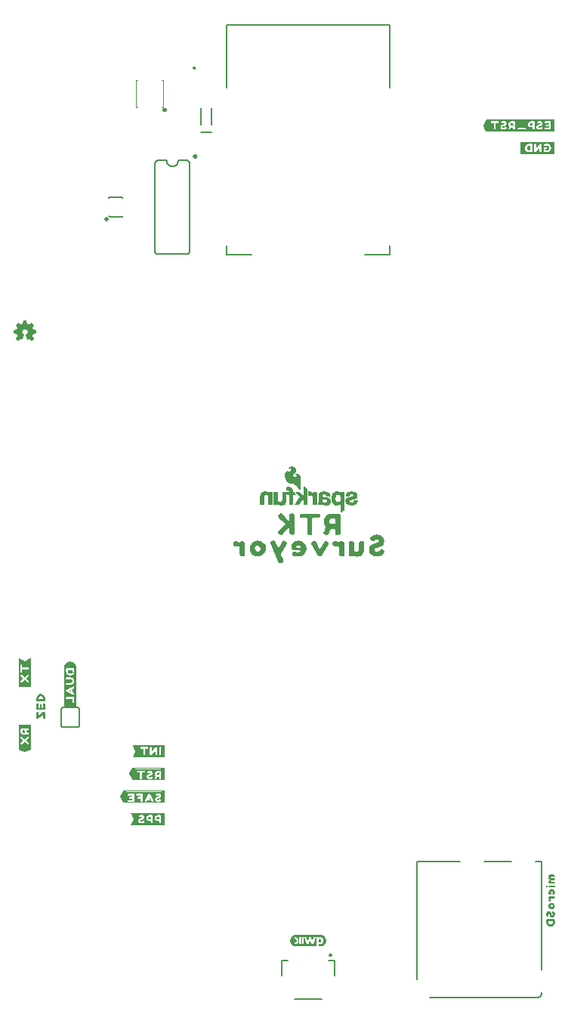
<source format=gbo>
G04 EAGLE Gerber RS-274X export*
G75*
%MOMM*%
%FSLAX34Y34*%
%LPD*%
%INSilkscreen Bottom*%
%IPPOS*%
%AMOC8*
5,1,8,0,0,1.08239X$1,22.5*%
G01*
%ADD10C,0.203200*%
%ADD11C,0.152400*%
%ADD12C,0.254000*%
%ADD13C,0.508000*%
%ADD14C,0.177800*%
%ADD15C,0.101600*%

G36*
X529947Y973627D02*
X529947Y973627D01*
X529945Y973630D01*
X529949Y973632D01*
X530049Y974232D01*
X530046Y974237D01*
X530049Y974240D01*
X530049Y987140D01*
X530013Y987187D01*
X530011Y987186D01*
X530010Y987188D01*
X529510Y987288D01*
X529503Y987285D01*
X529500Y987289D01*
X454100Y987289D01*
X454095Y987286D01*
X454092Y987289D01*
X453492Y987189D01*
X453470Y987165D01*
X453456Y987163D01*
X450056Y980563D01*
X450058Y980551D01*
X450055Y980548D01*
X450060Y980542D01*
X450062Y980530D01*
X450056Y980518D01*
X450356Y979918D01*
X453356Y973818D01*
X453380Y973806D01*
X453384Y973793D01*
X453984Y973593D01*
X453995Y973597D01*
X454000Y973591D01*
X529900Y973591D01*
X529947Y973627D01*
G37*
G36*
X-6385Y328392D02*
X-6385Y328392D01*
X-6375Y328388D01*
X-5875Y328688D01*
X-5867Y328707D01*
X-5860Y328712D01*
X-5863Y328716D01*
X-5861Y328722D01*
X-5851Y328730D01*
X-5851Y373430D01*
X-5854Y373434D01*
X-5851Y373437D01*
X-5951Y374137D01*
X-5956Y374142D01*
X-5953Y374146D01*
X-6153Y374745D01*
X-6353Y375444D01*
X-6358Y375448D01*
X-6356Y375452D01*
X-6956Y376652D01*
X-6963Y376655D01*
X-6962Y376661D01*
X-7360Y377159D01*
X-7759Y377757D01*
X-7769Y377761D01*
X-7769Y377768D01*
X-8269Y378168D01*
X-8273Y378169D01*
X-8273Y378171D01*
X-9473Y378971D01*
X-9477Y378971D01*
X-9478Y378974D01*
X-10078Y379274D01*
X-10083Y379273D01*
X-10084Y379277D01*
X-10684Y379477D01*
X-10686Y379476D01*
X-10686Y379477D01*
X-11386Y379677D01*
X-11390Y379676D01*
X-11392Y379679D01*
X-11992Y379779D01*
X-11997Y379776D01*
X-12000Y379779D01*
X-13400Y379779D01*
X-13404Y379776D01*
X-13407Y379779D01*
X-14107Y379679D01*
X-14112Y379674D01*
X-14116Y379677D01*
X-14715Y379477D01*
X-15414Y379277D01*
X-15418Y379272D01*
X-15422Y379274D01*
X-16022Y378974D01*
X-16025Y378967D01*
X-16031Y378968D01*
X-16529Y378570D01*
X-17127Y378171D01*
X-17130Y378164D01*
X-17135Y378165D01*
X-17635Y377665D01*
X-17635Y377661D01*
X-17638Y377661D01*
X-18438Y376661D01*
X-18439Y376653D01*
X-18444Y376652D01*
X-19044Y375452D01*
X-19043Y375445D01*
X-19047Y375444D01*
X-19080Y375329D01*
X-19122Y375182D01*
X-19136Y375132D01*
X-19178Y374985D01*
X-19179Y374985D01*
X-19178Y374985D01*
X-19221Y374837D01*
X-19235Y374788D01*
X-19247Y374745D01*
X-19447Y374146D01*
X-19445Y374139D01*
X-19449Y374137D01*
X-19549Y373437D01*
X-19546Y373432D01*
X-19549Y373430D01*
X-19549Y328930D01*
X-19538Y328915D01*
X-19542Y328905D01*
X-19242Y328405D01*
X-19208Y328391D01*
X-19200Y328381D01*
X-6400Y328381D01*
X-6385Y328392D01*
G37*
G36*
X92525Y221754D02*
X92525Y221754D01*
X92528Y221751D01*
X93128Y221851D01*
X93169Y221895D01*
X93166Y221898D01*
X93169Y221900D01*
X93169Y235400D01*
X93133Y235447D01*
X93126Y235442D01*
X93120Y235449D01*
X47020Y235449D01*
X46995Y235430D01*
X46982Y235431D01*
X46582Y234931D01*
X46581Y234923D01*
X46576Y234922D01*
X43576Y228922D01*
X43578Y228910D01*
X43573Y228905D01*
X43574Y228903D01*
X43571Y228900D01*
X43571Y228300D01*
X43581Y228287D01*
X43576Y228278D01*
X46676Y222178D01*
X46686Y222173D01*
X46685Y222165D01*
X47085Y221765D01*
X47112Y221762D01*
X47120Y221751D01*
X92520Y221751D01*
X92525Y221754D01*
G37*
G36*
X92841Y247167D02*
X92841Y247167D01*
X92855Y247165D01*
X93155Y247465D01*
X93157Y247477D01*
X93163Y247482D01*
X93158Y247489D01*
X93159Y247492D01*
X93169Y247500D01*
X93169Y260400D01*
X93156Y260418D01*
X93159Y260430D01*
X92859Y260830D01*
X92828Y260839D01*
X92820Y260849D01*
X57220Y260849D01*
X57211Y260842D01*
X57208Y260842D01*
X57204Y260839D01*
X57195Y260842D01*
X56695Y260542D01*
X56687Y260524D01*
X56676Y260522D01*
X53676Y254522D01*
X53677Y254517D01*
X53673Y254516D01*
X53473Y253916D01*
X53475Y253912D01*
X53474Y253911D01*
X53476Y253909D01*
X53482Y253890D01*
X53476Y253878D01*
X56476Y247778D01*
X56776Y247178D01*
X56813Y247160D01*
X56820Y247151D01*
X92820Y247151D01*
X92841Y247167D01*
G37*
G36*
X529405Y948194D02*
X529405Y948194D01*
X529408Y948191D01*
X530008Y948291D01*
X530049Y948335D01*
X530046Y948338D01*
X530049Y948340D01*
X530049Y961840D01*
X530013Y961887D01*
X530006Y961882D01*
X530000Y961889D01*
X492800Y961889D01*
X492795Y961886D01*
X492792Y961889D01*
X492192Y961789D01*
X492155Y961750D01*
X492153Y961748D01*
X492153Y961747D01*
X492151Y961745D01*
X492154Y961743D01*
X492151Y961740D01*
X492151Y948240D01*
X492187Y948193D01*
X492194Y948198D01*
X492200Y948191D01*
X529400Y948191D01*
X529405Y948194D01*
G37*
G36*
X92738Y196364D02*
X92738Y196364D01*
X92750Y196361D01*
X93150Y196661D01*
X93154Y196677D01*
X93161Y196682D01*
X93157Y196688D01*
X93159Y196692D01*
X93169Y196700D01*
X93169Y209600D01*
X93156Y209618D01*
X93159Y209630D01*
X92859Y210030D01*
X92828Y210039D01*
X92820Y210049D01*
X55220Y210049D01*
X55216Y210046D01*
X55211Y210048D01*
X55206Y210039D01*
X55173Y210013D01*
X55177Y210007D01*
X55176Y210006D01*
X55184Y209995D01*
X55176Y209978D01*
X55476Y209378D01*
X58467Y203396D01*
X58274Y202819D01*
X55276Y196722D01*
X55278Y196711D01*
X55276Y196709D01*
X55279Y196704D01*
X55283Y196684D01*
X55279Y196673D01*
X55479Y196373D01*
X55512Y196361D01*
X55520Y196351D01*
X92720Y196351D01*
X92738Y196364D01*
G37*
G36*
X92958Y272580D02*
X92958Y272580D01*
X92966Y272582D01*
X93166Y273082D01*
X93162Y273095D01*
X93169Y273100D01*
X93169Y285900D01*
X93150Y285926D01*
X93150Y285939D01*
X92750Y286239D01*
X92732Y286239D01*
X92729Y286242D01*
X92725Y286242D01*
X92720Y286249D01*
X57220Y286249D01*
X57219Y286248D01*
X57218Y286249D01*
X57215Y286246D01*
X57173Y286213D01*
X57177Y286208D01*
X57175Y286206D01*
X57182Y286197D01*
X57173Y286184D01*
X57373Y285584D01*
X57378Y285581D01*
X57376Y285578D01*
X60467Y279496D01*
X60274Y278919D01*
X57276Y272822D01*
X57278Y272811D01*
X57277Y272810D01*
X57278Y272809D01*
X57287Y272763D01*
X57292Y272764D01*
X57293Y272759D01*
X57593Y272559D01*
X57613Y272560D01*
X57620Y272551D01*
X92920Y272551D01*
X92958Y272580D01*
G37*
G36*
X267270Y60727D02*
X267270Y60727D01*
X267272Y60727D01*
X267800Y60750D01*
X267802Y60751D01*
X267804Y60750D01*
X268858Y60856D01*
X268862Y60859D01*
X268870Y60858D01*
X269883Y61167D01*
X269885Y61170D01*
X269890Y61170D01*
X270373Y61379D01*
X270375Y61381D01*
X270379Y61382D01*
X271300Y61902D01*
X271303Y61907D01*
X271310Y61908D01*
X272127Y62583D01*
X272128Y62587D01*
X272135Y62590D01*
X272821Y63395D01*
X272821Y63399D01*
X272825Y63401D01*
X273122Y63837D01*
X273122Y63840D01*
X273125Y63843D01*
X273619Y64779D01*
X273620Y64779D01*
X273619Y64784D01*
X273624Y64789D01*
X273938Y65801D01*
X273937Y65805D01*
X273940Y65810D01*
X274023Y66331D01*
X274023Y66332D01*
X274024Y66334D01*
X274077Y66861D01*
X274076Y66863D01*
X274077Y66864D01*
X274106Y67391D01*
X274104Y67395D01*
X274106Y67401D01*
X273999Y68455D01*
X273997Y68459D01*
X273998Y68464D01*
X273867Y68976D01*
X273865Y68977D01*
X273866Y68979D01*
X273709Y69484D01*
X273707Y69486D01*
X273707Y69489D01*
X273517Y69980D01*
X273514Y69983D01*
X273514Y69988D01*
X273008Y70919D01*
X273004Y70922D01*
X273002Y70929D01*
X272329Y71747D01*
X272328Y71748D01*
X272327Y71749D01*
X272325Y71750D01*
X272324Y71753D01*
X271942Y72116D01*
X271940Y72117D01*
X271939Y72119D01*
X271530Y72456D01*
X271528Y72457D01*
X271527Y72458D01*
X271103Y72772D01*
X271099Y72772D01*
X271095Y72776D01*
X270164Y73282D01*
X270159Y73281D01*
X270153Y73286D01*
X269145Y73609D01*
X269142Y73608D01*
X269138Y73610D01*
X268621Y73714D01*
X268619Y73713D01*
X268615Y73715D01*
X267561Y73820D01*
X267558Y73818D01*
X267555Y73820D01*
X240539Y73820D01*
X240537Y73818D01*
X240533Y73820D01*
X240344Y73801D01*
X239290Y73694D01*
X239285Y73691D01*
X239278Y73692D01*
X238264Y73391D01*
X238262Y73388D01*
X238257Y73388D01*
X237771Y73186D01*
X237769Y73183D01*
X237764Y73183D01*
X236839Y72668D01*
X236837Y72664D01*
X236830Y72662D01*
X236013Y71988D01*
X236011Y71984D01*
X236006Y71981D01*
X235652Y71590D01*
X235652Y71588D01*
X235650Y71588D01*
X235313Y71179D01*
X235312Y71177D01*
X235310Y71175D01*
X235007Y70743D01*
X235007Y70740D01*
X235004Y70737D01*
X234503Y69804D01*
X234503Y69798D01*
X234498Y69793D01*
X234184Y68781D01*
X234185Y68777D01*
X234182Y68773D01*
X234091Y68254D01*
X234092Y68251D01*
X234091Y68248D01*
X234001Y67194D01*
X234004Y67189D01*
X234002Y67182D01*
X234108Y66128D01*
X234110Y66125D01*
X234109Y66120D01*
X234233Y65607D01*
X234235Y65606D01*
X234234Y65603D01*
X234391Y65098D01*
X234392Y65097D01*
X234392Y65094D01*
X234576Y64600D01*
X234579Y64597D01*
X234579Y64591D01*
X235085Y63660D01*
X235089Y63658D01*
X235091Y63651D01*
X235758Y62828D01*
X235761Y62827D01*
X235763Y62823D01*
X236140Y62455D01*
X236143Y62454D01*
X236145Y62450D01*
X236974Y61794D01*
X236979Y61793D01*
X236983Y61788D01*
X237914Y61283D01*
X237919Y61283D01*
X237925Y61278D01*
X238930Y60949D01*
X238933Y60950D01*
X238937Y60948D01*
X239452Y60836D01*
X239455Y60838D01*
X239459Y60835D01*
X240513Y60729D01*
X240515Y60730D01*
X240519Y60729D01*
X263097Y60727D01*
X263115Y60738D01*
X263136Y60740D01*
X263145Y60758D01*
X263154Y60764D01*
X263153Y60773D01*
X263160Y60786D01*
X263169Y60976D01*
X263169Y60978D01*
X263170Y60979D01*
X263189Y70607D01*
X263190Y70607D01*
X263189Y70614D01*
X263192Y70615D01*
X263191Y70622D01*
X263197Y70637D01*
X263193Y70883D01*
X265493Y70883D01*
X265504Y70657D01*
X265504Y70052D01*
X265508Y70046D01*
X265505Y70039D01*
X265525Y70019D01*
X265540Y69995D01*
X265548Y69996D01*
X265554Y69991D01*
X265604Y70002D01*
X265848Y70187D01*
X265848Y70188D01*
X265850Y70189D01*
X266255Y70518D01*
X266713Y70755D01*
X267208Y70904D01*
X267723Y70960D01*
X268242Y70927D01*
X268754Y70839D01*
X269247Y70680D01*
X269700Y70428D01*
X270100Y70101D01*
X270443Y69713D01*
X270724Y69278D01*
X270940Y68806D01*
X271072Y68302D01*
X271155Y67786D01*
X271195Y67265D01*
X271159Y66744D01*
X271086Y66226D01*
X270961Y65720D01*
X270754Y65244D01*
X270489Y64798D01*
X270164Y64394D01*
X269778Y64049D01*
X269329Y63792D01*
X268845Y63607D01*
X268340Y63489D01*
X267822Y63441D01*
X267305Y63475D01*
X266802Y63595D01*
X266337Y63817D01*
X265926Y64132D01*
X265609Y64430D01*
X265598Y64432D01*
X265592Y64441D01*
X265567Y64437D01*
X265542Y64442D01*
X265536Y64433D01*
X265525Y64431D01*
X265506Y64390D01*
X265504Y64386D01*
X265504Y64385D01*
X265504Y64384D01*
X265504Y61205D01*
X265504Y61204D01*
X265516Y60788D01*
X265528Y60770D01*
X265531Y60748D01*
X265548Y60740D01*
X265554Y60732D01*
X265564Y60733D01*
X265578Y60727D01*
X267269Y60727D01*
X267270Y60727D01*
G37*
G36*
X-56753Y351027D02*
X-56753Y351027D01*
X-56755Y351030D01*
X-56751Y351032D01*
X-56651Y351632D01*
X-56654Y351637D01*
X-56651Y351640D01*
X-56651Y383440D01*
X-56653Y383443D01*
X-56651Y383445D01*
X-56658Y383449D01*
X-56687Y383487D01*
X-56702Y383476D01*
X-56718Y383486D01*
X-57218Y383286D01*
X-57220Y383283D01*
X-57222Y383284D01*
X-63308Y380291D01*
X-63885Y380387D01*
X-69878Y383384D01*
X-69902Y383380D01*
X-69912Y383388D01*
X-70312Y383288D01*
X-70349Y383241D01*
X-70348Y383241D01*
X-70349Y383240D01*
X-70349Y351040D01*
X-70313Y350993D01*
X-70306Y350998D01*
X-70300Y350991D01*
X-56800Y350991D01*
X-56753Y351027D01*
G37*
G36*
X-63390Y278182D02*
X-63390Y278182D01*
X-63378Y278176D01*
X-56678Y281476D01*
X-56669Y281494D01*
X-56653Y281506D01*
X-56659Y281514D01*
X-56651Y281520D01*
X-56651Y308620D01*
X-56664Y308638D01*
X-56661Y308650D01*
X-56961Y309050D01*
X-56992Y309059D01*
X-57000Y309069D01*
X-69800Y309069D01*
X-69811Y309061D01*
X-69818Y309066D01*
X-70318Y308866D01*
X-70343Y308825D01*
X-70349Y308820D01*
X-70349Y281920D01*
X-70338Y281905D01*
X-70342Y281895D01*
X-70042Y281395D01*
X-70024Y281387D01*
X-70022Y281376D01*
X-64022Y278376D01*
X-64017Y278377D01*
X-64016Y278373D01*
X-63416Y278173D01*
X-63390Y278182D01*
G37*
G36*
X275413Y521563D02*
X275413Y521563D01*
X275426Y521558D01*
X276726Y522358D01*
X276733Y522378D01*
X276745Y522381D01*
X277645Y524481D01*
X278443Y526376D01*
X279726Y528251D01*
X283092Y528251D01*
X284251Y527865D01*
X284251Y524400D01*
X284255Y524395D01*
X284252Y524391D01*
X284552Y522791D01*
X284568Y522776D01*
X284567Y522763D01*
X285567Y521863D01*
X285589Y521862D01*
X285595Y521851D01*
X287695Y521651D01*
X287707Y521658D01*
X287714Y521653D01*
X289414Y522153D01*
X289431Y522175D01*
X289444Y522178D01*
X290044Y523378D01*
X290041Y523392D01*
X290049Y523397D01*
X290149Y525197D01*
X290148Y525199D01*
X290149Y525200D01*
X290149Y543900D01*
X290139Y543914D01*
X290143Y543923D01*
X289443Y545223D01*
X289417Y545235D01*
X289411Y545248D01*
X287711Y545648D01*
X287704Y545645D01*
X287700Y545649D01*
X280700Y545649D01*
X280698Y545648D01*
X280697Y545649D01*
X279097Y545549D01*
X279092Y545545D01*
X279088Y545548D01*
X277488Y545148D01*
X277483Y545141D01*
X277477Y545143D01*
X275977Y544343D01*
X275975Y544340D01*
X275973Y544341D01*
X274473Y543341D01*
X274470Y543334D01*
X274465Y543335D01*
X273265Y542135D01*
X273264Y542126D01*
X273258Y542125D01*
X272358Y540625D01*
X272359Y540617D01*
X272353Y540615D01*
X271853Y539015D01*
X271855Y539010D01*
X271852Y539009D01*
X271552Y537309D01*
X271555Y537301D01*
X271551Y537297D01*
X271651Y535597D01*
X271655Y535592D01*
X271652Y535589D01*
X272052Y533889D01*
X272058Y533884D01*
X272055Y533879D01*
X272755Y532379D01*
X272764Y532375D01*
X272762Y532368D01*
X273847Y531086D01*
X273652Y530014D01*
X273055Y528519D01*
X272255Y526720D01*
X271855Y525820D01*
X271856Y525815D01*
X271853Y525814D01*
X271353Y524114D01*
X271362Y524090D01*
X271356Y524078D01*
X271956Y522878D01*
X271974Y522869D01*
X271976Y522857D01*
X273776Y521857D01*
X273787Y521859D01*
X273791Y521852D01*
X275391Y521552D01*
X275413Y521563D01*
G37*
G36*
X-55814Y739008D02*
X-55814Y739008D01*
X-55748Y739013D01*
X-55730Y739024D01*
X-55709Y739029D01*
X-55624Y739089D01*
X-55600Y739103D01*
X-55597Y739108D01*
X-55592Y739112D01*
X-53392Y741412D01*
X-53384Y741425D01*
X-53371Y741435D01*
X-53340Y741499D01*
X-53304Y741561D01*
X-53303Y741577D01*
X-53296Y741591D01*
X-53297Y741662D01*
X-53291Y741733D01*
X-53298Y741748D01*
X-53298Y741764D01*
X-53355Y741889D01*
X-53357Y741893D01*
X-53357Y741894D01*
X-55226Y744509D01*
X-55223Y744520D01*
X-55214Y744533D01*
X-55203Y744591D01*
X-55194Y744612D01*
X-55194Y744634D01*
X-55188Y744667D01*
X-55187Y744672D01*
X-55187Y744673D01*
X-55187Y744674D01*
X-55187Y744684D01*
X-55154Y744749D01*
X-55098Y744806D01*
X-55087Y744824D01*
X-55075Y744833D01*
X-55067Y744852D01*
X-55027Y744904D01*
X-54954Y745049D01*
X-54898Y745106D01*
X-54858Y745170D01*
X-54814Y745233D01*
X-54812Y745245D01*
X-54807Y745253D01*
X-54803Y745288D01*
X-54787Y745374D01*
X-54787Y745423D01*
X-54758Y745470D01*
X-54714Y745533D01*
X-54712Y745545D01*
X-54707Y745553D01*
X-54703Y745588D01*
X-54687Y745674D01*
X-54687Y745784D01*
X-54654Y745849D01*
X-54598Y745906D01*
X-54558Y745970D01*
X-54514Y746033D01*
X-54512Y746045D01*
X-54507Y746053D01*
X-54503Y746088D01*
X-54497Y746121D01*
X-54494Y746129D01*
X-54494Y746137D01*
X-54487Y746174D01*
X-54487Y746223D01*
X-54458Y746270D01*
X-54414Y746333D01*
X-54412Y746345D01*
X-54407Y746353D01*
X-54403Y746388D01*
X-54387Y746474D01*
X-54387Y746584D01*
X-54358Y746642D01*
X-51102Y747200D01*
X-51084Y747207D01*
X-51065Y747208D01*
X-51005Y747241D01*
X-50943Y747267D01*
X-50930Y747282D01*
X-50913Y747291D01*
X-50874Y747347D01*
X-50830Y747398D01*
X-50825Y747417D01*
X-50814Y747433D01*
X-50792Y747544D01*
X-50787Y747566D01*
X-50788Y747570D01*
X-50787Y747574D01*
X-50787Y750774D01*
X-50791Y750793D01*
X-50789Y750812D01*
X-50800Y750846D01*
X-50801Y750853D01*
X-50806Y750863D01*
X-50811Y750876D01*
X-50826Y750942D01*
X-50839Y750957D01*
X-50845Y750975D01*
X-50893Y751023D01*
X-50936Y751076D01*
X-50954Y751083D01*
X-50968Y751097D01*
X-51074Y751137D01*
X-51094Y751146D01*
X-51098Y751146D01*
X-51102Y751148D01*
X-54314Y751698D01*
X-54325Y751737D01*
X-54326Y751742D01*
X-54327Y751743D01*
X-54387Y751863D01*
X-54387Y751874D01*
X-54390Y751889D01*
X-54388Y751905D01*
X-54408Y751975D01*
X-54408Y751990D01*
X-54416Y752004D01*
X-54425Y752037D01*
X-54426Y752042D01*
X-54427Y752043D01*
X-54487Y752163D01*
X-54487Y752174D01*
X-54490Y752189D01*
X-54488Y752205D01*
X-54525Y752337D01*
X-54526Y752342D01*
X-54527Y752343D01*
X-54687Y752663D01*
X-54687Y752674D01*
X-54690Y752689D01*
X-54688Y752705D01*
X-54725Y752837D01*
X-54726Y752842D01*
X-54727Y752843D01*
X-54827Y753043D01*
X-54850Y753071D01*
X-54887Y753125D01*
X-54887Y753174D01*
X-54904Y753248D01*
X-54918Y753323D01*
X-54924Y753333D01*
X-54926Y753342D01*
X-54949Y753370D01*
X-54998Y753442D01*
X-55054Y753498D01*
X-55127Y753643D01*
X-55150Y753671D01*
X-55187Y753725D01*
X-55187Y753774D01*
X-55204Y753848D01*
X-55208Y753870D01*
X-53354Y756558D01*
X-53348Y756574D01*
X-53336Y756587D01*
X-53316Y756654D01*
X-53291Y756719D01*
X-53292Y756737D01*
X-53287Y756753D01*
X-53300Y756822D01*
X-53306Y756892D01*
X-53315Y756906D01*
X-53318Y756923D01*
X-53389Y757029D01*
X-53396Y757040D01*
X-53397Y757040D01*
X-53398Y757042D01*
X-55598Y759242D01*
X-55612Y759251D01*
X-55623Y759265D01*
X-55685Y759296D01*
X-55745Y759333D01*
X-55762Y759335D01*
X-55777Y759342D01*
X-55848Y759343D01*
X-55917Y759349D01*
X-55933Y759343D01*
X-55950Y759343D01*
X-56068Y759292D01*
X-56079Y759288D01*
X-56080Y759287D01*
X-56081Y759286D01*
X-58780Y757424D01*
X-58798Y757442D01*
X-58863Y757482D01*
X-58925Y757526D01*
X-58937Y757528D01*
X-58945Y757533D01*
X-58980Y757536D01*
X-59066Y757553D01*
X-59116Y757553D01*
X-59128Y757561D01*
X-59196Y757613D01*
X-59341Y757685D01*
X-59398Y757742D01*
X-59463Y757782D01*
X-59525Y757826D01*
X-59537Y757828D01*
X-59545Y757833D01*
X-59580Y757836D01*
X-59666Y757853D01*
X-59716Y757853D01*
X-59728Y757861D01*
X-59796Y757913D01*
X-59996Y758013D01*
X-60012Y758017D01*
X-60025Y758026D01*
X-60159Y758052D01*
X-60165Y758053D01*
X-60166Y758053D01*
X-60176Y758053D01*
X-60296Y758113D01*
X-60312Y758117D01*
X-60325Y758126D01*
X-60459Y758152D01*
X-60465Y758153D01*
X-60466Y758153D01*
X-60516Y758153D01*
X-60563Y758182D01*
X-60625Y758226D01*
X-60637Y758228D01*
X-60645Y758233D01*
X-60680Y758236D01*
X-60766Y758253D01*
X-60876Y758253D01*
X-60934Y758282D01*
X-61492Y761538D01*
X-61500Y761556D01*
X-61501Y761575D01*
X-61533Y761634D01*
X-61560Y761697D01*
X-61574Y761710D01*
X-61584Y761727D01*
X-61639Y761766D01*
X-61691Y761810D01*
X-61710Y761815D01*
X-61725Y761826D01*
X-61836Y761847D01*
X-61858Y761853D01*
X-61862Y761852D01*
X-61866Y761853D01*
X-65066Y761853D01*
X-65085Y761849D01*
X-65104Y761851D01*
X-65168Y761829D01*
X-65234Y761813D01*
X-65249Y761801D01*
X-65268Y761795D01*
X-65316Y761747D01*
X-65368Y761703D01*
X-65376Y761686D01*
X-65389Y761672D01*
X-65429Y761566D01*
X-65438Y761545D01*
X-65438Y761542D01*
X-65440Y761538D01*
X-65990Y758326D01*
X-66029Y758315D01*
X-66034Y758313D01*
X-66035Y758313D01*
X-66036Y758313D01*
X-66156Y758253D01*
X-66166Y758253D01*
X-66182Y758249D01*
X-66198Y758252D01*
X-66329Y758215D01*
X-66334Y758213D01*
X-66335Y758213D01*
X-66336Y758213D01*
X-66456Y758153D01*
X-66466Y758153D01*
X-66482Y758149D01*
X-66498Y758152D01*
X-66629Y758115D01*
X-66634Y758113D01*
X-66635Y758113D01*
X-66636Y758113D01*
X-66756Y758053D01*
X-66866Y758053D01*
X-66940Y758036D01*
X-67016Y758022D01*
X-67025Y758016D01*
X-67034Y758013D01*
X-67062Y757991D01*
X-67134Y757942D01*
X-67191Y757885D01*
X-67256Y757853D01*
X-67266Y757853D01*
X-67282Y757849D01*
X-67298Y757852D01*
X-67429Y757815D01*
X-67434Y757813D01*
X-67435Y757813D01*
X-67436Y757813D01*
X-67636Y757713D01*
X-67663Y757690D01*
X-67734Y757642D01*
X-67791Y757585D01*
X-67856Y757553D01*
X-67866Y757553D01*
X-67882Y757549D01*
X-67898Y757552D01*
X-68029Y757515D01*
X-68034Y757513D01*
X-68035Y757513D01*
X-68036Y757513D01*
X-68177Y757442D01*
X-70851Y759286D01*
X-70863Y759291D01*
X-70872Y759300D01*
X-70943Y759322D01*
X-71012Y759349D01*
X-71025Y759348D01*
X-71037Y759352D01*
X-71110Y759340D01*
X-71184Y759334D01*
X-71195Y759327D01*
X-71208Y759325D01*
X-71328Y759248D01*
X-73628Y757048D01*
X-73642Y757026D01*
X-73662Y757010D01*
X-73689Y756954D01*
X-73723Y756903D01*
X-73726Y756877D01*
X-73737Y756854D01*
X-73736Y756792D01*
X-73743Y756731D01*
X-73734Y756707D01*
X-73734Y756681D01*
X-73696Y756601D01*
X-73685Y756568D01*
X-73678Y756562D01*
X-73673Y756551D01*
X-71738Y753878D01*
X-71778Y753798D01*
X-71834Y753742D01*
X-71874Y753677D01*
X-71918Y753614D01*
X-71920Y753603D01*
X-71925Y753595D01*
X-71929Y753560D01*
X-71945Y753474D01*
X-71945Y753424D01*
X-71953Y753411D01*
X-72005Y753343D01*
X-72078Y753198D01*
X-72134Y753142D01*
X-72174Y753077D01*
X-72218Y753014D01*
X-72220Y753003D01*
X-72225Y752995D01*
X-72229Y752960D01*
X-72245Y752874D01*
X-72245Y752824D01*
X-72274Y752777D01*
X-72318Y752714D01*
X-72320Y752703D01*
X-72325Y752695D01*
X-72329Y752660D01*
X-72345Y752574D01*
X-72345Y752463D01*
X-72378Y752398D01*
X-72434Y752342D01*
X-72474Y752277D01*
X-72518Y752214D01*
X-72520Y752203D01*
X-72525Y752195D01*
X-72529Y752160D01*
X-72545Y752074D01*
X-72545Y752024D01*
X-72574Y751977D01*
X-72618Y751914D01*
X-72620Y751903D01*
X-72625Y751895D01*
X-72629Y751860D01*
X-72645Y751774D01*
X-72645Y751695D01*
X-75928Y751148D01*
X-75947Y751140D01*
X-75967Y751139D01*
X-76026Y751107D01*
X-76088Y751081D01*
X-76101Y751066D01*
X-76119Y751056D01*
X-76158Y751001D01*
X-76202Y750951D01*
X-76207Y750931D01*
X-76218Y750914D01*
X-76234Y750833D01*
X-76238Y750823D01*
X-76238Y750812D01*
X-76239Y750808D01*
X-76245Y750783D01*
X-76244Y750779D01*
X-76245Y750774D01*
X-76245Y747574D01*
X-76241Y747555D01*
X-76243Y747536D01*
X-76221Y747471D01*
X-76206Y747405D01*
X-76193Y747390D01*
X-76187Y747372D01*
X-76139Y747324D01*
X-76096Y747272D01*
X-76078Y747264D01*
X-76064Y747250D01*
X-75958Y747210D01*
X-75938Y747201D01*
X-75934Y747201D01*
X-75930Y747200D01*
X-72642Y746636D01*
X-72607Y746511D01*
X-72606Y746505D01*
X-72605Y746505D01*
X-72605Y746504D01*
X-72545Y746384D01*
X-72545Y746374D01*
X-72542Y746358D01*
X-72544Y746342D01*
X-72507Y746211D01*
X-72506Y746205D01*
X-72505Y746205D01*
X-72505Y746204D01*
X-72445Y746084D01*
X-72445Y746074D01*
X-72442Y746058D01*
X-72444Y746042D01*
X-72407Y745911D01*
X-72406Y745905D01*
X-72405Y745905D01*
X-72405Y745904D01*
X-72245Y745584D01*
X-72245Y745574D01*
X-72242Y745558D01*
X-72244Y745542D01*
X-72207Y745411D01*
X-72206Y745405D01*
X-72205Y745405D01*
X-72205Y745404D01*
X-72105Y745204D01*
X-72082Y745176D01*
X-72034Y745106D01*
X-71978Y745049D01*
X-71945Y744984D01*
X-71945Y744974D01*
X-71942Y744958D01*
X-71944Y744942D01*
X-71907Y744811D01*
X-71906Y744805D01*
X-71905Y744805D01*
X-71905Y744804D01*
X-71805Y744604D01*
X-71782Y744576D01*
X-71734Y744506D01*
X-71724Y744495D01*
X-73669Y741901D01*
X-73679Y741879D01*
X-73696Y741860D01*
X-73714Y741800D01*
X-73739Y741743D01*
X-73738Y741718D01*
X-73745Y741694D01*
X-73734Y741633D01*
X-73731Y741570D01*
X-73719Y741548D01*
X-73714Y741524D01*
X-73663Y741449D01*
X-73647Y741419D01*
X-73640Y741414D01*
X-73634Y741406D01*
X-71334Y739106D01*
X-71320Y739097D01*
X-71309Y739083D01*
X-71247Y739051D01*
X-71187Y739014D01*
X-71170Y739013D01*
X-71155Y739005D01*
X-71085Y739005D01*
X-71015Y738998D01*
X-70999Y739004D01*
X-70982Y739004D01*
X-70864Y739056D01*
X-70853Y739060D01*
X-70852Y739061D01*
X-70851Y739061D01*
X-68152Y740923D01*
X-68134Y740906D01*
X-68069Y740865D01*
X-68007Y740821D01*
X-67995Y740819D01*
X-67987Y740814D01*
X-67952Y740811D01*
X-67937Y740808D01*
X-67934Y740806D01*
X-67869Y740765D01*
X-67807Y740721D01*
X-67795Y740719D01*
X-67787Y740714D01*
X-67752Y740711D01*
X-67666Y740694D01*
X-67616Y740694D01*
X-67569Y740665D01*
X-67507Y740621D01*
X-67495Y740619D01*
X-67487Y740614D01*
X-67452Y740611D01*
X-67437Y740608D01*
X-67434Y740606D01*
X-67369Y740565D01*
X-67307Y740521D01*
X-67295Y740519D01*
X-67287Y740514D01*
X-67252Y740511D01*
X-67237Y740508D01*
X-67234Y740506D01*
X-67169Y740465D01*
X-67107Y740421D01*
X-67095Y740419D01*
X-67087Y740414D01*
X-67052Y740411D01*
X-67023Y740405D01*
X-66996Y740372D01*
X-66977Y740364D01*
X-66962Y740349D01*
X-66899Y740329D01*
X-66838Y740301D01*
X-66817Y740302D01*
X-66798Y740296D01*
X-66732Y740306D01*
X-66665Y740308D01*
X-66647Y740318D01*
X-66627Y740321D01*
X-66572Y740359D01*
X-66513Y740391D01*
X-66501Y740408D01*
X-66485Y740420D01*
X-66428Y740512D01*
X-66414Y740533D01*
X-66413Y740538D01*
X-66410Y740542D01*
X-64410Y745942D01*
X-64407Y745973D01*
X-64394Y746001D01*
X-64396Y746057D01*
X-64389Y746114D01*
X-64399Y746143D01*
X-64400Y746174D01*
X-64427Y746224D01*
X-64446Y746277D01*
X-64468Y746299D01*
X-64483Y746326D01*
X-64543Y746372D01*
X-64570Y746398D01*
X-64583Y746402D01*
X-64596Y746413D01*
X-65141Y746685D01*
X-65298Y746842D01*
X-65328Y746861D01*
X-65396Y746913D01*
X-65541Y746985D01*
X-65854Y747298D01*
X-65927Y747443D01*
X-65950Y747471D01*
X-65998Y747542D01*
X-66154Y747698D01*
X-66215Y747819D01*
X-66306Y748094D01*
X-66318Y748113D01*
X-66327Y748143D01*
X-66387Y748263D01*
X-66387Y748374D01*
X-66395Y748409D01*
X-66406Y748494D01*
X-66487Y748735D01*
X-66487Y749512D01*
X-66406Y749754D01*
X-66403Y749790D01*
X-66387Y749874D01*
X-66387Y750059D01*
X-66250Y750263D01*
X-66237Y750298D01*
X-66206Y750354D01*
X-66122Y750606D01*
X-65771Y751132D01*
X-65425Y751479D01*
X-64898Y751830D01*
X-64646Y751914D01*
X-64628Y751925D01*
X-64614Y751928D01*
X-64601Y751939D01*
X-64556Y751958D01*
X-64351Y752094D01*
X-64166Y752094D01*
X-64131Y752103D01*
X-64046Y752114D01*
X-63804Y752194D01*
X-63213Y752194D01*
X-62858Y752106D01*
X-62822Y752105D01*
X-62766Y752094D01*
X-62581Y752094D01*
X-62376Y751958D01*
X-62341Y751945D01*
X-62292Y751917D01*
X-62290Y751916D01*
X-62289Y751916D01*
X-62286Y751914D01*
X-62034Y751830D01*
X-61808Y751679D01*
X-61634Y751506D01*
X-61608Y751489D01*
X-61576Y751458D01*
X-61308Y751279D01*
X-61161Y751132D01*
X-60810Y750606D01*
X-60445Y749512D01*
X-60445Y749035D01*
X-60526Y748794D01*
X-60529Y748758D01*
X-60545Y748674D01*
X-60545Y748463D01*
X-60705Y748143D01*
X-60711Y748121D01*
X-60726Y748094D01*
X-60817Y747819D01*
X-60978Y747498D01*
X-61134Y747342D01*
X-61153Y747311D01*
X-61205Y747243D01*
X-61278Y747098D01*
X-61391Y746985D01*
X-61536Y746913D01*
X-61563Y746890D01*
X-61634Y746842D01*
X-61791Y746685D01*
X-62112Y746525D01*
X-62386Y746433D01*
X-62435Y746403D01*
X-62488Y746381D01*
X-62508Y746359D01*
X-62533Y746343D01*
X-62564Y746294D01*
X-62601Y746251D01*
X-62609Y746222D01*
X-62625Y746196D01*
X-62631Y746139D01*
X-62645Y746083D01*
X-62639Y746049D01*
X-62642Y746024D01*
X-62630Y745992D01*
X-62622Y745942D01*
X-60622Y740542D01*
X-60596Y740504D01*
X-60580Y740461D01*
X-60549Y740433D01*
X-60526Y740398D01*
X-60486Y740375D01*
X-60453Y740344D01*
X-60413Y740332D01*
X-60376Y740311D01*
X-60331Y740308D01*
X-60287Y740295D01*
X-60246Y740302D01*
X-60204Y740300D01*
X-60161Y740317D01*
X-60116Y740325D01*
X-60075Y740353D01*
X-60044Y740366D01*
X-60027Y740386D01*
X-60014Y740394D01*
X-59966Y740394D01*
X-59892Y740412D01*
X-59816Y740425D01*
X-59807Y740432D01*
X-59798Y740434D01*
X-59770Y740457D01*
X-59698Y740506D01*
X-59691Y740512D01*
X-59616Y740525D01*
X-59607Y740532D01*
X-59598Y740534D01*
X-59570Y740557D01*
X-59498Y740606D01*
X-59491Y740612D01*
X-59416Y740625D01*
X-59407Y740632D01*
X-59398Y740634D01*
X-59370Y740657D01*
X-59298Y740706D01*
X-59291Y740712D01*
X-59216Y740725D01*
X-59207Y740732D01*
X-59198Y740734D01*
X-59170Y740757D01*
X-59098Y740806D01*
X-59091Y740812D01*
X-59016Y740825D01*
X-59007Y740832D01*
X-58998Y740834D01*
X-58970Y740857D01*
X-58898Y740906D01*
X-58891Y740912D01*
X-58816Y740925D01*
X-58807Y740932D01*
X-58798Y740934D01*
X-58797Y740934D01*
X-56081Y739061D01*
X-56061Y739054D01*
X-56045Y739040D01*
X-55982Y739022D01*
X-55920Y738998D01*
X-55899Y739000D01*
X-55878Y738995D01*
X-55814Y739008D01*
G37*
G36*
X224612Y521852D02*
X224612Y521852D01*
X224623Y521866D01*
X224634Y521864D01*
X226034Y523164D01*
X226034Y523168D01*
X226037Y523167D01*
X232661Y530681D01*
X232751Y529598D01*
X232751Y524500D01*
X232755Y524495D01*
X232752Y524491D01*
X233052Y522891D01*
X233071Y522874D01*
X233071Y522860D01*
X234171Y522060D01*
X234189Y522061D01*
X234195Y522051D01*
X236295Y521851D01*
X236307Y521858D01*
X236314Y521853D01*
X238014Y522353D01*
X238032Y522377D01*
X238045Y522380D01*
X238545Y523480D01*
X238542Y523492D01*
X238549Y523497D01*
X238649Y525297D01*
X238648Y525299D01*
X238649Y525300D01*
X238649Y543900D01*
X238640Y543912D01*
X238645Y543921D01*
X238045Y545221D01*
X238020Y545234D01*
X238016Y545247D01*
X236516Y545747D01*
X236503Y545743D01*
X236498Y545749D01*
X234298Y545649D01*
X234283Y545637D01*
X234273Y545641D01*
X233073Y544841D01*
X233066Y544820D01*
X233052Y544810D01*
X232752Y543310D01*
X232755Y543303D01*
X232751Y543300D01*
X232751Y538102D01*
X232660Y536920D01*
X229037Y541033D01*
X226037Y544433D01*
X226035Y544433D01*
X226035Y544435D01*
X224735Y545735D01*
X224718Y545737D01*
X224714Y545747D01*
X223414Y546147D01*
X223388Y546137D01*
X223376Y546143D01*
X221976Y545343D01*
X221972Y545334D01*
X221965Y545335D01*
X220565Y543935D01*
X220564Y543924D01*
X220563Y543924D01*
X220564Y543923D01*
X220562Y543913D01*
X220551Y543908D01*
X220351Y542608D01*
X220363Y542587D01*
X220358Y542575D01*
X221258Y541075D01*
X221262Y541073D01*
X221262Y541069D01*
X222062Y540069D01*
X222064Y540069D01*
X222064Y540067D01*
X223064Y538967D01*
X223065Y538967D01*
X223065Y538965D01*
X224265Y537765D01*
X224267Y537765D01*
X224267Y537764D01*
X225666Y536464D01*
X227165Y534965D01*
X227167Y534965D01*
X227167Y534964D01*
X228329Y533898D01*
X224165Y529735D01*
X224165Y529734D01*
X221265Y526734D01*
X221264Y526725D01*
X221257Y526724D01*
X220357Y525124D01*
X220358Y525114D01*
X220353Y525110D01*
X220358Y525103D01*
X220351Y525096D01*
X220451Y523796D01*
X220467Y523778D01*
X220465Y523765D01*
X221865Y522365D01*
X221876Y522364D01*
X221877Y522357D01*
X223377Y521557D01*
X223402Y521561D01*
X223412Y521552D01*
X224612Y521852D01*
G37*
G36*
X331462Y497422D02*
X331462Y497422D01*
X331463Y497421D01*
X333163Y497521D01*
X333170Y497527D01*
X333175Y497523D01*
X334775Y498023D01*
X334780Y498030D01*
X334785Y498028D01*
X336285Y498928D01*
X336287Y498932D01*
X336290Y498931D01*
X337690Y500031D01*
X337692Y500037D01*
X337696Y500037D01*
X338696Y501137D01*
X338697Y501146D01*
X338703Y501147D01*
X339503Y502647D01*
X339500Y502671D01*
X339508Y502681D01*
X339208Y503981D01*
X339194Y503993D01*
X339196Y504004D01*
X337896Y505404D01*
X337879Y505407D01*
X337876Y505417D01*
X336376Y505917D01*
X336353Y505909D01*
X336342Y505916D01*
X335042Y505416D01*
X335036Y505406D01*
X335028Y505407D01*
X333530Y504109D01*
X332043Y503118D01*
X330366Y502920D01*
X328794Y503510D01*
X328113Y504678D01*
X328503Y506238D01*
X329877Y507023D01*
X331569Y507322D01*
X331570Y507323D01*
X331572Y507322D01*
X333172Y507722D01*
X333175Y507726D01*
X333179Y507724D01*
X334879Y508424D01*
X334880Y508427D01*
X334882Y508426D01*
X336282Y509126D01*
X336285Y509132D01*
X336290Y509131D01*
X337590Y510131D01*
X337594Y510144D01*
X337602Y510145D01*
X338502Y511645D01*
X338502Y511651D01*
X338506Y511652D01*
X339106Y513152D01*
X339103Y513163D01*
X339109Y513167D01*
X339209Y514967D01*
X339205Y514973D01*
X339209Y514976D01*
X339009Y516576D01*
X339002Y516583D01*
X339006Y516588D01*
X338406Y518088D01*
X338398Y518093D01*
X338400Y518099D01*
X337400Y519499D01*
X337393Y519501D01*
X337393Y519506D01*
X336193Y520606D01*
X336185Y520607D01*
X336184Y520613D01*
X334784Y521413D01*
X334775Y521411D01*
X334772Y521418D01*
X333172Y521818D01*
X333167Y521816D01*
X333165Y521819D01*
X331365Y522019D01*
X331360Y522016D01*
X331357Y522019D01*
X329557Y521919D01*
X329554Y521916D01*
X329551Y521918D01*
X327951Y521618D01*
X327946Y521613D01*
X327942Y521616D01*
X326142Y520916D01*
X326138Y520909D01*
X326133Y520911D01*
X324933Y520111D01*
X324930Y520103D01*
X324924Y520103D01*
X323724Y518803D01*
X323721Y518778D01*
X323711Y518770D01*
X323711Y517470D01*
X323723Y517454D01*
X323719Y517443D01*
X324819Y515743D01*
X324833Y515738D01*
X324833Y515729D01*
X326233Y514829D01*
X326260Y514831D01*
X326270Y514822D01*
X327670Y515122D01*
X327679Y515132D01*
X327687Y515129D01*
X329182Y516125D01*
X330665Y516620D01*
X332335Y516423D01*
X333306Y515258D01*
X332917Y513702D01*
X331541Y512916D01*
X328247Y512018D01*
X328247Y512017D01*
X328246Y512017D01*
X326546Y511517D01*
X326544Y511514D01*
X326542Y511516D01*
X325042Y510916D01*
X325036Y510906D01*
X325028Y510908D01*
X323828Y509908D01*
X323826Y509899D01*
X323820Y509899D01*
X322820Y508499D01*
X322820Y508487D01*
X322813Y508485D01*
X322313Y506885D01*
X322316Y506876D01*
X322311Y506873D01*
X322211Y505073D01*
X322214Y505067D01*
X322211Y505064D01*
X322411Y503364D01*
X322416Y503359D01*
X322413Y503354D01*
X322913Y501854D01*
X322920Y501850D01*
X322918Y501845D01*
X323818Y500345D01*
X323827Y500341D01*
X323827Y500334D01*
X325027Y499234D01*
X325034Y499233D01*
X325035Y499228D01*
X326535Y498328D01*
X326541Y498328D01*
X326542Y498324D01*
X328042Y497724D01*
X328049Y497726D01*
X328051Y497722D01*
X329751Y497422D01*
X329757Y497424D01*
X329760Y497421D01*
X331460Y497421D01*
X331462Y497422D01*
G37*
G36*
X245140Y572231D02*
X245140Y572231D01*
X245191Y572233D01*
X245223Y572251D01*
X245259Y572259D01*
X245298Y572292D01*
X245343Y572316D01*
X245364Y572346D01*
X245392Y572369D01*
X245413Y572416D01*
X245443Y572458D01*
X245451Y572500D01*
X245463Y572528D01*
X245462Y572558D01*
X245470Y572600D01*
X245470Y585400D01*
X245466Y585418D01*
X245468Y585442D01*
X245268Y587242D01*
X245257Y587273D01*
X245251Y587320D01*
X245051Y587920D01*
X245038Y587940D01*
X245030Y587970D01*
X244730Y588570D01*
X244722Y588580D01*
X244716Y588596D01*
X244416Y589096D01*
X244402Y589110D01*
X244393Y589129D01*
X244316Y589199D01*
X244295Y589220D01*
X244290Y589222D01*
X244286Y589226D01*
X243802Y589516D01*
X243418Y589804D01*
X243383Y589819D01*
X243331Y589853D01*
X242331Y590253D01*
X242298Y590258D01*
X242253Y590275D01*
X241653Y590375D01*
X241626Y590373D01*
X241590Y590380D01*
X240790Y590380D01*
X240754Y590372D01*
X240698Y590369D01*
X240343Y590280D01*
X240190Y590280D01*
X240175Y590277D01*
X240160Y590279D01*
X240028Y590242D01*
X240021Y590241D01*
X240021Y590240D01*
X240020Y590240D01*
X239820Y590140D01*
X239801Y590124D01*
X239777Y590115D01*
X239735Y590069D01*
X239687Y590029D01*
X239677Y590007D01*
X239660Y589988D01*
X239642Y589928D01*
X239616Y589871D01*
X239618Y589846D01*
X239610Y589822D01*
X239621Y589760D01*
X239624Y589698D01*
X239636Y589676D01*
X239640Y589651D01*
X239689Y589578D01*
X239707Y589546D01*
X239715Y589541D01*
X239721Y589531D01*
X239821Y589431D01*
X239853Y589411D01*
X239920Y589360D01*
X240320Y589160D01*
X240343Y589154D01*
X240370Y589139D01*
X240585Y589068D01*
X240895Y588758D01*
X241045Y588532D01*
X241110Y588338D01*
X241110Y588162D01*
X241038Y587946D01*
X240878Y587625D01*
X240648Y587396D01*
X240412Y587238D01*
X239981Y587066D01*
X239552Y586980D01*
X238837Y586980D01*
X238146Y587153D01*
X237650Y587484D01*
X237329Y587885D01*
X237170Y588362D01*
X237170Y588922D01*
X237416Y589495D01*
X238076Y590249D01*
X238874Y591147D01*
X238875Y591149D01*
X238876Y591150D01*
X239576Y591950D01*
X239592Y591979D01*
X239622Y592015D01*
X240122Y592915D01*
X240133Y592953D01*
X240161Y593018D01*
X240361Y593918D01*
X240361Y593951D01*
X240370Y594000D01*
X240370Y594800D01*
X240362Y594837D01*
X240351Y594920D01*
X240051Y595820D01*
X240030Y595854D01*
X239999Y595921D01*
X239499Y596621D01*
X239473Y596644D01*
X239443Y596684D01*
X238543Y597484D01*
X238512Y597501D01*
X238472Y597534D01*
X237372Y598134D01*
X237336Y598144D01*
X237258Y598174D01*
X236158Y598374D01*
X236129Y598373D01*
X236090Y598380D01*
X235090Y598380D01*
X235053Y598372D01*
X234970Y598361D01*
X234070Y598061D01*
X234064Y598057D01*
X234057Y598056D01*
X233257Y597756D01*
X233242Y597746D01*
X233220Y597740D01*
X233054Y597657D01*
X232620Y597440D01*
X232598Y597422D01*
X232562Y597404D01*
X232162Y597104D01*
X232147Y597086D01*
X232121Y597069D01*
X232021Y596969D01*
X232008Y596947D01*
X231988Y596931D01*
X231962Y596874D01*
X231930Y596822D01*
X231927Y596796D01*
X231917Y596772D01*
X231919Y596711D01*
X231913Y596649D01*
X231922Y596625D01*
X231923Y596599D01*
X231953Y596545D01*
X231975Y596487D01*
X231994Y596470D01*
X232006Y596447D01*
X232057Y596412D01*
X232102Y596370D01*
X232127Y596362D01*
X232148Y596347D01*
X232232Y596331D01*
X232268Y596320D01*
X232278Y596322D01*
X232290Y596320D01*
X232590Y596320D01*
X232627Y596328D01*
X232710Y596339D01*
X232952Y596420D01*
X233143Y596420D01*
X233498Y596331D01*
X233506Y596331D01*
X233515Y596327D01*
X233966Y596237D01*
X234289Y596075D01*
X234610Y595835D01*
X234745Y595632D01*
X234829Y595380D01*
X234842Y595360D01*
X234850Y595330D01*
X234938Y595154D01*
X234989Y595000D01*
X234929Y594820D01*
X234928Y594807D01*
X234921Y594792D01*
X234837Y594456D01*
X234674Y594211D01*
X234666Y594191D01*
X234650Y594170D01*
X234478Y593825D01*
X234248Y593596D01*
X233979Y593416D01*
X233972Y593409D01*
X233962Y593404D01*
X233570Y593111D01*
X233299Y592930D01*
X232867Y592714D01*
X232600Y592580D01*
X232052Y592580D01*
X231859Y592645D01*
X231710Y592744D01*
X231570Y593162D01*
X231570Y593900D01*
X231558Y593950D01*
X231558Y593971D01*
X231557Y593995D01*
X231556Y594002D01*
X231539Y594034D01*
X231531Y594069D01*
X231498Y594109D01*
X231473Y594154D01*
X231443Y594175D01*
X231421Y594202D01*
X231373Y594224D01*
X231331Y594253D01*
X231295Y594259D01*
X231262Y594273D01*
X231211Y594271D01*
X231160Y594279D01*
X231119Y594268D01*
X231089Y594267D01*
X231062Y594252D01*
X231020Y594240D01*
X231009Y594235D01*
X230249Y593855D01*
X230220Y593840D01*
X230216Y593837D01*
X230106Y593753D01*
X229306Y592853D01*
X229291Y592825D01*
X229262Y592792D01*
X228562Y591592D01*
X228553Y591563D01*
X228532Y591528D01*
X228032Y590128D01*
X228029Y590102D01*
X228016Y590070D01*
X227716Y588470D01*
X227718Y588434D01*
X227710Y588379D01*
X227810Y586579D01*
X227820Y586547D01*
X227824Y586498D01*
X228324Y584698D01*
X228341Y584667D01*
X228358Y584615D01*
X229358Y582815D01*
X229375Y582797D01*
X229390Y582767D01*
X230090Y581867D01*
X230097Y581861D01*
X230101Y581853D01*
X230111Y581847D01*
X230121Y581831D01*
X230921Y581031D01*
X230931Y581025D01*
X230940Y581014D01*
X231740Y580314D01*
X231765Y580300D01*
X231794Y580274D01*
X232794Y579674D01*
X232819Y579666D01*
X232849Y579647D01*
X233849Y579247D01*
X233868Y579244D01*
X233890Y579233D01*
X234990Y578933D01*
X235007Y578933D01*
X235028Y578925D01*
X236228Y578725D01*
X236254Y578727D01*
X236290Y578720D01*
X238159Y578720D01*
X238656Y578637D01*
X239072Y578387D01*
X240022Y577627D01*
X240498Y577057D01*
X240510Y577047D01*
X240521Y577031D01*
X241799Y575754D01*
X242281Y575079D01*
X242301Y575061D01*
X242321Y575031D01*
X242909Y574443D01*
X243398Y573857D01*
X243410Y573847D01*
X243421Y573831D01*
X243902Y573350D01*
X244186Y572972D01*
X244204Y572957D01*
X244221Y572931D01*
X244495Y572658D01*
X244674Y572389D01*
X244693Y572371D01*
X244706Y572347D01*
X244756Y572312D01*
X244800Y572271D01*
X244826Y572263D01*
X244848Y572247D01*
X244929Y572232D01*
X244966Y572221D01*
X244977Y572222D01*
X244990Y572220D01*
X245090Y572220D01*
X245140Y572231D01*
G37*
G36*
X197965Y497425D02*
X197965Y497425D01*
X197969Y497422D01*
X199569Y497722D01*
X199573Y497726D01*
X199576Y497724D01*
X201276Y498324D01*
X201281Y498331D01*
X201287Y498329D01*
X202687Y499229D01*
X202688Y499233D01*
X202692Y499232D01*
X203992Y500332D01*
X203994Y500341D01*
X204000Y500341D01*
X205000Y501741D01*
X205000Y501746D01*
X205003Y501747D01*
X205803Y503247D01*
X205802Y503256D01*
X205808Y503258D01*
X206208Y504858D01*
X206205Y504864D01*
X206209Y504867D01*
X206309Y506667D01*
X206308Y506669D01*
X206309Y506670D01*
X206309Y510270D01*
X206292Y510293D01*
X206293Y510306D01*
X203793Y512606D01*
X203790Y512607D01*
X203790Y512609D01*
X202390Y513709D01*
X202384Y513709D01*
X202383Y513713D01*
X200883Y514513D01*
X200876Y514512D01*
X200875Y514517D01*
X199275Y515017D01*
X199268Y515015D01*
X199266Y515019D01*
X197666Y515219D01*
X197660Y515216D01*
X197657Y515219D01*
X195857Y515119D01*
X195852Y515115D01*
X195848Y515118D01*
X194248Y514718D01*
X194244Y514712D01*
X194239Y514715D01*
X192739Y514015D01*
X192736Y514009D01*
X192731Y514010D01*
X191331Y513010D01*
X191330Y513004D01*
X191325Y513005D01*
X190125Y511805D01*
X190124Y511795D01*
X190117Y511794D01*
X189317Y510394D01*
X189318Y510389D01*
X189316Y510388D01*
X189314Y510387D01*
X188714Y508787D01*
X188716Y508781D01*
X188712Y508779D01*
X188412Y507079D01*
X188415Y507071D01*
X188411Y507067D01*
X188511Y505267D01*
X188514Y505264D01*
X188512Y505261D01*
X188812Y503561D01*
X188818Y503555D01*
X188815Y503549D01*
X189515Y502049D01*
X189520Y502047D01*
X189519Y502043D01*
X190419Y500643D01*
X190426Y500641D01*
X190425Y500635D01*
X191625Y499435D01*
X191631Y499434D01*
X191631Y499430D01*
X193031Y498430D01*
X193041Y498430D01*
X193043Y498424D01*
X194643Y497824D01*
X194647Y497825D01*
X194649Y497822D01*
X196349Y497422D01*
X196356Y497425D01*
X196360Y497421D01*
X197960Y497421D01*
X197965Y497425D01*
G37*
G36*
X290829Y546731D02*
X290829Y546731D01*
X290891Y546733D01*
X290913Y546746D01*
X290939Y546750D01*
X291010Y546798D01*
X291043Y546816D01*
X291049Y546824D01*
X291059Y546831D01*
X291944Y547716D01*
X293428Y548903D01*
X293439Y548918D01*
X293459Y548931D01*
X294344Y549816D01*
X294828Y550203D01*
X294834Y550211D01*
X294843Y550216D01*
X294887Y550279D01*
X294935Y550339D01*
X294937Y550349D01*
X294943Y550358D01*
X294958Y550439D01*
X294963Y550450D01*
X294963Y550462D01*
X294970Y550500D01*
X294970Y569000D01*
X294969Y569004D01*
X294970Y569009D01*
X294950Y569089D01*
X294931Y569169D01*
X294928Y569172D01*
X294927Y569177D01*
X294873Y569239D01*
X294821Y569302D01*
X294816Y569304D01*
X294814Y569308D01*
X294682Y569369D01*
X294282Y569469D01*
X294274Y569469D01*
X294265Y569473D01*
X293765Y569573D01*
X293733Y569572D01*
X293690Y569580D01*
X293237Y569580D01*
X292882Y569669D01*
X292874Y569669D01*
X292865Y569673D01*
X292373Y569771D01*
X291982Y569869D01*
X291974Y569869D01*
X291965Y569873D01*
X290965Y570073D01*
X290963Y570073D01*
X290962Y570073D01*
X290878Y570070D01*
X290791Y570067D01*
X290790Y570067D01*
X290789Y570067D01*
X290715Y570026D01*
X290639Y569985D01*
X290638Y569984D01*
X290637Y569984D01*
X290589Y569915D01*
X290538Y569844D01*
X290538Y569843D01*
X290537Y569842D01*
X290510Y569700D01*
X290510Y568918D01*
X290359Y569069D01*
X290343Y569079D01*
X290328Y569097D01*
X289828Y569497D01*
X289807Y569507D01*
X289786Y569526D01*
X288786Y570126D01*
X288773Y570130D01*
X288653Y570175D01*
X287453Y570375D01*
X287426Y570373D01*
X287390Y570380D01*
X286690Y570380D01*
X286679Y570378D01*
X286665Y570379D01*
X285165Y570279D01*
X285128Y570268D01*
X285062Y570258D01*
X283662Y569758D01*
X283633Y569739D01*
X283586Y569721D01*
X282486Y569021D01*
X282459Y568993D01*
X282407Y568954D01*
X281507Y567954D01*
X281494Y567931D01*
X281469Y567904D01*
X280769Y566804D01*
X280757Y566768D01*
X280727Y566712D01*
X280327Y565412D01*
X280326Y565397D01*
X280318Y565380D01*
X280018Y563980D01*
X280019Y563956D01*
X280011Y563925D01*
X279911Y562425D01*
X279914Y562403D01*
X279911Y562373D01*
X280011Y560973D01*
X280018Y560949D01*
X280020Y560915D01*
X280320Y559615D01*
X280332Y559590D01*
X280339Y559554D01*
X280839Y558354D01*
X280849Y558339D01*
X280856Y558318D01*
X281456Y557218D01*
X281482Y557189D01*
X281521Y557131D01*
X282421Y556231D01*
X282443Y556218D01*
X282466Y556192D01*
X283566Y555392D01*
X283602Y555377D01*
X283670Y555339D01*
X284870Y554939D01*
X284900Y554936D01*
X284940Y554923D01*
X286440Y554723D01*
X286479Y554727D01*
X286553Y554725D01*
X288353Y555025D01*
X288389Y555040D01*
X288460Y555060D01*
X288590Y555125D01*
X289060Y555360D01*
X289070Y555368D01*
X289086Y555374D01*
X290086Y555974D01*
X290106Y555994D01*
X290187Y556062D01*
X290410Y556341D01*
X290410Y547100D01*
X290416Y547075D01*
X290413Y547049D01*
X290435Y546992D01*
X290449Y546931D01*
X290466Y546911D01*
X290475Y546887D01*
X290520Y546845D01*
X290559Y546798D01*
X290583Y546787D01*
X290602Y546770D01*
X290661Y546752D01*
X290718Y546727D01*
X290743Y546728D01*
X290768Y546720D01*
X290829Y546731D01*
G37*
G36*
X244265Y497425D02*
X244265Y497425D01*
X244269Y497422D01*
X245969Y497722D01*
X245974Y497727D01*
X245978Y497724D01*
X247478Y498324D01*
X247481Y498329D01*
X247485Y498328D01*
X248985Y499228D01*
X248989Y499237D01*
X248996Y499237D01*
X250096Y500437D01*
X250097Y500444D01*
X250102Y500445D01*
X251002Y501945D01*
X251002Y501951D01*
X251006Y501953D01*
X251606Y503553D01*
X251605Y503557D01*
X251608Y503558D01*
X252008Y505158D01*
X252004Y505166D01*
X252009Y505170D01*
X252009Y506970D01*
X252005Y506975D01*
X252009Y506979D01*
X251709Y508679D01*
X251705Y508682D01*
X251707Y508685D01*
X251207Y510285D01*
X251201Y510289D01*
X251203Y510294D01*
X250403Y511694D01*
X250394Y511698D01*
X250395Y511705D01*
X249195Y512905D01*
X249190Y512905D01*
X249190Y512909D01*
X247890Y513909D01*
X247882Y513909D01*
X247881Y513915D01*
X246381Y514615D01*
X246374Y514613D01*
X246372Y514618D01*
X244772Y515018D01*
X244767Y515016D01*
X244765Y515019D01*
X242965Y515219D01*
X242960Y515216D01*
X242957Y515219D01*
X241157Y515119D01*
X241152Y515115D01*
X241149Y515118D01*
X239449Y514718D01*
X239444Y514712D01*
X239439Y514715D01*
X237939Y514015D01*
X237934Y514005D01*
X237927Y514006D01*
X236727Y512906D01*
X236725Y512899D01*
X236720Y512899D01*
X235720Y511499D01*
X235720Y511488D01*
X235713Y511486D01*
X235213Y509986D01*
X235216Y509978D01*
X235211Y509976D01*
X235011Y508276D01*
X235013Y508272D01*
X235011Y508270D01*
X235011Y506370D01*
X235027Y506349D01*
X235025Y506335D01*
X236225Y505135D01*
X236239Y505133D01*
X236242Y505124D01*
X237742Y504524D01*
X237755Y504528D01*
X237760Y504521D01*
X244553Y504521D01*
X245771Y504146D01*
X244633Y502913D01*
X243053Y502419D01*
X241265Y502419D01*
X239772Y502718D01*
X238175Y503217D01*
X238151Y503209D01*
X238139Y503215D01*
X236839Y502615D01*
X236829Y502594D01*
X236816Y502592D01*
X235916Y500792D01*
X235917Y500786D01*
X235913Y500783D01*
X235918Y500776D01*
X235911Y500770D01*
X235911Y499570D01*
X235924Y499552D01*
X235921Y499540D01*
X236621Y498640D01*
X236635Y498636D01*
X236637Y498627D01*
X237937Y497927D01*
X237947Y497928D01*
X237950Y497922D01*
X239850Y497522D01*
X239855Y497524D01*
X239858Y497521D01*
X242258Y497421D01*
X242259Y497422D01*
X242260Y497421D01*
X244260Y497421D01*
X244265Y497425D01*
G37*
G36*
X224573Y490623D02*
X224573Y490623D01*
X224581Y490633D01*
X224589Y490630D01*
X226089Y491730D01*
X226095Y491751D01*
X226107Y491754D01*
X226407Y492654D01*
X226402Y492667D01*
X226404Y492668D01*
X226401Y492673D01*
X226408Y492682D01*
X226208Y493482D01*
X226203Y493485D01*
X226205Y493489D01*
X225705Y494689D01*
X225705Y494690D01*
X224905Y496490D01*
X224903Y496491D01*
X224904Y496492D01*
X223809Y498683D01*
X223710Y500658D01*
X229603Y510845D01*
X229602Y510850D01*
X229605Y510850D01*
X230305Y512450D01*
X230301Y512466D01*
X230303Y512467D01*
X230300Y512471D01*
X230299Y512477D01*
X230305Y512489D01*
X229805Y513689D01*
X229788Y513699D01*
X229787Y513711D01*
X227987Y514911D01*
X227974Y514910D01*
X227970Y514918D01*
X226470Y515218D01*
X226447Y515207D01*
X226434Y515212D01*
X225134Y514412D01*
X225128Y514396D01*
X225118Y514395D01*
X223418Y511495D01*
X222518Y509995D01*
X222518Y509994D01*
X222517Y509994D01*
X220822Y507003D01*
X220380Y506649D01*
X219905Y507789D01*
X219905Y507790D01*
X219005Y509790D01*
X217905Y512290D01*
X217903Y512291D01*
X217904Y512292D01*
X217204Y513692D01*
X217198Y513695D01*
X217199Y513700D01*
X216599Y514500D01*
X216584Y514504D01*
X216582Y514514D01*
X215182Y515214D01*
X215156Y515209D01*
X215145Y515217D01*
X213545Y514717D01*
X213539Y514708D01*
X213532Y514711D01*
X211932Y513611D01*
X211924Y513587D01*
X211922Y513585D01*
X211912Y513580D01*
X211612Y512180D01*
X211621Y512160D01*
X211615Y512149D01*
X212315Y510650D01*
X220515Y492150D01*
X220517Y492149D01*
X220517Y492147D01*
X221317Y490647D01*
X221339Y490636D01*
X221343Y490624D01*
X222743Y490124D01*
X222763Y490130D01*
X222773Y490123D01*
X224573Y490623D01*
G37*
G36*
X257219Y521565D02*
X257219Y521565D01*
X257232Y521562D01*
X258432Y522562D01*
X258437Y522587D01*
X258449Y522594D01*
X258649Y524194D01*
X258647Y524197D01*
X258647Y524198D01*
X258649Y524200D01*
X258649Y539587D01*
X259229Y540651D01*
X264300Y540651D01*
X264302Y540652D01*
X264303Y540651D01*
X266103Y540751D01*
X266123Y540768D01*
X266136Y540767D01*
X267136Y541867D01*
X267137Y541876D01*
X267139Y541878D01*
X267138Y541880D01*
X267139Y541890D01*
X267149Y541897D01*
X267249Y543697D01*
X267239Y543712D01*
X267244Y543722D01*
X266544Y545122D01*
X266515Y545137D01*
X266509Y545149D01*
X264809Y545449D01*
X264803Y545446D01*
X264800Y545449D01*
X246000Y545449D01*
X245985Y545438D01*
X245974Y545442D01*
X244674Y544642D01*
X244667Y544624D01*
X244653Y544613D01*
X244656Y544609D01*
X244651Y544606D01*
X244451Y542906D01*
X244457Y542896D01*
X244452Y542891D01*
X244752Y541291D01*
X244777Y541268D01*
X244781Y541255D01*
X246181Y540655D01*
X246194Y540658D01*
X246200Y540651D01*
X251497Y540651D01*
X252951Y540457D01*
X252951Y523400D01*
X252960Y523387D01*
X252956Y523378D01*
X253656Y521978D01*
X253683Y521965D01*
X253688Y521952D01*
X255288Y521552D01*
X255296Y521556D01*
X255300Y521551D01*
X257200Y521551D01*
X257219Y521565D01*
G37*
G36*
X310766Y497521D02*
X310766Y497521D01*
X310772Y497527D01*
X310777Y497524D01*
X312377Y498124D01*
X312382Y498131D01*
X312388Y498130D01*
X313688Y499030D01*
X313691Y499037D01*
X313696Y499037D01*
X314896Y500337D01*
X314897Y500343D01*
X314901Y500343D01*
X315801Y501743D01*
X315801Y501753D01*
X315807Y501755D01*
X316307Y503355D01*
X316306Y503359D01*
X316308Y503361D01*
X316608Y504961D01*
X316606Y504965D01*
X316609Y504967D01*
X316709Y506767D01*
X316708Y506769D01*
X316709Y506770D01*
X316709Y511970D01*
X316706Y511974D01*
X316709Y511977D01*
X316509Y513477D01*
X316492Y513494D01*
X316493Y513507D01*
X315493Y514407D01*
X315471Y514408D01*
X315470Y514411D01*
X315468Y514411D01*
X315462Y514419D01*
X313262Y514519D01*
X313252Y514512D01*
X313245Y514517D01*
X311645Y514017D01*
X311629Y513994D01*
X311627Y513992D01*
X311615Y513989D01*
X311115Y512789D01*
X311118Y512777D01*
X311111Y512773D01*
X311011Y510873D01*
X311012Y510871D01*
X311011Y510870D01*
X311011Y505778D01*
X310518Y504202D01*
X309146Y503319D01*
X307373Y503319D01*
X305999Y504105D01*
X305409Y505481D01*
X305309Y507272D01*
X305309Y512470D01*
X305303Y512478D01*
X305307Y512484D01*
X304907Y513884D01*
X304883Y513902D01*
X304879Y513915D01*
X303479Y514515D01*
X303466Y514512D01*
X303460Y514519D01*
X301260Y514519D01*
X301246Y514509D01*
X301237Y514513D01*
X299937Y513813D01*
X299928Y513795D01*
X299913Y513784D01*
X299913Y513783D01*
X299912Y513783D01*
X299512Y512283D01*
X299516Y512274D01*
X299511Y512270D01*
X299511Y500270D01*
X299514Y500266D01*
X299511Y500264D01*
X299711Y498664D01*
X299727Y498648D01*
X299725Y498635D01*
X300725Y497635D01*
X300748Y497632D01*
X300755Y497621D01*
X302755Y497421D01*
X302765Y497427D01*
X302771Y497422D01*
X304571Y497822D01*
X304588Y497842D01*
X304602Y497844D01*
X305279Y498908D01*
X305938Y498626D01*
X307435Y497728D01*
X307445Y497729D01*
X307448Y497722D01*
X309048Y497322D01*
X309060Y497327D01*
X309066Y497321D01*
X310766Y497521D01*
G37*
G36*
X274820Y554727D02*
X274820Y554727D01*
X274865Y554727D01*
X275328Y554820D01*
X275790Y554820D01*
X275826Y554828D01*
X275882Y554831D01*
X276282Y554931D01*
X276302Y554941D01*
X276331Y554947D01*
X276831Y555147D01*
X276843Y555155D01*
X276860Y555160D01*
X277260Y555360D01*
X277276Y555373D01*
X277301Y555384D01*
X277581Y555571D01*
X277960Y555760D01*
X277989Y555784D01*
X278059Y555831D01*
X278359Y556131D01*
X278375Y556158D01*
X278406Y556189D01*
X278601Y556480D01*
X278894Y556872D01*
X278898Y556881D01*
X278906Y556889D01*
X279106Y557189D01*
X279107Y557190D01*
X279108Y557191D01*
X279163Y557325D01*
X279253Y557776D01*
X279430Y558130D01*
X279434Y558145D01*
X279443Y558158D01*
X279469Y558292D01*
X279470Y558299D01*
X279470Y558300D01*
X279470Y558762D01*
X279563Y559225D01*
X279563Y559235D01*
X279564Y559368D01*
X279364Y560468D01*
X279355Y560490D01*
X279351Y560520D01*
X279051Y561420D01*
X279034Y561447D01*
X279020Y561489D01*
X278620Y562189D01*
X278597Y562213D01*
X278537Y562289D01*
X277837Y562889D01*
X277811Y562903D01*
X277779Y562930D01*
X277079Y563330D01*
X277053Y563338D01*
X277024Y563356D01*
X276224Y563656D01*
X276205Y563659D01*
X276182Y563669D01*
X275382Y563869D01*
X275360Y563869D01*
X275332Y563878D01*
X274432Y563978D01*
X272638Y564177D01*
X271969Y564273D01*
X271303Y564463D01*
X270750Y564648D01*
X270350Y564888D01*
X270170Y565127D01*
X270170Y566010D01*
X270403Y566475D01*
X270459Y566531D01*
X270479Y566563D01*
X270530Y566630D01*
X270573Y566717D01*
X270980Y566920D01*
X271090Y566920D01*
X271105Y566923D01*
X271120Y566921D01*
X271252Y566958D01*
X271259Y566959D01*
X271259Y566960D01*
X271260Y566960D01*
X271380Y567020D01*
X273000Y567020D01*
X273865Y566588D01*
X274178Y566275D01*
X274238Y566154D01*
X274329Y565880D01*
X274342Y565860D01*
X274350Y565830D01*
X274410Y565710D01*
X274410Y565300D01*
X274421Y565250D01*
X274423Y565199D01*
X274441Y565167D01*
X274449Y565131D01*
X274482Y565092D01*
X274506Y565047D01*
X274536Y565026D01*
X274559Y564998D01*
X274606Y564977D01*
X274648Y564947D01*
X274690Y564939D01*
X274718Y564927D01*
X274748Y564928D01*
X274790Y564920D01*
X278690Y564920D01*
X278770Y564938D01*
X278850Y564955D01*
X278854Y564958D01*
X278859Y564959D01*
X278922Y565012D01*
X278986Y565062D01*
X278988Y565066D01*
X278992Y565069D01*
X279026Y565144D01*
X279061Y565218D01*
X279061Y565223D01*
X279063Y565228D01*
X279062Y565255D01*
X279065Y565363D01*
X278865Y566563D01*
X278855Y566586D01*
X278855Y566588D01*
X278854Y566608D01*
X278852Y566613D01*
X278851Y566620D01*
X278651Y567220D01*
X278631Y567252D01*
X278594Y567328D01*
X278306Y567712D01*
X278016Y568196D01*
X278004Y568208D01*
X277994Y568228D01*
X277694Y568628D01*
X277669Y568649D01*
X277662Y568662D01*
X277647Y568673D01*
X277618Y568704D01*
X277218Y569004D01*
X277202Y569011D01*
X277186Y569026D01*
X276186Y569626D01*
X276161Y569634D01*
X276131Y569653D01*
X275631Y569853D01*
X275602Y569857D01*
X275565Y569873D01*
X275088Y569968D01*
X274510Y570161D01*
X274485Y570163D01*
X274453Y570175D01*
X273859Y570274D01*
X273365Y570373D01*
X273333Y570372D01*
X273290Y570380D01*
X270990Y570380D01*
X270960Y570373D01*
X270915Y570373D01*
X270452Y570280D01*
X269890Y570280D01*
X269860Y570273D01*
X269815Y570273D01*
X269315Y570173D01*
X269289Y570161D01*
X269249Y570153D01*
X268781Y569966D01*
X268315Y569873D01*
X268289Y569861D01*
X268249Y569853D01*
X267749Y569653D01*
X267718Y569631D01*
X267662Y569604D01*
X266462Y568704D01*
X266437Y568674D01*
X266386Y568628D01*
X266086Y568228D01*
X266074Y568202D01*
X266050Y568170D01*
X265850Y567770D01*
X265847Y567756D01*
X265837Y567741D01*
X265637Y567241D01*
X265633Y567212D01*
X265617Y567175D01*
X265517Y566675D01*
X265518Y566643D01*
X265510Y566600D01*
X265510Y557990D01*
X265450Y557870D01*
X265446Y557855D01*
X265437Y557842D01*
X265411Y557708D01*
X265410Y557702D01*
X265410Y557701D01*
X265410Y557700D01*
X265410Y556890D01*
X265350Y556770D01*
X265346Y556755D01*
X265337Y556742D01*
X265328Y556696D01*
X265327Y556693D01*
X265327Y556691D01*
X265311Y556608D01*
X265310Y556602D01*
X265310Y556601D01*
X265310Y556600D01*
X265310Y556490D01*
X265250Y556370D01*
X265246Y556355D01*
X265237Y556342D01*
X265211Y556208D01*
X265210Y556202D01*
X265210Y556201D01*
X265210Y556200D01*
X265210Y555990D01*
X265178Y555925D01*
X265121Y555869D01*
X265081Y555804D01*
X265037Y555742D01*
X265035Y555730D01*
X265030Y555722D01*
X265026Y555685D01*
X265010Y555600D01*
X265010Y555500D01*
X265021Y555450D01*
X265023Y555399D01*
X265041Y555367D01*
X265049Y555331D01*
X265082Y555292D01*
X265106Y555247D01*
X265136Y555226D01*
X265159Y555198D01*
X265206Y555177D01*
X265248Y555147D01*
X265290Y555139D01*
X265318Y555127D01*
X265348Y555128D01*
X265390Y555120D01*
X269290Y555120D01*
X269340Y555131D01*
X269391Y555133D01*
X269423Y555151D01*
X269459Y555159D01*
X269498Y555192D01*
X269543Y555216D01*
X269564Y555246D01*
X269592Y555269D01*
X269613Y555316D01*
X269643Y555358D01*
X269651Y555400D01*
X269663Y555428D01*
X269663Y555438D01*
X269699Y555496D01*
X269743Y555558D01*
X269745Y555570D01*
X269750Y555578D01*
X269754Y555615D01*
X269756Y555629D01*
X269759Y555631D01*
X269799Y555696D01*
X269843Y555758D01*
X269845Y555770D01*
X269850Y555778D01*
X269854Y555815D01*
X269870Y555900D01*
X269870Y556049D01*
X269883Y556070D01*
X270021Y555931D01*
X270048Y555915D01*
X270079Y555884D01*
X270379Y555684D01*
X270415Y555670D01*
X270470Y555639D01*
X270722Y555555D01*
X270979Y555384D01*
X271015Y555370D01*
X271070Y555339D01*
X272270Y554939D01*
X272307Y554936D01*
X272390Y554920D01*
X272628Y554920D01*
X272870Y554839D01*
X272907Y554836D01*
X272990Y554820D01*
X273328Y554820D01*
X273570Y554739D01*
X273607Y554736D01*
X273690Y554720D01*
X274790Y554720D01*
X274820Y554727D01*
G37*
G36*
X268075Y497433D02*
X268075Y497433D01*
X268087Y497429D01*
X269487Y498329D01*
X269492Y498344D01*
X269503Y498345D01*
X276303Y509945D01*
X276302Y509948D01*
X276304Y509948D01*
X277104Y511548D01*
X277101Y511566D01*
X277109Y511574D01*
X277009Y512974D01*
X276993Y512992D01*
X276995Y513005D01*
X275795Y514205D01*
X275783Y514207D01*
X275781Y514215D01*
X274081Y515015D01*
X274060Y515010D01*
X274050Y515018D01*
X272550Y514718D01*
X272533Y514699D01*
X272520Y514698D01*
X271620Y513398D01*
X271620Y513393D01*
X271616Y513393D01*
X267728Y505915D01*
X267088Y505824D01*
X263204Y513293D01*
X263198Y513296D01*
X263199Y513300D01*
X262199Y514600D01*
X262178Y514606D01*
X262174Y514617D01*
X260774Y515017D01*
X260754Y515010D01*
X260744Y515016D01*
X259044Y514416D01*
X259036Y514404D01*
X259027Y514406D01*
X257627Y513106D01*
X257623Y513084D01*
X257611Y513078D01*
X257411Y511778D01*
X257421Y511759D01*
X257416Y511748D01*
X258216Y510148D01*
X258218Y510147D01*
X258217Y510145D01*
X264117Y499945D01*
X264917Y498546D01*
X264931Y498540D01*
X264931Y498530D01*
X266331Y497530D01*
X266351Y497530D01*
X266357Y497521D01*
X268057Y497421D01*
X268075Y497433D01*
G37*
G36*
X243822Y555127D02*
X243822Y555127D01*
X243856Y555125D01*
X243906Y555147D01*
X243959Y555159D01*
X243984Y555180D01*
X244015Y555193D01*
X244062Y555245D01*
X244092Y555269D01*
X244099Y555285D01*
X244113Y555300D01*
X247769Y561206D01*
X248810Y560235D01*
X248810Y555500D01*
X248821Y555450D01*
X248823Y555399D01*
X248841Y555367D01*
X248849Y555331D01*
X248882Y555292D01*
X248906Y555247D01*
X248936Y555226D01*
X248959Y555198D01*
X249006Y555177D01*
X249048Y555147D01*
X249090Y555139D01*
X249118Y555127D01*
X249148Y555128D01*
X249190Y555120D01*
X253090Y555120D01*
X253140Y555131D01*
X253191Y555133D01*
X253223Y555151D01*
X253259Y555159D01*
X253298Y555192D01*
X253343Y555216D01*
X253364Y555246D01*
X253392Y555269D01*
X253413Y555316D01*
X253443Y555358D01*
X253451Y555400D01*
X253463Y555428D01*
X253462Y555458D01*
X253470Y555500D01*
X253470Y572900D01*
X253460Y572943D01*
X253460Y572988D01*
X253441Y573027D01*
X253431Y573069D01*
X253402Y573103D01*
X253382Y573143D01*
X253343Y573176D01*
X253321Y573202D01*
X253297Y573213D01*
X253270Y573235D01*
X249370Y575335D01*
X249315Y575350D01*
X249262Y575373D01*
X249232Y575372D01*
X249203Y575380D01*
X249147Y575369D01*
X249089Y575367D01*
X249063Y575352D01*
X249033Y575346D01*
X248988Y575311D01*
X248937Y575284D01*
X248920Y575259D01*
X248896Y575241D01*
X248870Y575189D01*
X248837Y575142D01*
X248831Y575108D01*
X248819Y575085D01*
X248820Y575050D01*
X248810Y575000D01*
X248810Y565545D01*
X244564Y569963D01*
X244497Y570007D01*
X244432Y570053D01*
X244424Y570054D01*
X244419Y570058D01*
X244386Y570062D01*
X244290Y570080D01*
X239690Y570080D01*
X239663Y570074D01*
X239636Y570076D01*
X239580Y570054D01*
X239521Y570041D01*
X239500Y570023D01*
X239474Y570013D01*
X239434Y569969D01*
X239388Y569931D01*
X239376Y569905D01*
X239358Y569885D01*
X239341Y569827D01*
X239317Y569772D01*
X239318Y569745D01*
X239310Y569718D01*
X239321Y569659D01*
X239323Y569599D01*
X239337Y569575D01*
X239342Y569548D01*
X239388Y569481D01*
X239406Y569447D01*
X239416Y569440D01*
X239424Y569429D01*
X244501Y564447D01*
X238772Y555708D01*
X238747Y555639D01*
X238717Y555572D01*
X238717Y555559D01*
X238713Y555546D01*
X238721Y555473D01*
X238723Y555399D01*
X238730Y555387D01*
X238731Y555374D01*
X238771Y555312D01*
X238806Y555247D01*
X238817Y555239D01*
X238825Y555228D01*
X238888Y555190D01*
X238948Y555147D01*
X238963Y555144D01*
X238973Y555138D01*
X239012Y555135D01*
X239090Y555120D01*
X243790Y555120D01*
X243822Y555127D01*
G37*
G36*
X204340Y555131D02*
X204340Y555131D01*
X204391Y555133D01*
X204423Y555151D01*
X204459Y555159D01*
X204498Y555192D01*
X204543Y555216D01*
X204564Y555246D01*
X204592Y555269D01*
X204613Y555316D01*
X204643Y555358D01*
X204651Y555400D01*
X204663Y555428D01*
X204662Y555458D01*
X204670Y555500D01*
X204670Y563476D01*
X204767Y564249D01*
X204866Y564943D01*
X204953Y565466D01*
X205206Y565888D01*
X205450Y566212D01*
X205829Y566440D01*
X206259Y566526D01*
X206798Y566616D01*
X207535Y566524D01*
X208056Y566437D01*
X208436Y566209D01*
X208777Y565782D01*
X209051Y565326D01*
X209318Y564702D01*
X209410Y563879D01*
X209410Y555500D01*
X209421Y555450D01*
X209423Y555399D01*
X209441Y555367D01*
X209449Y555331D01*
X209482Y555292D01*
X209506Y555247D01*
X209536Y555226D01*
X209559Y555198D01*
X209606Y555177D01*
X209648Y555147D01*
X209690Y555139D01*
X209718Y555127D01*
X209748Y555128D01*
X209790Y555120D01*
X213690Y555120D01*
X213740Y555131D01*
X213791Y555133D01*
X213823Y555151D01*
X213859Y555159D01*
X213898Y555192D01*
X213943Y555216D01*
X213964Y555246D01*
X213992Y555269D01*
X214013Y555316D01*
X214043Y555358D01*
X214051Y555400D01*
X214063Y555428D01*
X214062Y555458D01*
X214070Y555500D01*
X214070Y569700D01*
X214059Y569750D01*
X214057Y569801D01*
X214039Y569833D01*
X214031Y569869D01*
X213998Y569908D01*
X213974Y569953D01*
X213944Y569974D01*
X213921Y570002D01*
X213874Y570023D01*
X213832Y570053D01*
X213790Y570061D01*
X213762Y570073D01*
X213732Y570072D01*
X213690Y570080D01*
X209990Y570080D01*
X209940Y570069D01*
X209889Y570067D01*
X209857Y570049D01*
X209821Y570041D01*
X209782Y570008D01*
X209737Y569984D01*
X209716Y569954D01*
X209688Y569931D01*
X209667Y569884D01*
X209637Y569842D01*
X209629Y569800D01*
X209617Y569772D01*
X209618Y569742D01*
X209610Y569700D01*
X209610Y568718D01*
X209359Y568969D01*
X209343Y568979D01*
X209328Y568997D01*
X208828Y569397D01*
X208814Y569403D01*
X208801Y569416D01*
X208201Y569816D01*
X208165Y569830D01*
X208110Y569861D01*
X206910Y570261D01*
X206885Y570263D01*
X206853Y570275D01*
X206253Y570375D01*
X206226Y570373D01*
X206190Y570380D01*
X205590Y570380D01*
X205578Y570377D01*
X205563Y570379D01*
X204163Y570279D01*
X204133Y570270D01*
X204090Y570267D01*
X202990Y569967D01*
X202958Y569950D01*
X202905Y569932D01*
X202005Y569432D01*
X201977Y569406D01*
X201921Y569369D01*
X201221Y568669D01*
X201203Y568639D01*
X201168Y568602D01*
X200668Y567802D01*
X200655Y567765D01*
X200626Y567709D01*
X200326Y566709D01*
X200325Y566690D01*
X200316Y566668D01*
X200116Y565568D01*
X200117Y565551D01*
X200111Y565529D01*
X200011Y564229D01*
X200013Y564216D01*
X200010Y564200D01*
X200010Y555500D01*
X200021Y555450D01*
X200023Y555399D01*
X200041Y555367D01*
X200049Y555331D01*
X200082Y555292D01*
X200106Y555247D01*
X200136Y555226D01*
X200159Y555198D01*
X200206Y555177D01*
X200248Y555147D01*
X200290Y555139D01*
X200318Y555127D01*
X200348Y555128D01*
X200390Y555120D01*
X204290Y555120D01*
X204340Y555131D01*
G37*
G36*
X225317Y554821D02*
X225317Y554821D01*
X225354Y554832D01*
X225420Y554843D01*
X226520Y555243D01*
X226542Y555257D01*
X226575Y555268D01*
X227475Y555768D01*
X227498Y555789D01*
X227537Y555811D01*
X228237Y556411D01*
X228254Y556434D01*
X228322Y556515D01*
X228822Y557415D01*
X228832Y557448D01*
X228854Y557491D01*
X229154Y558491D01*
X229155Y558510D01*
X229164Y558532D01*
X229364Y559632D01*
X229363Y559661D01*
X229370Y559700D01*
X229370Y569700D01*
X229359Y569750D01*
X229357Y569801D01*
X229339Y569833D01*
X229331Y569869D01*
X229298Y569908D01*
X229274Y569953D01*
X229244Y569974D01*
X229221Y570002D01*
X229174Y570023D01*
X229132Y570053D01*
X229090Y570061D01*
X229062Y570073D01*
X229032Y570072D01*
X228990Y570080D01*
X225190Y570080D01*
X225140Y570069D01*
X225089Y570067D01*
X225057Y570049D01*
X225021Y570041D01*
X224982Y570008D01*
X224937Y569984D01*
X224916Y569954D01*
X224888Y569931D01*
X224867Y569884D01*
X224837Y569842D01*
X224829Y569800D01*
X224817Y569772D01*
X224818Y569742D01*
X224810Y569700D01*
X224810Y561724D01*
X224614Y560155D01*
X224530Y559654D01*
X224031Y558988D01*
X223651Y558760D01*
X223221Y558674D01*
X222682Y558584D01*
X221945Y558676D01*
X221424Y558763D01*
X221026Y559002D01*
X220703Y559325D01*
X220435Y559860D01*
X220161Y560500D01*
X220070Y561224D01*
X220070Y569700D01*
X220059Y569750D01*
X220057Y569801D01*
X220039Y569833D01*
X220031Y569869D01*
X219998Y569908D01*
X219974Y569953D01*
X219944Y569974D01*
X219921Y570002D01*
X219874Y570023D01*
X219832Y570053D01*
X219790Y570061D01*
X219762Y570073D01*
X219732Y570072D01*
X219690Y570080D01*
X215790Y570080D01*
X215740Y570069D01*
X215689Y570067D01*
X215657Y570049D01*
X215621Y570041D01*
X215582Y570008D01*
X215537Y569984D01*
X215516Y569954D01*
X215488Y569931D01*
X215467Y569884D01*
X215437Y569842D01*
X215429Y569800D01*
X215417Y569772D01*
X215418Y569742D01*
X215410Y569700D01*
X215410Y555500D01*
X215421Y555450D01*
X215423Y555399D01*
X215441Y555367D01*
X215449Y555331D01*
X215482Y555292D01*
X215506Y555247D01*
X215536Y555226D01*
X215559Y555198D01*
X215606Y555177D01*
X215648Y555147D01*
X215690Y555139D01*
X215718Y555127D01*
X215748Y555128D01*
X215790Y555120D01*
X219490Y555120D01*
X219540Y555131D01*
X219591Y555133D01*
X219623Y555151D01*
X219659Y555159D01*
X219698Y555192D01*
X219743Y555216D01*
X219764Y555246D01*
X219792Y555269D01*
X219813Y555316D01*
X219843Y555358D01*
X219851Y555400D01*
X219863Y555428D01*
X219862Y555458D01*
X219870Y555500D01*
X219870Y556441D01*
X220093Y556162D01*
X220120Y556141D01*
X220152Y556103D01*
X220652Y555703D01*
X220682Y555689D01*
X220720Y555660D01*
X221320Y555360D01*
X221334Y555357D01*
X221349Y555347D01*
X221849Y555147D01*
X221859Y555145D01*
X221870Y555139D01*
X222470Y554939D01*
X222499Y554937D01*
X222536Y554924D01*
X223233Y554824D01*
X223828Y554725D01*
X223863Y554727D01*
X223917Y554721D01*
X225317Y554821D01*
G37*
G36*
X303922Y554821D02*
X303922Y554821D01*
X303935Y554825D01*
X303953Y554825D01*
X305153Y555025D01*
X305168Y555032D01*
X305190Y555033D01*
X306290Y555333D01*
X306318Y555348D01*
X306360Y555360D01*
X306680Y555520D01*
X307360Y555860D01*
X307389Y555884D01*
X307440Y555914D01*
X308240Y556614D01*
X308258Y556639D01*
X308290Y556667D01*
X308990Y557567D01*
X309006Y557602D01*
X309043Y557659D01*
X309443Y558659D01*
X309448Y558693D01*
X309466Y558742D01*
X309666Y560042D01*
X309660Y560122D01*
X309657Y560201D01*
X309653Y560207D01*
X309652Y560215D01*
X309612Y560283D01*
X309574Y560353D01*
X309568Y560357D01*
X309564Y560364D01*
X309497Y560407D01*
X309432Y560453D01*
X309424Y560454D01*
X309418Y560458D01*
X309385Y560462D01*
X309290Y560480D01*
X305590Y560480D01*
X305540Y560469D01*
X305489Y560467D01*
X305457Y560449D01*
X305421Y560441D01*
X305382Y560408D01*
X305337Y560384D01*
X305316Y560354D01*
X305288Y560331D01*
X305267Y560284D01*
X305237Y560242D01*
X305229Y560200D01*
X305217Y560172D01*
X305218Y560142D01*
X305210Y560100D01*
X305210Y559573D01*
X305056Y559188D01*
X304818Y558872D01*
X304136Y558360D01*
X303628Y558275D01*
X303622Y558273D01*
X303615Y558273D01*
X303121Y558174D01*
X302606Y558088D01*
X302282Y558169D01*
X302246Y558169D01*
X302190Y558180D01*
X301837Y558180D01*
X301523Y558259D01*
X301191Y558425D01*
X300840Y558688D01*
X300633Y558894D01*
X300482Y559500D01*
X300549Y559767D01*
X300690Y560050D01*
X301002Y560284D01*
X301450Y560552D01*
X301996Y560735D01*
X303573Y561129D01*
X304565Y561327D01*
X304568Y561329D01*
X304573Y561329D01*
X305473Y561529D01*
X305493Y561539D01*
X305524Y561544D01*
X306324Y561844D01*
X306330Y561848D01*
X306340Y561851D01*
X307040Y562151D01*
X307055Y562162D01*
X307079Y562170D01*
X307779Y562570D01*
X307787Y562578D01*
X307801Y562584D01*
X308401Y562984D01*
X308402Y562985D01*
X308405Y562986D01*
X308506Y563089D01*
X308906Y563689D01*
X308917Y563717D01*
X308940Y563750D01*
X309240Y564450D01*
X309246Y564489D01*
X309252Y564508D01*
X309264Y564534D01*
X309264Y564544D01*
X309268Y564558D01*
X309368Y565458D01*
X309364Y565489D01*
X309369Y565532D01*
X309269Y566732D01*
X309257Y566769D01*
X309243Y566841D01*
X308843Y567841D01*
X308823Y567870D01*
X308776Y567950D01*
X308076Y568750D01*
X308057Y568764D01*
X308037Y568789D01*
X307337Y569389D01*
X307305Y569406D01*
X307260Y569440D01*
X306260Y569940D01*
X306223Y569949D01*
X306165Y569973D01*
X305165Y570173D01*
X305162Y570173D01*
X305158Y570174D01*
X304058Y570374D01*
X304029Y570373D01*
X303990Y570380D01*
X301690Y570380D01*
X301662Y570374D01*
X301622Y570374D01*
X300522Y570174D01*
X300505Y570167D01*
X300481Y570164D01*
X299481Y569864D01*
X299462Y569854D01*
X299436Y569847D01*
X298536Y569447D01*
X298508Y569427D01*
X298462Y569404D01*
X297662Y568804D01*
X297637Y568774D01*
X297586Y568728D01*
X296986Y567928D01*
X296974Y567902D01*
X296950Y567870D01*
X296450Y566870D01*
X296441Y566832D01*
X296415Y566763D01*
X296215Y565563D01*
X296220Y565481D01*
X296223Y565399D01*
X296226Y565395D01*
X296226Y565390D01*
X296267Y565319D01*
X296306Y565247D01*
X296310Y565244D01*
X296313Y565240D01*
X296381Y565194D01*
X296448Y565147D01*
X296453Y565146D01*
X296457Y565144D01*
X296485Y565140D01*
X296590Y565120D01*
X300290Y565120D01*
X300303Y565123D01*
X300317Y565121D01*
X300387Y565142D01*
X300459Y565159D01*
X300469Y565168D01*
X300482Y565172D01*
X300536Y565223D01*
X300592Y565269D01*
X300598Y565282D01*
X300608Y565291D01*
X300663Y565425D01*
X300756Y565891D01*
X300928Y566322D01*
X301064Y566526D01*
X301281Y566671D01*
X301646Y566853D01*
X302063Y567020D01*
X303628Y567020D01*
X303870Y566939D01*
X303883Y566938D01*
X303898Y566931D01*
X304284Y566835D01*
X304446Y566781D01*
X304710Y566385D01*
X304710Y566147D01*
X304640Y565867D01*
X304418Y565572D01*
X304089Y565325D01*
X303544Y565052D01*
X303005Y564873D01*
X302243Y564777D01*
X302224Y564770D01*
X302198Y564769D01*
X299802Y564170D01*
X298908Y563971D01*
X298872Y563954D01*
X298801Y563930D01*
X297401Y563130D01*
X297381Y563111D01*
X297347Y563092D01*
X296747Y562592D01*
X296723Y562561D01*
X296718Y562556D01*
X296717Y562555D01*
X296674Y562511D01*
X296274Y561911D01*
X296263Y561883D01*
X296241Y561850D01*
X295941Y561150D01*
X295934Y561111D01*
X295912Y561042D01*
X295812Y560142D01*
X295817Y560104D01*
X295814Y560042D01*
X296014Y558742D01*
X296026Y558713D01*
X296033Y558670D01*
X296433Y557570D01*
X296454Y557537D01*
X296486Y557472D01*
X297086Y556672D01*
X297111Y556651D01*
X297140Y556614D01*
X297940Y555914D01*
X297973Y555896D01*
X298020Y555860D01*
X299020Y555360D01*
X299050Y555353D01*
X299090Y555333D01*
X300190Y555033D01*
X300207Y555033D01*
X300228Y555025D01*
X301428Y554825D01*
X301442Y554826D01*
X301458Y554821D01*
X302658Y554721D01*
X302685Y554725D01*
X302722Y554721D01*
X303922Y554821D01*
G37*
G36*
X292064Y497426D02*
X292064Y497426D01*
X292069Y497422D01*
X293669Y497722D01*
X293688Y497743D01*
X293702Y497744D01*
X294502Y499044D01*
X294500Y499063D01*
X294509Y499070D01*
X294509Y512670D01*
X294501Y512680D01*
X294506Y512688D01*
X294006Y513988D01*
X293980Y514004D01*
X293976Y514017D01*
X292476Y514517D01*
X292463Y514513D01*
X292458Y514519D01*
X290258Y514419D01*
X290249Y514412D01*
X290243Y514408D01*
X290234Y514412D01*
X289134Y513712D01*
X289132Y513707D01*
X289128Y513708D01*
X288557Y513232D01*
X287288Y514111D01*
X287278Y514110D01*
X287276Y514116D01*
X285576Y514716D01*
X285563Y514712D01*
X285557Y514719D01*
X283957Y514619D01*
X283952Y514615D01*
X283949Y514618D01*
X282249Y514218D01*
X282232Y514197D01*
X282218Y514196D01*
X281418Y512896D01*
X281420Y512875D01*
X281411Y512867D01*
X281511Y511167D01*
X281519Y511158D01*
X281514Y511151D01*
X282214Y509451D01*
X282231Y509441D01*
X282232Y509430D01*
X283532Y508530D01*
X283561Y508531D01*
X283572Y508522D01*
X285171Y508922D01*
X286752Y509218D01*
X288221Y508435D01*
X288811Y506961D01*
X288811Y500170D01*
X288812Y500168D01*
X288811Y500167D01*
X288911Y498667D01*
X288928Y498647D01*
X288927Y498634D01*
X290027Y497634D01*
X290049Y497632D01*
X290055Y497621D01*
X292055Y497421D01*
X292064Y497426D01*
G37*
G36*
X180464Y497426D02*
X180464Y497426D01*
X180469Y497422D01*
X182169Y497722D01*
X182190Y497745D01*
X182203Y497747D01*
X182903Y499047D01*
X182901Y499064D01*
X182909Y499070D01*
X182909Y512670D01*
X182901Y512680D01*
X182906Y512688D01*
X182406Y513988D01*
X182381Y514003D01*
X182377Y514016D01*
X180977Y514516D01*
X180964Y514512D01*
X180958Y514519D01*
X178658Y514419D01*
X178649Y514412D01*
X178643Y514408D01*
X178634Y514412D01*
X177534Y513712D01*
X177532Y513707D01*
X177528Y513708D01*
X176957Y513232D01*
X175688Y514111D01*
X175678Y514110D01*
X175676Y514116D01*
X173976Y514716D01*
X173963Y514712D01*
X173957Y514719D01*
X172357Y514619D01*
X172352Y514615D01*
X172349Y514618D01*
X170649Y514218D01*
X170632Y514197D01*
X170618Y514196D01*
X169818Y512896D01*
X169820Y512875D01*
X169811Y512867D01*
X169911Y511167D01*
X169919Y511158D01*
X169914Y511151D01*
X170614Y509451D01*
X170631Y509441D01*
X170632Y509430D01*
X171932Y508530D01*
X171961Y508531D01*
X171972Y508522D01*
X173571Y508922D01*
X175152Y509218D01*
X176621Y508435D01*
X177211Y506961D01*
X177211Y500170D01*
X177214Y500166D01*
X177211Y500164D01*
X177411Y498664D01*
X177427Y498648D01*
X177425Y498635D01*
X178425Y497635D01*
X178448Y497632D01*
X178455Y497621D01*
X180455Y497421D01*
X180464Y497426D01*
G37*
G36*
X236740Y555131D02*
X236740Y555131D01*
X236791Y555133D01*
X236823Y555151D01*
X236859Y555159D01*
X236898Y555192D01*
X236943Y555216D01*
X236964Y555246D01*
X236992Y555269D01*
X237013Y555316D01*
X237043Y555358D01*
X237051Y555400D01*
X237063Y555428D01*
X237062Y555458D01*
X237070Y555500D01*
X237070Y566720D01*
X240590Y566720D01*
X240641Y566732D01*
X240694Y566734D01*
X240724Y566751D01*
X240759Y566759D01*
X240799Y566793D01*
X240845Y566818D01*
X240865Y566847D01*
X240892Y566869D01*
X240914Y566917D01*
X240944Y566961D01*
X240949Y566995D01*
X240963Y567028D01*
X240961Y567080D01*
X240969Y567132D01*
X240958Y567165D01*
X240957Y567201D01*
X240932Y567247D01*
X240915Y567297D01*
X240888Y567327D01*
X240874Y567353D01*
X240848Y567371D01*
X240818Y567404D01*
X240440Y567688D01*
X238859Y569269D01*
X238839Y569281D01*
X238818Y569304D01*
X238462Y569572D01*
X238194Y569928D01*
X238182Y569939D01*
X238174Y569953D01*
X238116Y569994D01*
X238061Y570039D01*
X238046Y570043D01*
X238032Y570053D01*
X237905Y570077D01*
X237893Y570080D01*
X237892Y570080D01*
X237890Y570080D01*
X237070Y570080D01*
X237070Y571700D01*
X237064Y571726D01*
X237046Y571834D01*
X236746Y572634D01*
X236742Y572640D01*
X236740Y572650D01*
X236440Y573350D01*
X236416Y573381D01*
X236382Y573443D01*
X235882Y574043D01*
X235852Y574066D01*
X235811Y574109D01*
X235111Y574609D01*
X235087Y574619D01*
X235060Y574640D01*
X234260Y575040D01*
X234233Y575047D01*
X234199Y575064D01*
X233199Y575364D01*
X233160Y575367D01*
X233090Y575380D01*
X230190Y575380D01*
X230175Y575377D01*
X230160Y575379D01*
X230028Y575342D01*
X230021Y575341D01*
X230021Y575340D01*
X230020Y575340D01*
X229820Y575240D01*
X229781Y575208D01*
X229737Y575184D01*
X229716Y575153D01*
X229687Y575129D01*
X229666Y575083D01*
X229637Y575042D01*
X229629Y574999D01*
X229616Y574971D01*
X229617Y574955D01*
X229618Y574941D01*
X229610Y574900D01*
X229610Y572100D01*
X229621Y572050D01*
X229623Y571999D01*
X229641Y571967D01*
X229649Y571931D01*
X229682Y571892D01*
X229706Y571847D01*
X229736Y571826D01*
X229759Y571798D01*
X229806Y571777D01*
X229848Y571747D01*
X229890Y571739D01*
X229918Y571727D01*
X229948Y571728D01*
X229990Y571720D01*
X231643Y571720D01*
X231957Y571641D01*
X232230Y571505D01*
X232361Y571309D01*
X232410Y571210D01*
X232410Y570900D01*
X232418Y570864D01*
X232421Y570808D01*
X232510Y570453D01*
X232510Y570080D01*
X230190Y570080D01*
X230140Y570069D01*
X230089Y570067D01*
X230057Y570049D01*
X230021Y570041D01*
X229982Y570008D01*
X229937Y569984D01*
X229916Y569954D01*
X229888Y569931D01*
X229867Y569884D01*
X229837Y569842D01*
X229829Y569800D01*
X229817Y569772D01*
X229818Y569742D01*
X229810Y569700D01*
X229810Y567100D01*
X229821Y567050D01*
X229823Y566999D01*
X229841Y566967D01*
X229849Y566931D01*
X229882Y566892D01*
X229906Y566847D01*
X229936Y566826D01*
X229959Y566798D01*
X230006Y566777D01*
X230048Y566747D01*
X230090Y566739D01*
X230118Y566727D01*
X230148Y566728D01*
X230190Y566720D01*
X232510Y566720D01*
X232510Y555500D01*
X232521Y555450D01*
X232523Y555399D01*
X232541Y555367D01*
X232549Y555331D01*
X232582Y555292D01*
X232606Y555247D01*
X232636Y555226D01*
X232659Y555198D01*
X232706Y555177D01*
X232748Y555147D01*
X232790Y555139D01*
X232818Y555127D01*
X232848Y555128D01*
X232890Y555120D01*
X236690Y555120D01*
X236740Y555131D01*
G37*
G36*
X263740Y555131D02*
X263740Y555131D01*
X263791Y555133D01*
X263823Y555151D01*
X263859Y555159D01*
X263898Y555192D01*
X263943Y555216D01*
X263964Y555246D01*
X263992Y555269D01*
X264013Y555316D01*
X264043Y555358D01*
X264051Y555400D01*
X264063Y555428D01*
X264062Y555458D01*
X264070Y555500D01*
X264070Y569000D01*
X264067Y569013D01*
X264069Y569027D01*
X264048Y569097D01*
X264031Y569169D01*
X264022Y569179D01*
X264018Y569192D01*
X263967Y569246D01*
X263921Y569302D01*
X263908Y569308D01*
X263899Y569318D01*
X263765Y569373D01*
X263273Y569471D01*
X262882Y569569D01*
X262846Y569569D01*
X262790Y569580D01*
X262328Y569580D01*
X261873Y569671D01*
X261482Y569769D01*
X261474Y569769D01*
X261465Y569773D01*
X260473Y569971D01*
X260082Y570069D01*
X260072Y570069D01*
X260062Y570073D01*
X259986Y570070D01*
X259909Y570072D01*
X259900Y570067D01*
X259889Y570067D01*
X259822Y570030D01*
X259753Y569997D01*
X259746Y569989D01*
X259737Y569984D01*
X259693Y569921D01*
X259645Y569861D01*
X259643Y569851D01*
X259637Y569842D01*
X259610Y569700D01*
X259610Y568284D01*
X259487Y568438D01*
X259484Y568440D01*
X259482Y568443D01*
X258982Y569043D01*
X258967Y569055D01*
X258963Y569062D01*
X258949Y569071D01*
X258928Y569097D01*
X258428Y569497D01*
X258404Y569508D01*
X258379Y569530D01*
X257679Y569930D01*
X257649Y569939D01*
X257610Y569961D01*
X257010Y570161D01*
X257003Y570161D01*
X256994Y570166D01*
X256294Y570366D01*
X256256Y570368D01*
X256190Y570380D01*
X254790Y570380D01*
X254716Y570363D01*
X254641Y570350D01*
X254631Y570343D01*
X254621Y570341D01*
X254592Y570317D01*
X254521Y570269D01*
X254520Y570268D01*
X254489Y570267D01*
X254457Y570249D01*
X254421Y570241D01*
X254382Y570208D01*
X254337Y570184D01*
X254316Y570154D01*
X254288Y570131D01*
X254267Y570084D01*
X254237Y570042D01*
X254229Y570000D01*
X254217Y569972D01*
X254218Y569942D01*
X254210Y569900D01*
X254210Y566300D01*
X254221Y566250D01*
X254223Y566199D01*
X254241Y566167D01*
X254249Y566131D01*
X254282Y566092D01*
X254306Y566047D01*
X254336Y566026D01*
X254359Y565998D01*
X254406Y565977D01*
X254448Y565947D01*
X254490Y565939D01*
X254518Y565927D01*
X254548Y565928D01*
X254590Y565920D01*
X254690Y565920D01*
X254705Y565923D01*
X254720Y565921D01*
X254852Y565958D01*
X254859Y565959D01*
X254859Y565960D01*
X254860Y565960D01*
X254980Y566020D01*
X255971Y566020D01*
X256925Y565924D01*
X257647Y565744D01*
X258242Y565404D01*
X258676Y564882D01*
X259037Y564251D01*
X259221Y563606D01*
X259410Y562758D01*
X259410Y555500D01*
X259421Y555450D01*
X259423Y555399D01*
X259441Y555367D01*
X259449Y555331D01*
X259482Y555292D01*
X259506Y555247D01*
X259536Y555226D01*
X259559Y555198D01*
X259606Y555177D01*
X259648Y555147D01*
X259690Y555139D01*
X259718Y555127D01*
X259748Y555128D01*
X259790Y555120D01*
X263690Y555120D01*
X263740Y555131D01*
G37*
%LPC*%
G36*
X70028Y274749D02*
X70028Y274749D01*
X69455Y274940D01*
X69169Y275512D01*
X69169Y282300D01*
X69133Y282347D01*
X69126Y282342D01*
X69120Y282349D01*
X66432Y282349D01*
X65865Y282633D01*
X65770Y283299D01*
X65864Y283867D01*
X66432Y284151D01*
X74112Y284151D01*
X74676Y283963D01*
X74771Y283392D01*
X74815Y283351D01*
X74819Y283355D01*
X74823Y283351D01*
X76623Y283451D01*
X76656Y283479D01*
X76666Y283482D01*
X76857Y283961D01*
X77428Y284151D01*
X78102Y284151D01*
X78771Y283577D01*
X78771Y278700D01*
X78779Y278689D01*
X78777Y278676D01*
X78790Y278674D01*
X78807Y278653D01*
X78818Y278661D01*
X78820Y278658D01*
X78827Y278658D01*
X78840Y278667D01*
X78855Y278665D01*
X79055Y278865D01*
X79056Y278870D01*
X79059Y278870D01*
X79359Y279270D01*
X82459Y283370D01*
X82459Y283373D01*
X82461Y283373D01*
X82851Y283958D01*
X83527Y284151D01*
X84203Y284151D01*
X84675Y283773D01*
X84771Y283196D01*
X84771Y275704D01*
X84674Y275124D01*
X84300Y274749D01*
X83428Y274749D01*
X82857Y274940D01*
X82669Y275409D01*
X82669Y280000D01*
X82659Y280013D01*
X82660Y280029D01*
X82647Y280030D01*
X82633Y280047D01*
X82619Y280037D01*
X82610Y280037D01*
X82601Y280030D01*
X82581Y280030D01*
X78883Y275233D01*
X78400Y274749D01*
X77623Y274749D01*
X76950Y274845D01*
X76667Y275317D01*
X76569Y275904D01*
X76569Y282697D01*
X76669Y283393D01*
X76640Y283445D01*
X76627Y283438D01*
X76617Y283449D01*
X74817Y283349D01*
X74772Y283311D01*
X74773Y283309D01*
X74771Y283308D01*
X74675Y282727D01*
X74203Y282349D01*
X71520Y282349D01*
X71473Y282313D01*
X71475Y282310D01*
X71471Y282308D01*
X71371Y281708D01*
X71374Y281703D01*
X71371Y281700D01*
X71371Y275604D01*
X71276Y275033D01*
X70708Y274749D01*
X70028Y274749D01*
G37*
%LPD*%
G36*
X526084Y82924D02*
X526084Y82924D01*
X526087Y82921D01*
X526787Y83021D01*
X526792Y83026D01*
X526796Y83023D01*
X527396Y83223D01*
X527399Y83228D01*
X527402Y83226D01*
X528602Y83826D01*
X528607Y83836D01*
X528615Y83835D01*
X529615Y84835D01*
X529616Y84844D01*
X529622Y84845D01*
X529922Y85345D01*
X529922Y85348D01*
X529924Y85348D01*
X530224Y85948D01*
X530223Y85955D01*
X530227Y85956D01*
X530243Y86010D01*
X530257Y86059D01*
X530299Y86207D01*
X530341Y86355D01*
X530355Y86404D01*
X530397Y86552D01*
X530398Y86552D01*
X530397Y86552D01*
X530427Y86656D01*
X530426Y86660D01*
X530429Y86662D01*
X530529Y87262D01*
X530526Y87267D01*
X530529Y87270D01*
X530529Y90070D01*
X530526Y90074D01*
X530529Y90077D01*
X530429Y90777D01*
X530416Y90789D01*
X530419Y90800D01*
X530119Y91200D01*
X530094Y91207D01*
X530087Y91219D01*
X529387Y91319D01*
X529382Y91316D01*
X529380Y91319D01*
X521880Y91319D01*
X521871Y91312D01*
X521864Y91317D01*
X521264Y91117D01*
X521251Y91097D01*
X521238Y91095D01*
X520938Y90595D01*
X520940Y90577D01*
X520931Y90570D01*
X520931Y87370D01*
X520934Y87366D01*
X520931Y87363D01*
X521031Y86663D01*
X521036Y86658D01*
X521033Y86654D01*
X521233Y86054D01*
X521238Y86051D01*
X521236Y86048D01*
X521836Y84848D01*
X521846Y84843D01*
X521845Y84835D01*
X522845Y83835D01*
X522857Y83834D01*
X522858Y83826D01*
X523457Y83527D01*
X523955Y83228D01*
X523964Y83229D01*
X523966Y83223D01*
X524666Y83023D01*
X524671Y83025D01*
X524673Y83021D01*
X525373Y82921D01*
X525378Y82924D01*
X525380Y82921D01*
X526080Y82921D01*
X526084Y82924D01*
G37*
G36*
X-41815Y335164D02*
X-41815Y335164D01*
X-41812Y335161D01*
X-41212Y335261D01*
X-41191Y335283D01*
X-41178Y335285D01*
X-40878Y335785D01*
X-40878Y335788D01*
X-40880Y335803D01*
X-40871Y335810D01*
X-40871Y339010D01*
X-40874Y339014D01*
X-40871Y339017D01*
X-40971Y339717D01*
X-40976Y339722D01*
X-40973Y339726D01*
X-41173Y340326D01*
X-41178Y340329D01*
X-41176Y340332D01*
X-41776Y341532D01*
X-41786Y341537D01*
X-41785Y341545D01*
X-42785Y342545D01*
X-42792Y342546D01*
X-42793Y342551D01*
X-43393Y342951D01*
X-43400Y342951D01*
X-43402Y342956D01*
X-43902Y343156D01*
X-43905Y343155D01*
X-43906Y343157D01*
X-44606Y343357D01*
X-44611Y343356D01*
X-44613Y343359D01*
X-45313Y343459D01*
X-45318Y343456D01*
X-45320Y343459D01*
X-46020Y343459D01*
X-46024Y343456D01*
X-46027Y343459D01*
X-46727Y343359D01*
X-46732Y343354D01*
X-46736Y343357D01*
X-47936Y342957D01*
X-47941Y342949D01*
X-47947Y342951D01*
X-48547Y342551D01*
X-48548Y342548D01*
X-48551Y342548D01*
X-49051Y342148D01*
X-49053Y342141D01*
X-49058Y342142D01*
X-49558Y341542D01*
X-49558Y341536D01*
X-49562Y341535D01*
X-49862Y341035D01*
X-49862Y341032D01*
X-49864Y341032D01*
X-50164Y340432D01*
X-50163Y340427D01*
X-50167Y340426D01*
X-50367Y339826D01*
X-50365Y339819D01*
X-50369Y339817D01*
X-50469Y339117D01*
X-50467Y339114D01*
X-50466Y339113D01*
X-50466Y339112D01*
X-50469Y339110D01*
X-50469Y336410D01*
X-50466Y336406D01*
X-50469Y336404D01*
X-50369Y335604D01*
X-50356Y335591D01*
X-50359Y335580D01*
X-50059Y335180D01*
X-50028Y335172D01*
X-50020Y335161D01*
X-41820Y335161D01*
X-41815Y335164D01*
G37*
G36*
X-41916Y325664D02*
X-41916Y325664D01*
X-41913Y325661D01*
X-41213Y325761D01*
X-41191Y325783D01*
X-41178Y325785D01*
X-40878Y326285D01*
X-40878Y326288D01*
X-40880Y326303D01*
X-40871Y326310D01*
X-40871Y332510D01*
X-40882Y332525D01*
X-40878Y332535D01*
X-41178Y333035D01*
X-41206Y333047D01*
X-41213Y333059D01*
X-41913Y333159D01*
X-41921Y333154D01*
X-41925Y333159D01*
X-42825Y333059D01*
X-42846Y333040D01*
X-42859Y333040D01*
X-43159Y332640D01*
X-43159Y332625D01*
X-43168Y332618D01*
X-43169Y332618D01*
X-43269Y332018D01*
X-43266Y332013D01*
X-43269Y332010D01*
X-43269Y328614D01*
X-43362Y328059D01*
X-44015Y328059D01*
X-44471Y328150D01*
X-44471Y330810D01*
X-44478Y330819D01*
X-44473Y330826D01*
X-44673Y331426D01*
X-44693Y331439D01*
X-44695Y331452D01*
X-45195Y331752D01*
X-45213Y331750D01*
X-45220Y331759D01*
X-46120Y331759D01*
X-46135Y331748D01*
X-46145Y331752D01*
X-46645Y331452D01*
X-46654Y331430D01*
X-46667Y331426D01*
X-46867Y330826D01*
X-46865Y330819D01*
X-46869Y330817D01*
X-46969Y330117D01*
X-46966Y330112D01*
X-46969Y330110D01*
X-46969Y328059D01*
X-48071Y328059D01*
X-48071Y332110D01*
X-48074Y332115D01*
X-48071Y332118D01*
X-48171Y332718D01*
X-48193Y332739D01*
X-48195Y332752D01*
X-48695Y333052D01*
X-48709Y333051D01*
X-48714Y333059D01*
X-49514Y333159D01*
X-49526Y333152D01*
X-49534Y333157D01*
X-50234Y332957D01*
X-50253Y332932D01*
X-50266Y332928D01*
X-50466Y332428D01*
X-50464Y332424D01*
X-50467Y332421D01*
X-50463Y332415D01*
X-50469Y332410D01*
X-50469Y326210D01*
X-50453Y326189D01*
X-50455Y326175D01*
X-50055Y325775D01*
X-50034Y325772D01*
X-50028Y325761D01*
X-49428Y325661D01*
X-49423Y325664D01*
X-49420Y325661D01*
X-41920Y325661D01*
X-41916Y325664D01*
G37*
%LPC*%
G36*
X508503Y950389D02*
X508503Y950389D01*
X507823Y950486D01*
X507446Y950864D01*
X507349Y951448D01*
X507305Y951489D01*
X507303Y951486D01*
X507300Y951489D01*
X507271Y951489D01*
X507302Y951491D01*
X507348Y951529D01*
X507343Y951535D01*
X507349Y951540D01*
X507349Y959026D01*
X507636Y959504D01*
X508114Y959791D01*
X508880Y959791D01*
X509551Y959120D01*
X509551Y954340D01*
X509559Y954329D01*
X509557Y954316D01*
X509570Y954314D01*
X509587Y954293D01*
X509598Y954301D01*
X509600Y954298D01*
X509607Y954298D01*
X509620Y954307D01*
X509635Y954305D01*
X509835Y954505D01*
X509836Y954510D01*
X509839Y954510D01*
X510439Y955310D01*
X513239Y959009D01*
X513729Y959598D01*
X514308Y959791D01*
X514983Y959791D01*
X515458Y959411D01*
X515651Y958832D01*
X515651Y951344D01*
X515554Y950764D01*
X515180Y950389D01*
X514307Y950389D01*
X513637Y950581D01*
X513449Y951049D01*
X513449Y955740D01*
X513439Y955753D01*
X513439Y955770D01*
X513427Y955770D01*
X513413Y955787D01*
X513397Y955775D01*
X513390Y955775D01*
X513382Y955770D01*
X513361Y955770D01*
X509763Y950972D01*
X509180Y950389D01*
X508503Y950389D01*
G37*
%LPD*%
%LPC*%
G36*
X252614Y63533D02*
X252614Y63533D01*
X252285Y63540D01*
X249726Y70615D01*
X249635Y70877D01*
X249819Y70883D01*
X251893Y70883D01*
X251995Y70544D01*
X253395Y65921D01*
X253409Y65908D01*
X253415Y65891D01*
X253433Y65888D01*
X253447Y65877D01*
X253464Y65885D01*
X253482Y65882D01*
X253498Y65900D01*
X253508Y65906D01*
X253510Y65915D01*
X253516Y65922D01*
X253614Y66278D01*
X254963Y70885D01*
X255365Y70883D01*
X256953Y70883D01*
X257250Y70874D01*
X258590Y66136D01*
X258597Y66129D01*
X258597Y66119D01*
X258640Y66092D01*
X258641Y66091D01*
X258790Y66070D01*
X258806Y66077D01*
X258825Y66075D01*
X258840Y66093D01*
X258851Y66098D01*
X258851Y66106D01*
X258859Y66114D01*
X260208Y70687D01*
X260265Y70883D01*
X262601Y70883D01*
X262529Y70692D01*
X262534Y70666D01*
X259942Y63538D01*
X259581Y63533D01*
X257994Y63533D01*
X257608Y63552D01*
X256335Y67633D01*
X256334Y67634D01*
X256335Y67635D01*
X256177Y68072D01*
X256164Y68082D01*
X256160Y68098D01*
X256139Y68101D01*
X256123Y68113D01*
X256109Y68106D01*
X256093Y68108D01*
X256074Y68087D01*
X256063Y68081D01*
X256063Y68074D01*
X256058Y68069D01*
X254666Y63556D01*
X254200Y63533D01*
X252614Y63533D01*
G37*
%LPD*%
G36*
X529485Y130924D02*
X529485Y130924D01*
X529488Y130921D01*
X530088Y131021D01*
X530103Y131037D01*
X530115Y131035D01*
X530515Y131435D01*
X530516Y131447D01*
X530520Y131449D01*
X530517Y131453D01*
X530519Y131462D01*
X530529Y131470D01*
X530529Y132270D01*
X530526Y132274D01*
X530529Y132277D01*
X530429Y132977D01*
X530399Y133006D01*
X530396Y133017D01*
X529796Y133217D01*
X529790Y133215D01*
X529788Y133219D01*
X529188Y133319D01*
X529183Y133316D01*
X529180Y133319D01*
X527183Y133319D01*
X526403Y133417D01*
X526032Y133787D01*
X526125Y134440D01*
X526594Y134721D01*
X529280Y134721D01*
X529284Y134724D01*
X529287Y134721D01*
X529987Y134821D01*
X529999Y134834D01*
X530010Y134831D01*
X530410Y135131D01*
X530417Y135157D01*
X530429Y135164D01*
X530529Y135964D01*
X530524Y135972D01*
X530529Y135976D01*
X530429Y136776D01*
X530410Y136796D01*
X530410Y136809D01*
X530010Y137109D01*
X529988Y137109D01*
X529980Y137119D01*
X527283Y137119D01*
X526503Y137217D01*
X526126Y137594D01*
X526033Y138153D01*
X526403Y138523D01*
X527184Y138621D01*
X529882Y138721D01*
X529895Y138732D01*
X529905Y138728D01*
X530405Y139028D01*
X530417Y139056D01*
X530429Y139062D01*
X530529Y139662D01*
X530524Y139671D01*
X530529Y139675D01*
X530429Y140575D01*
X530410Y140596D01*
X530410Y140609D01*
X530010Y140909D01*
X529993Y140909D01*
X529988Y140919D01*
X529388Y141019D01*
X529385Y141017D01*
X529382Y141017D01*
X529380Y141019D01*
X524580Y141019D01*
X524577Y141017D01*
X524573Y141017D01*
X524569Y141014D01*
X524564Y141017D01*
X523964Y140817D01*
X523951Y140797D01*
X523938Y140795D01*
X523638Y140295D01*
X523638Y140292D01*
X523638Y140291D01*
X523640Y140277D01*
X523631Y140270D01*
X523631Y139470D01*
X523642Y139455D01*
X523638Y139445D01*
X523938Y138945D01*
X523956Y138937D01*
X523958Y138926D01*
X524491Y138660D01*
X523948Y138208D01*
X523946Y138196D01*
X523938Y138195D01*
X523638Y137695D01*
X523639Y137686D01*
X523633Y137681D01*
X523637Y137675D01*
X523631Y137670D01*
X523631Y136970D01*
X523638Y136961D01*
X523633Y136954D01*
X523833Y136354D01*
X523838Y136351D01*
X523836Y136348D01*
X524136Y135748D01*
X524149Y135741D01*
X524149Y135732D01*
X524616Y135358D01*
X524340Y134898D01*
X523942Y134401D01*
X523941Y134391D01*
X523935Y134389D01*
X523635Y133689D01*
X523638Y133676D01*
X523631Y133670D01*
X523631Y133070D01*
X523637Y133062D01*
X523633Y133056D01*
X523833Y132356D01*
X523844Y132348D01*
X523842Y132339D01*
X524242Y131839D01*
X524246Y131838D01*
X524245Y131835D01*
X524645Y131435D01*
X524654Y131434D01*
X524655Y131428D01*
X525155Y131128D01*
X525169Y131129D01*
X525173Y131121D01*
X526573Y130921D01*
X526578Y130924D01*
X526580Y130921D01*
X529480Y130921D01*
X529485Y130924D01*
G37*
%LPC*%
G36*
X501304Y950389D02*
X501304Y950389D01*
X500711Y950488D01*
X500018Y950686D01*
X499427Y950982D01*
X498931Y951378D01*
X498435Y951775D01*
X497940Y952369D01*
X497643Y952863D01*
X497346Y953458D01*
X497148Y954151D01*
X497049Y954744D01*
X497049Y955437D01*
X497148Y956130D01*
X497156Y956156D01*
X497198Y956304D01*
X497240Y956451D01*
X497254Y956501D01*
X497296Y956648D01*
X497297Y956648D01*
X497296Y956648D01*
X497339Y956796D01*
X497346Y956822D01*
X497642Y957413D01*
X498038Y957909D01*
X498435Y958405D01*
X499029Y958900D01*
X499523Y959197D01*
X500118Y959494D01*
X500811Y959692D01*
X501404Y959791D01*
X504684Y959791D01*
X505058Y959510D01*
X505251Y958932D01*
X505251Y957814D01*
X503011Y957293D01*
X502630Y957579D01*
X502608Y957579D01*
X502600Y957589D01*
X501200Y957589D01*
X501187Y957580D01*
X501178Y957584D01*
X500578Y957284D01*
X500575Y957277D01*
X500569Y957278D01*
X500069Y956878D01*
X500067Y956871D01*
X500062Y956871D01*
X499662Y956371D01*
X499661Y956363D01*
X499656Y956362D01*
X499356Y955762D01*
X499358Y955751D01*
X499351Y955747D01*
X499251Y955047D01*
X499256Y955038D01*
X499251Y955033D01*
X499351Y954333D01*
X499359Y954325D01*
X499356Y954318D01*
X499656Y953718D01*
X499663Y953715D01*
X499662Y953709D01*
X500062Y953209D01*
X500066Y953208D01*
X500065Y953205D01*
X500565Y952705D01*
X500581Y952703D01*
X500584Y952693D01*
X500884Y952593D01*
X500895Y952597D01*
X500900Y952591D01*
X502900Y952591D01*
X502947Y952627D01*
X502945Y952630D01*
X502949Y952632D01*
X503049Y953232D01*
X503046Y953237D01*
X503049Y953240D01*
X503049Y957201D01*
X505251Y957713D01*
X505251Y951443D01*
X505154Y950767D01*
X504781Y950487D01*
X504097Y950389D01*
X501304Y950389D01*
G37*
%LPD*%
%LPC*%
G36*
X52724Y222549D02*
X52724Y222549D01*
X52151Y222645D01*
X51868Y223116D01*
X51771Y223991D01*
X52056Y224561D01*
X52529Y224751D01*
X56620Y224751D01*
X56650Y224773D01*
X56662Y224775D01*
X56962Y225275D01*
X56962Y225281D01*
X56965Y225283D01*
X56961Y225290D01*
X56960Y225293D01*
X56969Y225300D01*
X56969Y225900D01*
X56940Y225938D01*
X56938Y225946D01*
X56438Y226146D01*
X56425Y226142D01*
X56420Y226149D01*
X54324Y226149D01*
X53744Y226246D01*
X53367Y226623D01*
X53270Y227400D01*
X53365Y228070D01*
X53834Y228351D01*
X56520Y228351D01*
X56538Y228364D01*
X56550Y228361D01*
X56950Y228661D01*
X56954Y228677D01*
X56961Y228682D01*
X56957Y228687D01*
X56959Y228692D01*
X56969Y228700D01*
X56969Y229400D01*
X56953Y229421D01*
X56955Y229435D01*
X56555Y229835D01*
X56528Y229839D01*
X56520Y229849D01*
X52429Y229849D01*
X51960Y230037D01*
X51770Y230605D01*
X51867Y231481D01*
X52150Y231857D01*
X52827Y232051D01*
X57517Y232051D01*
X58313Y231951D01*
X58885Y231856D01*
X59072Y231388D01*
X59171Y230597D01*
X59171Y223903D01*
X59072Y223115D01*
X58886Y222741D01*
X58213Y222549D01*
X52724Y222549D01*
G37*
%LPD*%
%LPC*%
G36*
X519504Y975789D02*
X519504Y975789D01*
X518937Y975884D01*
X518749Y976448D01*
X518749Y977331D01*
X518937Y977799D01*
X519607Y977991D01*
X523600Y977991D01*
X523638Y978020D01*
X523646Y978022D01*
X523846Y978522D01*
X523842Y978535D01*
X523849Y978540D01*
X523849Y979240D01*
X523813Y979287D01*
X523806Y979282D01*
X523800Y979289D01*
X523101Y979289D01*
X521105Y979389D01*
X520527Y979486D01*
X520149Y979957D01*
X520149Y980732D01*
X520341Y981307D01*
X520814Y981591D01*
X523600Y981591D01*
X523633Y981616D01*
X523644Y981618D01*
X523844Y982018D01*
X523841Y982034D01*
X523849Y982040D01*
X523849Y982740D01*
X523820Y982778D01*
X523818Y982786D01*
X523318Y982986D01*
X523305Y982982D01*
X523300Y982989D01*
X519216Y982989D01*
X518844Y983269D01*
X518650Y984043D01*
X518746Y984810D01*
X519217Y985093D01*
X519804Y985191D01*
X525291Y985191D01*
X525782Y984994D01*
X525839Y985010D01*
X525836Y985020D01*
X525846Y985023D01*
X526015Y985488D01*
X525853Y984954D01*
X525861Y984933D01*
X525854Y984922D01*
X526051Y984431D01*
X526051Y976943D01*
X525953Y976260D01*
X525673Y975886D01*
X524897Y975789D01*
X519504Y975789D01*
G37*
%LPD*%
%LPC*%
G36*
X-60480Y297866D02*
X-60480Y297866D01*
X-60975Y298162D01*
X-60980Y298162D01*
X-60981Y298165D01*
X-62181Y298665D01*
X-62201Y298660D01*
X-62210Y298668D01*
X-62710Y298568D01*
X-62719Y298558D01*
X-62727Y298561D01*
X-63322Y298165D01*
X-63916Y297967D01*
X-64508Y297769D01*
X-65197Y297769D01*
X-65885Y297868D01*
X-66475Y298163D01*
X-67066Y298557D01*
X-67460Y299049D01*
X-67857Y299645D01*
X-68154Y300239D01*
X-68351Y300828D01*
X-68351Y304292D01*
X-66053Y302796D01*
X-66149Y302127D01*
X-66146Y302122D01*
X-66149Y302120D01*
X-66149Y301520D01*
X-66146Y301516D01*
X-66149Y301513D01*
X-66049Y300813D01*
X-66036Y300800D01*
X-66038Y300789D01*
X-65638Y300289D01*
X-65624Y300286D01*
X-65622Y300276D01*
X-65022Y299976D01*
X-65002Y299980D01*
X-64993Y299971D01*
X-64293Y300071D01*
X-64275Y300090D01*
X-64262Y300089D01*
X-63862Y300589D01*
X-63861Y300608D01*
X-63851Y300613D01*
X-63751Y301313D01*
X-63754Y301318D01*
X-63751Y301320D01*
X-63751Y302620D01*
X-63767Y302641D01*
X-63765Y302655D01*
X-63965Y302855D01*
X-63992Y302859D01*
X-64000Y302869D01*
X-65985Y302869D01*
X-68324Y304392D01*
X-68159Y304887D01*
X-68115Y304873D01*
X-68093Y304881D01*
X-68082Y304874D01*
X-67591Y305071D01*
X-60103Y305071D01*
X-59415Y304972D01*
X-59041Y304786D01*
X-58850Y304116D01*
X-58947Y303247D01*
X-59320Y302967D01*
X-60003Y302869D01*
X-61300Y302869D01*
X-61343Y302837D01*
X-61347Y302836D01*
X-61547Y302236D01*
X-61543Y302225D01*
X-61549Y302220D01*
X-61549Y300920D01*
X-61527Y300891D01*
X-61526Y300878D01*
X-60726Y300378D01*
X-60721Y300379D01*
X-60720Y300375D01*
X-59134Y299681D01*
X-58852Y299210D01*
X-58947Y298637D01*
X-59336Y297956D01*
X-59807Y297673D01*
X-60480Y297866D01*
G37*
%LPD*%
%LPC*%
G36*
X50729Y233349D02*
X50729Y233349D01*
X50269Y233533D01*
X50269Y234191D01*
X50453Y234651D01*
X89199Y234651D01*
X88395Y233349D01*
X50729Y233349D01*
G37*
%LPD*%
%LPC*%
G36*
X521103Y950389D02*
X521103Y950389D01*
X520307Y950489D01*
X519715Y950587D01*
X519123Y950883D01*
X518631Y951179D01*
X518143Y951667D01*
X517949Y952248D01*
X517949Y954937D01*
X518047Y955621D01*
X518330Y955997D01*
X519007Y956191D01*
X521192Y956191D01*
X521761Y956001D01*
X521951Y955432D01*
X521951Y954760D01*
X521578Y954388D01*
X520197Y954289D01*
X520152Y954250D01*
X520157Y954244D01*
X520151Y954240D01*
X520151Y952940D01*
X520176Y952907D01*
X520178Y952896D01*
X520778Y952596D01*
X520794Y952599D01*
X520800Y952591D01*
X521500Y952591D01*
X521505Y952594D01*
X521508Y952591D01*
X522108Y952691D01*
X522112Y952696D01*
X522116Y952693D01*
X522716Y952893D01*
X522723Y952904D01*
X522732Y952902D01*
X523332Y953402D01*
X523333Y953409D01*
X523338Y953409D01*
X523738Y953909D01*
X523739Y953922D01*
X523747Y953924D01*
X523947Y954524D01*
X523945Y954529D01*
X523948Y954531D01*
X523947Y954532D01*
X523949Y954533D01*
X524049Y955233D01*
X524044Y955242D01*
X524049Y955247D01*
X523949Y955947D01*
X523945Y955951D01*
X523947Y955954D01*
X523747Y956654D01*
X523736Y956662D01*
X523738Y956671D01*
X523338Y957171D01*
X523328Y957173D01*
X523327Y957181D01*
X522727Y957581D01*
X522718Y957580D01*
X522716Y957587D01*
X522116Y957787D01*
X522109Y957785D01*
X522107Y957789D01*
X521407Y957889D01*
X521398Y957884D01*
X521393Y957889D01*
X520693Y957789D01*
X520685Y957781D01*
X520678Y957784D01*
X519493Y957192D01*
X519024Y957285D01*
X518443Y957867D01*
X518252Y958440D01*
X518441Y959008D01*
X519025Y959397D01*
X519619Y959694D01*
X520211Y959892D01*
X520907Y959991D01*
X520908Y959992D01*
X520908Y959991D01*
X521501Y960090D01*
X522193Y959991D01*
X522885Y959892D01*
X523478Y959596D01*
X524073Y959298D01*
X524567Y958903D01*
X525063Y958407D01*
X525460Y957911D01*
X525855Y957318D01*
X526052Y956729D01*
X526251Y955337D01*
X526251Y954648D01*
X526053Y954056D01*
X526054Y954054D01*
X526053Y954054D01*
X526042Y954016D01*
X526028Y953966D01*
X525986Y953819D01*
X525943Y953671D01*
X525929Y953622D01*
X525887Y953474D01*
X525854Y953358D01*
X525557Y952763D01*
X525261Y952271D01*
X524269Y951278D01*
X523675Y950883D01*
X523085Y950587D01*
X522492Y950489D01*
X521797Y950389D01*
X521103Y950389D01*
G37*
%LPD*%
G36*
X-41812Y315669D02*
X-41812Y315669D01*
X-41804Y315663D01*
X-41204Y315863D01*
X-41191Y315883D01*
X-41178Y315885D01*
X-40878Y316385D01*
X-40880Y316403D01*
X-40871Y316410D01*
X-40871Y321810D01*
X-40874Y321814D01*
X-40871Y321817D01*
X-40971Y322517D01*
X-40984Y322530D01*
X-40982Y322541D01*
X-41382Y323041D01*
X-41401Y323046D01*
X-41404Y323057D01*
X-42004Y323257D01*
X-42020Y323252D01*
X-42027Y323259D01*
X-42727Y323159D01*
X-42739Y323147D01*
X-42749Y323150D01*
X-48087Y319196D01*
X-48171Y319615D01*
X-48171Y322310D01*
X-48174Y322314D01*
X-48171Y322317D01*
X-48271Y323017D01*
X-48290Y323035D01*
X-48289Y323048D01*
X-48789Y323448D01*
X-48812Y323449D01*
X-48820Y323459D01*
X-49520Y323459D01*
X-49529Y323452D01*
X-49536Y323457D01*
X-50136Y323257D01*
X-50149Y323237D01*
X-50162Y323235D01*
X-50462Y322735D01*
X-50461Y322722D01*
X-50467Y322717D01*
X-50465Y322713D01*
X-50469Y322710D01*
X-50469Y316610D01*
X-50460Y316597D01*
X-50464Y316588D01*
X-50164Y315988D01*
X-50144Y315978D01*
X-50142Y315966D01*
X-49542Y315666D01*
X-49522Y315670D01*
X-49513Y315661D01*
X-48813Y315761D01*
X-48801Y315773D01*
X-48791Y315770D01*
X-43419Y319650D01*
X-43169Y319484D01*
X-43169Y316110D01*
X-43150Y316084D01*
X-43150Y316071D01*
X-42750Y315771D01*
X-42731Y315771D01*
X-42725Y315761D01*
X-41825Y315661D01*
X-41812Y315669D01*
G37*
%LPC*%
G36*
X-60671Y356581D02*
X-60671Y356581D01*
X-61165Y357075D01*
X-61167Y357075D01*
X-61167Y357076D01*
X-63667Y359376D01*
X-63679Y359377D01*
X-63687Y359387D01*
X-63698Y359379D01*
X-63726Y359382D01*
X-63728Y359356D01*
X-63749Y359340D01*
X-63749Y359262D01*
X-66828Y356581D01*
X-67402Y356294D01*
X-67870Y356481D01*
X-68357Y357066D01*
X-68548Y357542D01*
X-68358Y358111D01*
X-67768Y358602D01*
X-67768Y358604D01*
X-67767Y358603D01*
X-65767Y360403D01*
X-65767Y360405D01*
X-65765Y360405D01*
X-65365Y360805D01*
X-65363Y360820D01*
X-65353Y360827D01*
X-65361Y360837D01*
X-65357Y360864D01*
X-65368Y360866D01*
X-65367Y360877D01*
X-67866Y363076D01*
X-68455Y363664D01*
X-68549Y364137D01*
X-68357Y364713D01*
X-67776Y365295D01*
X-67310Y365388D01*
X-66730Y365001D01*
X-64233Y362803D01*
X-64231Y362803D01*
X-64231Y362802D01*
X-63731Y362402D01*
X-63671Y362400D01*
X-63671Y362405D01*
X-63667Y362404D01*
X-61168Y364703D01*
X-60576Y365196D01*
X-60002Y365388D01*
X-59528Y365198D01*
X-58946Y364616D01*
X-58851Y364045D01*
X-59041Y363570D01*
X-59632Y363078D01*
X-59632Y363077D01*
X-61732Y361277D01*
X-61733Y361275D01*
X-61735Y361275D01*
X-62135Y360875D01*
X-62137Y360862D01*
X-62147Y360854D01*
X-62139Y360844D01*
X-62143Y360816D01*
X-62132Y360814D01*
X-62132Y360803D01*
X-59042Y358112D01*
X-58852Y357542D01*
X-59042Y357068D01*
X-59628Y356482D01*
X-60098Y356294D01*
X-60671Y356581D01*
G37*
%LPD*%
%LPC*%
G36*
X-67871Y286962D02*
X-67871Y286962D01*
X-68356Y287544D01*
X-68548Y288118D01*
X-68359Y288590D01*
X-67768Y289082D01*
X-67768Y289084D01*
X-67767Y289083D01*
X-65767Y290883D01*
X-65767Y290885D01*
X-65765Y290885D01*
X-65265Y291385D01*
X-65263Y291398D01*
X-65254Y291406D01*
X-65261Y291415D01*
X-65257Y291444D01*
X-65269Y291446D01*
X-65268Y291458D01*
X-67867Y293656D01*
X-68358Y294148D01*
X-68548Y294622D01*
X-68357Y295193D01*
X-67776Y295775D01*
X-67307Y295868D01*
X-66728Y295579D01*
X-64233Y293284D01*
X-64231Y293284D01*
X-64231Y293282D01*
X-63731Y292882D01*
X-63671Y292880D01*
X-63671Y292885D01*
X-63667Y292884D01*
X-61168Y295183D01*
X-60576Y295676D01*
X-60002Y295868D01*
X-59530Y295679D01*
X-59043Y295094D01*
X-58852Y294618D01*
X-59042Y294049D01*
X-59632Y293558D01*
X-61731Y291858D01*
X-61733Y291851D01*
X-61738Y291851D01*
X-62138Y291351D01*
X-62139Y291340D01*
X-62147Y291334D01*
X-62139Y291323D01*
X-62140Y291291D01*
X-62132Y291291D01*
X-62132Y291283D01*
X-59041Y288591D01*
X-58852Y288118D01*
X-59043Y287547D01*
X-59628Y286962D01*
X-60098Y286774D01*
X-60671Y287061D01*
X-61165Y287555D01*
X-61167Y287555D01*
X-61167Y287556D01*
X-63667Y289856D01*
X-63726Y289862D01*
X-63727Y289854D01*
X-63735Y289855D01*
X-64234Y289356D01*
X-66728Y287061D01*
X-67304Y286773D01*
X-67871Y286962D01*
G37*
%LPD*%
G36*
X527482Y93426D02*
X527482Y93426D01*
X527487Y93421D01*
X528187Y93521D01*
X528192Y93526D01*
X528196Y93523D01*
X528796Y93723D01*
X528801Y93731D01*
X528807Y93729D01*
X529407Y94129D01*
X529410Y94136D01*
X529415Y94135D01*
X529815Y94535D01*
X529816Y94547D01*
X529824Y94548D01*
X530424Y95748D01*
X530422Y95759D01*
X530429Y95763D01*
X530529Y96463D01*
X530526Y96468D01*
X530529Y96470D01*
X530529Y97870D01*
X530522Y97879D01*
X530527Y97886D01*
X530327Y98486D01*
X530319Y98491D01*
X530321Y98497D01*
X529521Y99697D01*
X529514Y99700D01*
X529515Y99705D01*
X529115Y100105D01*
X529102Y100107D01*
X529099Y100115D01*
X528399Y100415D01*
X528392Y100414D01*
X528375Y100414D01*
X528370Y100418D01*
X527870Y100318D01*
X527859Y100305D01*
X527848Y100308D01*
X527248Y99808D01*
X527245Y99793D01*
X527237Y99787D01*
X527241Y99782D01*
X527231Y99777D01*
X527131Y99077D01*
X527140Y99061D01*
X527134Y99052D01*
X527334Y98552D01*
X527344Y98546D01*
X527342Y98538D01*
X527841Y97940D01*
X528233Y97352D01*
X528329Y96678D01*
X528042Y96105D01*
X527574Y95824D01*
X527015Y96010D01*
X526727Y96585D01*
X526629Y97178D01*
X526625Y97181D01*
X526627Y97184D01*
X526427Y97884D01*
X526422Y97888D01*
X526424Y97892D01*
X525824Y99092D01*
X525817Y99095D01*
X525818Y99101D01*
X525418Y99601D01*
X525411Y99603D01*
X525411Y99608D01*
X524911Y100008D01*
X524897Y100009D01*
X524894Y100017D01*
X524194Y100217D01*
X524189Y100216D01*
X524187Y100219D01*
X523487Y100319D01*
X523482Y100316D01*
X523475Y100316D01*
X523472Y100319D01*
X522872Y100219D01*
X522868Y100214D01*
X522864Y100217D01*
X522264Y100017D01*
X522259Y100009D01*
X522253Y100011D01*
X521653Y99611D01*
X521649Y99601D01*
X521642Y99601D01*
X521242Y99101D01*
X521241Y99093D01*
X521236Y99092D01*
X520936Y98492D01*
X520937Y98487D01*
X520933Y98486D01*
X520733Y97886D01*
X520736Y97879D01*
X520731Y97876D01*
X520631Y97076D01*
X520636Y97068D01*
X520631Y97063D01*
X520731Y96363D01*
X520732Y96362D01*
X520731Y96362D01*
X520831Y95762D01*
X520835Y95759D01*
X520833Y95756D01*
X521033Y95056D01*
X521044Y95048D01*
X521042Y95039D01*
X521442Y94539D01*
X521446Y94538D01*
X521445Y94535D01*
X521945Y94035D01*
X521972Y94032D01*
X521980Y94021D01*
X522480Y94021D01*
X522497Y94034D01*
X522509Y94030D01*
X523209Y94530D01*
X523213Y94544D01*
X523222Y94545D01*
X523522Y95045D01*
X523520Y95063D01*
X523529Y95070D01*
X523529Y95670D01*
X523515Y95689D01*
X523518Y95702D01*
X523024Y96294D01*
X522830Y96875D01*
X522926Y97544D01*
X523390Y97915D01*
X523948Y97729D01*
X524334Y97150D01*
X524632Y95859D01*
X524634Y95858D01*
X524633Y95856D01*
X524833Y95156D01*
X524838Y95152D01*
X524836Y95148D01*
X525136Y94548D01*
X525143Y94545D01*
X525142Y94539D01*
X525542Y94039D01*
X525554Y94036D01*
X525555Y94028D01*
X526055Y93728D01*
X526063Y93729D01*
X526064Y93723D01*
X526664Y93523D01*
X526671Y93526D01*
X526674Y93521D01*
X527474Y93421D01*
X527482Y93426D01*
G37*
%LPC*%
G36*
X-12651Y353732D02*
X-12651Y353732D01*
X-12688Y353778D01*
X-12695Y353773D01*
X-12700Y353779D01*
X-16692Y353779D01*
X-17265Y353970D01*
X-17551Y354542D01*
X-17551Y355218D01*
X-17265Y355790D01*
X-16692Y355981D01*
X-12600Y355981D01*
X-12596Y355984D01*
X-12593Y355981D01*
X-11893Y356081D01*
X-11888Y356086D01*
X-11884Y356083D01*
X-11284Y356283D01*
X-11279Y356291D01*
X-11273Y356289D01*
X-10673Y356689D01*
X-10668Y356704D01*
X-10658Y356705D01*
X-10358Y357205D01*
X-10359Y357219D01*
X-10351Y357223D01*
X-10251Y357923D01*
X-10256Y357932D01*
X-10251Y357937D01*
X-10351Y358637D01*
X-10359Y358645D01*
X-10356Y358652D01*
X-10656Y359252D01*
X-10676Y359262D01*
X-10678Y359274D01*
X-11278Y359574D01*
X-11283Y359573D01*
X-11284Y359577D01*
X-11884Y359777D01*
X-11891Y359775D01*
X-11893Y359779D01*
X-12593Y359879D01*
X-12598Y359876D01*
X-12600Y359879D01*
X-16696Y359879D01*
X-17267Y359974D01*
X-17551Y360542D01*
X-17551Y361227D01*
X-17456Y361893D01*
X-16892Y362081D01*
X-12103Y362081D01*
X-11411Y361982D01*
X-10819Y361784D01*
X-9629Y361189D01*
X-9137Y360697D01*
X-8740Y360201D01*
X-8345Y359608D01*
X-8148Y359019D01*
X-8049Y358327D01*
X-8049Y357634D01*
X-8148Y357041D01*
X-8171Y356959D01*
X-8172Y356959D01*
X-8171Y356959D01*
X-8214Y356811D01*
X-8228Y356762D01*
X-8270Y356614D01*
X-8312Y356467D01*
X-8326Y356417D01*
X-8346Y356348D01*
X-8642Y355757D01*
X-9037Y355263D01*
X-9531Y354768D01*
X-10122Y354375D01*
X-10716Y354177D01*
X-10719Y354172D01*
X-10722Y354174D01*
X-11315Y353878D01*
X-12003Y353779D01*
X-12600Y353779D01*
X-12647Y353743D01*
X-12641Y353735D01*
X-12649Y353728D01*
X-12538Y350504D01*
X-12539Y350503D01*
X-12651Y353732D01*
G37*
%LPD*%
%LPC*%
G36*
X-13392Y364279D02*
X-13392Y364279D01*
X-13989Y364378D01*
X-14682Y364576D01*
X-15273Y364872D01*
X-15767Y365267D01*
X-16263Y365763D01*
X-16660Y366259D01*
X-17055Y366852D01*
X-17252Y367441D01*
X-17451Y368833D01*
X-17451Y370828D01*
X-17353Y372004D01*
X-16980Y372283D01*
X-16396Y372381D01*
X-8908Y372381D01*
X-8333Y372189D01*
X-8049Y371716D01*
X-8049Y371545D01*
X-10413Y370179D01*
X-15100Y370179D01*
X-15147Y370143D01*
X-15145Y370140D01*
X-15149Y370138D01*
X-15249Y369538D01*
X-15246Y369533D01*
X-15249Y369530D01*
X-15249Y368830D01*
X-15246Y368825D01*
X-15249Y368822D01*
X-15149Y368222D01*
X-15141Y368215D01*
X-15144Y368208D01*
X-14844Y367608D01*
X-14840Y367606D01*
X-14841Y367603D01*
X-14441Y367003D01*
X-14424Y366997D01*
X-14422Y366986D01*
X-13822Y366686D01*
X-13817Y366687D01*
X-13816Y366683D01*
X-13216Y366483D01*
X-13209Y366485D01*
X-13207Y366481D01*
X-12507Y366381D01*
X-12494Y366388D01*
X-12486Y366383D01*
X-11786Y366583D01*
X-11781Y366590D01*
X-11775Y366588D01*
X-11275Y366888D01*
X-11271Y366896D01*
X-11265Y366895D01*
X-10291Y367870D01*
X-8469Y366911D01*
X-8742Y366456D01*
X-9138Y365861D01*
X-9633Y365367D01*
X-10127Y364972D01*
X-10722Y364674D01*
X-11315Y364378D01*
X-12007Y364279D01*
X-12700Y364180D01*
X-13392Y364279D01*
G37*
%LPD*%
%LPC*%
G36*
X82541Y248145D02*
X82541Y248145D01*
X81960Y248533D01*
X81773Y249000D01*
X82266Y250282D01*
X82765Y251481D01*
X82758Y251510D01*
X82764Y251522D01*
X82264Y252522D01*
X81968Y253115D01*
X81869Y253803D01*
X81869Y254492D01*
X82066Y255082D01*
X82363Y255774D01*
X82757Y256267D01*
X83249Y256759D01*
X83798Y257034D01*
X84758Y255114D01*
X84289Y254738D01*
X84284Y254719D01*
X84273Y254716D01*
X84073Y254116D01*
X84075Y254109D01*
X84074Y254108D01*
X84077Y254104D01*
X84080Y254096D01*
X84073Y254086D01*
X84273Y253386D01*
X84290Y253374D01*
X84289Y253362D01*
X84789Y252962D01*
X84808Y252961D01*
X84813Y252951D01*
X85513Y252851D01*
X85518Y252854D01*
X85520Y252851D01*
X86820Y252851D01*
X86863Y252883D01*
X86867Y252884D01*
X86967Y253184D01*
X86964Y253193D01*
X86967Y253195D01*
X86966Y253197D01*
X86969Y253200D01*
X86969Y254600D01*
X86966Y254605D01*
X86969Y254608D01*
X86871Y255192D01*
X88041Y257451D01*
X88506Y257451D01*
X88979Y257167D01*
X89171Y256592D01*
X89171Y249203D01*
X89073Y248520D01*
X88793Y248146D01*
X88020Y248050D01*
X87250Y248146D01*
X86969Y248614D01*
X86969Y250600D01*
X86933Y250647D01*
X86926Y250642D01*
X86920Y250649D01*
X84920Y250649D01*
X84885Y250623D01*
X84875Y250620D01*
X83876Y248421D01*
X83783Y248237D01*
X83215Y247953D01*
X82541Y248145D01*
G37*
%LPD*%
%LPC*%
G36*
X75828Y247949D02*
X75828Y247949D01*
X75239Y248146D01*
X74049Y248741D01*
X73561Y249229D01*
X73266Y249818D01*
X73069Y250507D01*
X73069Y251197D01*
X73168Y251889D01*
X73363Y252473D01*
X73853Y252963D01*
X74344Y253356D01*
X74935Y253553D01*
X75634Y253753D01*
X75635Y253754D01*
X75636Y253753D01*
X76235Y253953D01*
X76934Y254153D01*
X76942Y254164D01*
X76951Y254162D01*
X77451Y254562D01*
X77458Y254592D01*
X77469Y254600D01*
X77469Y255200D01*
X77450Y255225D01*
X77451Y255238D01*
X76951Y255638D01*
X76928Y255639D01*
X76920Y255649D01*
X76120Y255649D01*
X76102Y255635D01*
X76089Y255638D01*
X75593Y255242D01*
X75012Y254951D01*
X74444Y255046D01*
X73961Y255529D01*
X73672Y256107D01*
X73765Y256573D01*
X74349Y257060D01*
X74840Y257354D01*
X75530Y257552D01*
X76223Y257651D01*
X76917Y257651D01*
X77609Y257552D01*
X78198Y257355D01*
X78786Y256963D01*
X79182Y256469D01*
X79573Y255980D01*
X79671Y255293D01*
X79770Y254603D01*
X79769Y254601D01*
X79727Y254453D01*
X79713Y254404D01*
X79671Y254256D01*
X79628Y254108D01*
X79614Y254059D01*
X79573Y253915D01*
X79377Y253327D01*
X78890Y252839D01*
X78397Y252543D01*
X77802Y252246D01*
X77106Y252047D01*
X77105Y252046D01*
X77104Y252047D01*
X76505Y251847D01*
X75806Y251647D01*
X75798Y251636D01*
X75789Y251638D01*
X75289Y251238D01*
X75282Y251208D01*
X75274Y251203D01*
X75278Y251198D01*
X75271Y251192D01*
X75371Y250592D01*
X75387Y250577D01*
X75385Y250565D01*
X75785Y250165D01*
X75808Y250162D01*
X75814Y250151D01*
X76614Y250051D01*
X76623Y250057D01*
X76631Y250057D01*
X76636Y250053D01*
X77236Y250253D01*
X77243Y250264D01*
X77252Y250262D01*
X77850Y250761D01*
X78439Y251154D01*
X78907Y251247D01*
X79485Y250765D01*
X79868Y250286D01*
X79773Y249720D01*
X79483Y249332D01*
X79087Y248937D01*
X78493Y248442D01*
X77905Y248148D01*
X77213Y248049D01*
X76517Y247949D01*
X75828Y247949D01*
G37*
%LPD*%
G36*
X527384Y102424D02*
X527384Y102424D01*
X527387Y102421D01*
X528087Y102521D01*
X528095Y102529D01*
X528102Y102526D01*
X528702Y102826D01*
X528704Y102830D01*
X528707Y102829D01*
X529307Y103229D01*
X529310Y103236D01*
X529315Y103235D01*
X529715Y103635D01*
X529716Y103642D01*
X529721Y103643D01*
X530121Y104243D01*
X530121Y104247D01*
X530124Y104248D01*
X530424Y104848D01*
X530422Y104859D01*
X530429Y104863D01*
X530529Y105563D01*
X530526Y105568D01*
X530529Y105570D01*
X530529Y106170D01*
X530526Y106174D01*
X530529Y106177D01*
X530429Y106877D01*
X530424Y106882D01*
X530427Y106886D01*
X530227Y107486D01*
X530183Y107515D01*
X530204Y107527D01*
X530228Y107581D01*
X530215Y107587D01*
X530218Y107601D01*
X529418Y108601D01*
X529408Y108603D01*
X529407Y108611D01*
X528807Y109011D01*
X528803Y109011D01*
X528802Y109014D01*
X528202Y109314D01*
X528195Y109313D01*
X528194Y109317D01*
X527494Y109517D01*
X527490Y109516D01*
X527488Y109519D01*
X526888Y109619D01*
X526883Y109616D01*
X526880Y109619D01*
X525380Y109619D01*
X525356Y109601D01*
X525342Y109601D01*
X524443Y108503D01*
X523945Y108005D01*
X523944Y107993D01*
X523936Y107992D01*
X523636Y107392D01*
X523637Y107387D01*
X523633Y107386D01*
X523433Y106786D01*
X523435Y106779D01*
X523431Y106777D01*
X523331Y106077D01*
X523336Y106068D01*
X523331Y106063D01*
X523431Y105363D01*
X523432Y105362D01*
X523431Y105362D01*
X523531Y104762D01*
X523539Y104755D01*
X523536Y104748D01*
X523836Y104148D01*
X523840Y104146D01*
X523839Y104143D01*
X524239Y103543D01*
X524246Y103540D01*
X524245Y103535D01*
X524745Y103035D01*
X524757Y103034D01*
X524758Y103026D01*
X525358Y102726D01*
X525363Y102727D01*
X525364Y102723D01*
X525964Y102523D01*
X525971Y102525D01*
X525973Y102521D01*
X526673Y102421D01*
X526678Y102424D01*
X526680Y102421D01*
X527380Y102421D01*
X527384Y102424D01*
G37*
%LPC*%
G36*
X85428Y222549D02*
X85428Y222549D01*
X84836Y222747D01*
X84834Y222746D01*
X84834Y222747D01*
X84143Y222945D01*
X83651Y223338D01*
X83157Y223734D01*
X82765Y224321D01*
X82569Y225007D01*
X82569Y225697D01*
X82668Y226389D01*
X82865Y226978D01*
X83255Y227563D01*
X83743Y227857D01*
X84338Y228154D01*
X85030Y228352D01*
X85727Y228451D01*
X85732Y228456D01*
X85736Y228453D01*
X86336Y228653D01*
X86343Y228664D01*
X86351Y228662D01*
X86851Y229062D01*
X86857Y229086D01*
X86869Y229092D01*
X86969Y229692D01*
X86953Y229722D01*
X86955Y229735D01*
X86455Y230235D01*
X86428Y230239D01*
X86420Y230249D01*
X85720Y230249D01*
X85705Y230238D01*
X85695Y230242D01*
X85195Y229943D01*
X84507Y229549D01*
X84038Y229549D01*
X83459Y230031D01*
X83169Y230612D01*
X83169Y231177D01*
X83749Y231660D01*
X84240Y231954D01*
X84930Y232152D01*
X85623Y232251D01*
X86317Y232251D01*
X87009Y232152D01*
X87601Y231954D01*
X88191Y231659D01*
X88679Y231171D01*
X88974Y230581D01*
X89171Y229992D01*
X89171Y229303D01*
X89072Y228611D01*
X88876Y228024D01*
X88486Y227537D01*
X87895Y227143D01*
X87301Y226846D01*
X86707Y226648D01*
X85409Y226348D01*
X85401Y226338D01*
X85393Y226341D01*
X84793Y225941D01*
X84781Y225908D01*
X84771Y225900D01*
X84771Y225200D01*
X84787Y225179D01*
X84785Y225165D01*
X85185Y224765D01*
X85208Y224762D01*
X85214Y224751D01*
X86014Y224651D01*
X86023Y224657D01*
X86031Y224657D01*
X86036Y224653D01*
X86636Y224853D01*
X86642Y224863D01*
X86650Y224861D01*
X87841Y225754D01*
X88310Y225848D01*
X88885Y225465D01*
X89271Y224885D01*
X89271Y224416D01*
X88981Y224030D01*
X88586Y223537D01*
X87995Y223143D01*
X87401Y222846D01*
X86809Y222648D01*
X86117Y222549D01*
X85428Y222549D01*
G37*
%LPD*%
%LPC*%
G36*
X472703Y975789D02*
X472703Y975789D01*
X472015Y975888D01*
X471422Y976184D01*
X470827Y976482D01*
X470337Y976874D01*
X469945Y977461D01*
X469749Y978147D01*
X469749Y979532D01*
X469945Y980118D01*
X470335Y980703D01*
X470823Y980997D01*
X471418Y981294D01*
X472114Y981493D01*
X473414Y981893D01*
X473418Y981898D01*
X473422Y981896D01*
X474022Y982196D01*
X474037Y982226D01*
X474049Y982232D01*
X474149Y982832D01*
X474135Y982858D01*
X474138Y982871D01*
X473738Y983371D01*
X473713Y983377D01*
X473707Y983389D01*
X473007Y983489D01*
X472989Y983479D01*
X472978Y983484D01*
X472378Y983184D01*
X472376Y983180D01*
X472373Y983181D01*
X471785Y982789D01*
X471217Y982789D01*
X470738Y983173D01*
X470349Y983853D01*
X470349Y984240D01*
X470313Y984287D01*
X470307Y984282D01*
X470302Y984289D01*
X470264Y984291D01*
X470300Y984291D01*
X470321Y984307D01*
X470335Y984305D01*
X470831Y984801D01*
X471320Y985094D01*
X472014Y985293D01*
X472707Y985491D01*
X473397Y985491D01*
X474090Y985392D01*
X474780Y985194D01*
X475270Y984901D01*
X475762Y984409D01*
X476155Y983818D01*
X476351Y983232D01*
X476351Y982543D01*
X476252Y981851D01*
X476056Y981264D01*
X475665Y980775D01*
X475173Y980382D01*
X474582Y980086D01*
X473888Y979888D01*
X472589Y979588D01*
X472581Y979578D01*
X472573Y979581D01*
X471973Y979181D01*
X471961Y979148D01*
X471951Y979140D01*
X471951Y978440D01*
X471967Y978419D01*
X471965Y978405D01*
X472365Y978005D01*
X472383Y978003D01*
X472386Y977993D01*
X473086Y977793D01*
X473104Y977800D01*
X473114Y977793D01*
X473814Y977993D01*
X473822Y978004D01*
X473831Y978002D01*
X474331Y978402D01*
X474332Y978402D01*
X474921Y978894D01*
X475492Y978989D01*
X476066Y978702D01*
X476451Y978125D01*
X476451Y977657D01*
X475765Y976775D01*
X475271Y976380D01*
X474679Y975985D01*
X473993Y975789D01*
X472703Y975789D01*
G37*
%LPD*%
%LPC*%
G36*
X513003Y975789D02*
X513003Y975789D01*
X512311Y975888D01*
X511719Y976086D01*
X511129Y976381D01*
X510637Y976873D01*
X510244Y977364D01*
X510048Y977951D01*
X509949Y978643D01*
X509949Y979432D01*
X510145Y980018D01*
X510537Y980606D01*
X511027Y980998D01*
X511619Y981294D01*
X512213Y981492D01*
X513610Y981792D01*
X513616Y981799D01*
X513622Y981796D01*
X514222Y982096D01*
X514234Y982120D01*
X514247Y982124D01*
X514447Y982724D01*
X514435Y982758D01*
X514438Y982771D01*
X514038Y983271D01*
X514018Y983276D01*
X514014Y983287D01*
X513314Y983487D01*
X513294Y983480D01*
X513284Y983487D01*
X512684Y983287D01*
X512679Y983279D01*
X512673Y983281D01*
X512078Y982885D01*
X511510Y982695D01*
X511036Y983074D01*
X510549Y983756D01*
X510549Y984220D01*
X511032Y984703D01*
X511424Y984996D01*
X512213Y985292D01*
X512808Y985391D01*
X513500Y985490D01*
X514289Y985392D01*
X514881Y985194D01*
X515473Y984898D01*
X515963Y984506D01*
X516355Y983918D01*
X516552Y983329D01*
X516650Y982640D01*
X516552Y981951D01*
X516355Y981362D01*
X515963Y980774D01*
X515476Y980384D01*
X514884Y980187D01*
X514883Y980184D01*
X514881Y980185D01*
X514182Y979886D01*
X513589Y979688D01*
X512893Y979589D01*
X512885Y979581D01*
X512878Y979584D01*
X512278Y979284D01*
X512263Y979253D01*
X512251Y979247D01*
X512151Y978547D01*
X512163Y978527D01*
X512158Y978515D01*
X512458Y978015D01*
X512482Y978005D01*
X512486Y977993D01*
X513186Y977793D01*
X513204Y977800D01*
X513214Y977793D01*
X513914Y977993D01*
X513920Y978002D01*
X513927Y977999D01*
X514527Y978399D01*
X514529Y978403D01*
X514532Y978402D01*
X515122Y978894D01*
X515597Y978989D01*
X516171Y978798D01*
X516654Y978218D01*
X516747Y977752D01*
X516063Y976873D01*
X515571Y976381D01*
X514981Y976086D01*
X514389Y975888D01*
X513697Y975789D01*
X513003Y975789D01*
G37*
%LPD*%
%LPC*%
G36*
X66823Y198549D02*
X66823Y198549D01*
X66131Y198648D01*
X65539Y198846D01*
X64949Y199141D01*
X64457Y199633D01*
X64064Y200124D01*
X63868Y200711D01*
X63769Y201403D01*
X63769Y202192D01*
X63966Y202781D01*
X64259Y203368D01*
X64747Y203758D01*
X65338Y204054D01*
X66032Y204252D01*
X67331Y204552D01*
X67337Y204559D01*
X67342Y204556D01*
X67942Y204856D01*
X67954Y204880D01*
X67967Y204884D01*
X68167Y205484D01*
X68157Y205513D01*
X68162Y205525D01*
X67862Y206025D01*
X67838Y206035D01*
X67834Y206047D01*
X67134Y206247D01*
X67114Y206240D01*
X67104Y206247D01*
X66504Y206047D01*
X66499Y206039D01*
X66493Y206041D01*
X65898Y205645D01*
X65330Y205455D01*
X64855Y205835D01*
X64366Y206422D01*
X64273Y206887D01*
X64753Y207462D01*
X65242Y207756D01*
X65934Y208052D01*
X66528Y208151D01*
X67220Y208250D01*
X68009Y208152D01*
X68604Y207953D01*
X69193Y207757D01*
X69683Y207267D01*
X70076Y206776D01*
X70272Y206189D01*
X70371Y205497D01*
X70371Y204808D01*
X70175Y204222D01*
X69783Y203634D01*
X69293Y203242D01*
X68698Y202944D01*
X68102Y202646D01*
X67410Y202448D01*
X66713Y202349D01*
X66705Y202341D01*
X66698Y202344D01*
X66098Y202044D01*
X66083Y202014D01*
X66071Y202008D01*
X65971Y201408D01*
X65980Y201391D01*
X65974Y201382D01*
X66174Y200882D01*
X66197Y200868D01*
X66201Y200855D01*
X66901Y200555D01*
X66919Y200559D01*
X66927Y200551D01*
X67627Y200651D01*
X67638Y200662D01*
X67647Y200659D01*
X68247Y201059D01*
X68249Y201063D01*
X68252Y201062D01*
X68846Y201557D01*
X69325Y201749D01*
X69894Y201654D01*
X70374Y201078D01*
X70469Y200605D01*
X70178Y199928D01*
X69391Y199141D01*
X68802Y198846D01*
X68110Y198648D01*
X67417Y198549D01*
X66823Y198549D01*
G37*
%LPD*%
%LPC*%
G36*
X286760Y558574D02*
X286760Y558574D01*
X286067Y558748D01*
X285563Y559168D01*
X285219Y559597D01*
X284943Y560242D01*
X284662Y560992D01*
X284570Y561724D01*
X284570Y563376D01*
X284662Y564108D01*
X284943Y564858D01*
X285218Y565499D01*
X285647Y566014D01*
X286172Y566364D01*
X286788Y566628D01*
X287587Y566717D01*
X288298Y566628D01*
X289000Y566365D01*
X289422Y566027D01*
X289862Y565499D01*
X290137Y564858D01*
X290418Y564108D01*
X290510Y563376D01*
X290510Y561747D01*
X290128Y560222D01*
X289869Y559617D01*
X289433Y559181D01*
X288908Y558744D01*
X288316Y558574D01*
X287493Y558483D01*
X286760Y558574D01*
G37*
%LPD*%
%LPC*%
G36*
X66843Y222647D02*
X66843Y222647D01*
X66469Y223020D01*
X66469Y225700D01*
X66456Y225718D01*
X66459Y225730D01*
X66159Y226130D01*
X66128Y226139D01*
X66120Y226149D01*
X63336Y226149D01*
X62963Y226430D01*
X62770Y227104D01*
X62867Y227881D01*
X63147Y228254D01*
X63823Y228351D01*
X65820Y228351D01*
X65829Y228358D01*
X65836Y228353D01*
X66436Y228553D01*
X66455Y228582D01*
X66457Y228583D01*
X66456Y228584D01*
X66466Y228597D01*
X66469Y228600D01*
X66469Y229200D01*
X66462Y229209D01*
X66467Y229216D01*
X66267Y229816D01*
X66223Y229846D01*
X66220Y229849D01*
X62124Y229849D01*
X61553Y229944D01*
X61269Y230512D01*
X61269Y231286D01*
X61553Y231759D01*
X62131Y231952D01*
X63022Y232051D01*
X67815Y231951D01*
X68385Y231856D01*
X68572Y231388D01*
X68671Y230597D01*
X68671Y223803D01*
X68572Y223115D01*
X68386Y222742D01*
X67617Y222550D01*
X66843Y222647D01*
G37*
%LPD*%
%LPC*%
G36*
X60545Y258749D02*
X60545Y258749D01*
X60269Y259116D01*
X60269Y259775D01*
X60636Y260051D01*
X89277Y260051D01*
X88603Y258749D01*
X60545Y258749D01*
G37*
%LPD*%
%LPC*%
G36*
X72135Y222647D02*
X72135Y222647D01*
X71355Y223038D01*
X71074Y223506D01*
X71266Y224081D01*
X74761Y231471D01*
X75247Y231957D01*
X75820Y232148D01*
X76393Y231957D01*
X76879Y231471D01*
X79394Y226227D01*
X76655Y226644D01*
X76466Y227118D01*
X76465Y227119D01*
X75965Y228319D01*
X75914Y228349D01*
X75908Y228339D01*
X75898Y228344D01*
X75698Y228244D01*
X75688Y228224D01*
X75685Y228222D01*
X75675Y228219D01*
X75175Y227019D01*
X75178Y227006D01*
X75171Y227000D01*
X75171Y226600D01*
X75207Y226553D01*
X75214Y226558D01*
X75220Y226551D01*
X76490Y226551D01*
X77438Y224749D01*
X74120Y224749D01*
X74090Y224727D01*
X74078Y224725D01*
X73778Y224225D01*
X73778Y224221D01*
X73775Y224221D01*
X73180Y222931D01*
X72706Y222552D01*
X72135Y222647D01*
G37*
%LPD*%
%LPC*%
G36*
X280008Y534149D02*
X280008Y534149D01*
X278530Y534642D01*
X277549Y535917D01*
X277549Y537786D01*
X278342Y539074D01*
X278340Y539092D01*
X278364Y539067D01*
X278418Y539057D01*
X278421Y539055D01*
X279911Y539751D01*
X283286Y539751D01*
X284251Y539172D01*
X284251Y534149D01*
X280008Y534149D01*
G37*
%LPD*%
%LPC*%
G36*
X-9390Y342579D02*
X-9390Y342579D01*
X-10080Y342875D01*
X-16775Y346173D01*
X-17359Y346562D01*
X-17549Y347134D01*
X-17454Y347709D01*
X-17068Y348191D01*
X-12633Y350349D01*
X-12550Y347960D01*
X-13722Y347374D01*
X-13741Y347337D01*
X-13749Y347330D01*
X-13749Y347230D01*
X-13724Y347197D01*
X-13722Y347186D01*
X-12522Y346586D01*
X-12513Y346588D01*
X-12510Y346582D01*
X-12010Y346482D01*
X-11956Y346508D01*
X-11963Y346521D01*
X-11951Y346530D01*
X-11951Y347794D01*
X-10149Y348363D01*
X-10149Y345730D01*
X-10135Y345712D01*
X-10138Y345699D01*
X-9738Y345199D01*
X-9724Y345196D01*
X-9722Y345186D01*
X-8527Y344588D01*
X-8049Y344206D01*
X-8049Y343642D01*
X-8438Y342865D01*
X-8914Y342579D01*
X-9390Y342579D01*
G37*
%LPD*%
%LPC*%
G36*
X-68063Y367584D02*
X-68063Y367584D01*
X-68251Y368148D01*
X-68251Y375926D01*
X-67970Y376395D01*
X-67301Y376490D01*
X-66733Y376396D01*
X-66449Y375828D01*
X-66449Y373140D01*
X-66413Y373093D01*
X-66406Y373098D01*
X-66400Y373091D01*
X-59608Y373091D01*
X-59039Y372901D01*
X-58849Y372332D01*
X-58849Y371652D01*
X-59135Y371080D01*
X-59708Y370889D01*
X-66400Y370889D01*
X-66447Y370853D01*
X-66447Y370852D01*
X-66442Y370845D01*
X-66449Y370840D01*
X-66449Y368054D01*
X-66730Y367585D01*
X-67400Y367490D01*
X-68063Y367584D01*
G37*
%LPD*%
%LPC*%
G36*
X484120Y975887D02*
X484120Y975887D01*
X483646Y976267D01*
X483549Y976844D01*
X483549Y978240D01*
X483520Y978278D01*
X483518Y978286D01*
X483018Y978486D01*
X483005Y978482D01*
X483000Y978489D01*
X481700Y978489D01*
X481671Y978467D01*
X481658Y978466D01*
X481158Y977666D01*
X481159Y977661D01*
X481155Y977660D01*
X480461Y976074D01*
X479990Y975792D01*
X479415Y975887D01*
X478639Y976276D01*
X478452Y976742D01*
X478646Y977323D01*
X478846Y977822D01*
X479346Y979122D01*
X479342Y979135D01*
X479349Y979140D01*
X479349Y979640D01*
X479335Y979658D01*
X479338Y979671D01*
X478942Y980167D01*
X478648Y980755D01*
X478549Y981443D01*
X478549Y982136D01*
X478648Y982729D01*
X478679Y982836D01*
X478693Y982886D01*
X478735Y983033D01*
X478777Y983181D01*
X478791Y983230D01*
X478834Y983378D01*
X478845Y983417D01*
X479237Y983907D01*
X479695Y984366D01*
X481042Y982634D01*
X480756Y982062D01*
X480760Y982042D01*
X480751Y982033D01*
X480851Y981333D01*
X480864Y981320D01*
X480862Y981309D01*
X481262Y980809D01*
X481286Y980803D01*
X481292Y980791D01*
X481892Y980691D01*
X481897Y980694D01*
X481900Y980691D01*
X483300Y980691D01*
X483313Y980700D01*
X483322Y980696D01*
X483496Y980783D01*
X485851Y979182D01*
X485851Y977143D01*
X485752Y976453D01*
X485563Y975981D01*
X484896Y975790D01*
X484120Y975887D01*
G37*
%LPD*%
%LPC*%
G36*
X66137Y247949D02*
X66137Y247949D01*
X65662Y248329D01*
X65469Y248908D01*
X65469Y255000D01*
X65466Y255005D01*
X65469Y255008D01*
X65369Y255608D01*
X65325Y255649D01*
X65323Y255646D01*
X65320Y255649D01*
X62540Y255649D01*
X62166Y256023D01*
X62070Y256695D01*
X62259Y257261D01*
X62828Y257451D01*
X69617Y257451D01*
X70504Y257352D01*
X70975Y257070D01*
X71070Y256405D01*
X70881Y255839D01*
X70312Y255649D01*
X68320Y255649D01*
X68316Y255646D01*
X68313Y255649D01*
X67613Y255549D01*
X67571Y255506D01*
X67575Y255503D01*
X67571Y255500D01*
X67571Y248708D01*
X67381Y248139D01*
X66812Y247949D01*
X66137Y247949D01*
G37*
%LPD*%
%LPC*%
G36*
X462908Y975789D02*
X462908Y975789D01*
X462339Y975979D01*
X462149Y976548D01*
X462149Y983340D01*
X462113Y983387D01*
X462106Y983382D01*
X462100Y983389D01*
X459314Y983389D01*
X458845Y983670D01*
X458750Y984339D01*
X458845Y984910D01*
X459314Y985191D01*
X466992Y985191D01*
X467560Y985002D01*
X467750Y984337D01*
X467655Y983673D01*
X467088Y983389D01*
X464400Y983389D01*
X464353Y983353D01*
X464355Y983350D01*
X464351Y983348D01*
X464251Y982748D01*
X464254Y982743D01*
X464251Y982740D01*
X464251Y976644D01*
X464156Y976073D01*
X463588Y975789D01*
X462908Y975789D01*
G37*
%LPD*%
%LPC*%
G36*
X197070Y503219D02*
X197070Y503219D01*
X195490Y503910D01*
X194507Y505090D01*
X194310Y506864D01*
X194901Y508439D01*
X196277Y509422D01*
X197851Y509520D01*
X199328Y508830D01*
X200312Y507552D01*
X200410Y505680D01*
X199720Y504202D01*
X198443Y503219D01*
X197070Y503219D01*
G37*
%LPD*%
G36*
X529598Y118924D02*
X529598Y118924D01*
X529607Y118939D01*
X529618Y118938D01*
X530118Y119538D01*
X530118Y119547D01*
X530124Y119548D01*
X530424Y120148D01*
X530422Y120159D01*
X530429Y120163D01*
X530529Y120863D01*
X530526Y120868D01*
X530529Y120870D01*
X530529Y121570D01*
X530526Y121574D01*
X530529Y121577D01*
X530429Y122277D01*
X530424Y122282D01*
X530427Y122286D01*
X530227Y122886D01*
X530219Y122891D01*
X530221Y122897D01*
X529821Y123497D01*
X529814Y123500D01*
X529815Y123505D01*
X529315Y124005D01*
X529311Y124005D01*
X529311Y124008D01*
X528811Y124408D01*
X528803Y124409D01*
X528802Y124414D01*
X528202Y124714D01*
X528191Y124712D01*
X528187Y124719D01*
X526787Y124919D01*
X526778Y124914D01*
X526773Y124919D01*
X526073Y124819D01*
X526065Y124811D01*
X526058Y124814D01*
X524858Y124214D01*
X524853Y124204D01*
X524845Y124205D01*
X524345Y123705D01*
X524344Y123698D01*
X524339Y123697D01*
X523939Y123097D01*
X523940Y123088D01*
X523933Y123086D01*
X523733Y122486D01*
X523734Y122484D01*
X523733Y122484D01*
X523731Y122477D01*
X523717Y122428D01*
X523675Y122280D01*
X523632Y122132D01*
X523618Y122083D01*
X523576Y121935D01*
X523534Y121788D01*
X523533Y121784D01*
X523536Y121774D01*
X523531Y121770D01*
X523531Y121170D01*
X523534Y121166D01*
X523531Y121163D01*
X523631Y120463D01*
X523635Y120459D01*
X523633Y120456D01*
X523833Y119756D01*
X523842Y119750D01*
X523839Y119743D01*
X524239Y119143D01*
X524254Y119138D01*
X524255Y119128D01*
X524755Y118828D01*
X524779Y118830D01*
X524788Y118821D01*
X525388Y118921D01*
X525397Y118931D01*
X525404Y118927D01*
X526104Y119327D01*
X526111Y119343D01*
X526122Y119345D01*
X526422Y119845D01*
X526419Y119877D01*
X526426Y119888D01*
X526226Y120388D01*
X526225Y120389D01*
X525929Y121080D01*
X525929Y121753D01*
X526312Y122231D01*
X526892Y122521D01*
X527557Y122521D01*
X528034Y121949D01*
X528130Y121373D01*
X528093Y121246D01*
X528079Y121197D01*
X528037Y121049D01*
X527995Y120901D01*
X527981Y120852D01*
X527939Y120704D01*
X527934Y120688D01*
X527636Y120092D01*
X527641Y120064D01*
X527640Y120064D01*
X527641Y120063D01*
X527634Y120052D01*
X527834Y119552D01*
X527849Y119543D01*
X527848Y119532D01*
X528448Y119032D01*
X528457Y119032D01*
X528458Y119026D01*
X529058Y118726D01*
X529087Y118731D01*
X529098Y118724D01*
X529598Y118924D01*
G37*
%LPC*%
G36*
X502122Y978884D02*
X502122Y978884D01*
X501529Y979181D01*
X501038Y979671D01*
X500645Y980262D01*
X500448Y980851D01*
X500349Y981543D01*
X500349Y982237D01*
X500447Y982922D01*
X500840Y983511D01*
X501237Y984007D01*
X501731Y984502D01*
X502322Y984895D01*
X502912Y985092D01*
X503504Y985191D01*
X506986Y985191D01*
X507459Y984907D01*
X507651Y984332D01*
X507651Y980141D01*
X505449Y980777D01*
X505449Y982740D01*
X505420Y982778D01*
X505418Y982786D01*
X504918Y982986D01*
X504905Y982982D01*
X504900Y982989D01*
X503500Y982989D01*
X503487Y982980D01*
X503478Y982984D01*
X502878Y982684D01*
X502868Y982664D01*
X502856Y982662D01*
X502556Y982062D01*
X502559Y982046D01*
X502551Y982040D01*
X502551Y981340D01*
X502567Y981319D01*
X502565Y981305D01*
X503065Y980805D01*
X503072Y980804D01*
X503073Y980799D01*
X503341Y980620D01*
X502671Y978609D01*
X502122Y978884D01*
G37*
%LPD*%
%LPC*%
G36*
X-9283Y333379D02*
X-9283Y333379D01*
X-9754Y333756D01*
X-9851Y334433D01*
X-9851Y337830D01*
X-9887Y337877D01*
X-9894Y337872D01*
X-9900Y337879D01*
X-16496Y337879D01*
X-17070Y337975D01*
X-17352Y338446D01*
X-17450Y339225D01*
X-17259Y339797D01*
X-16786Y340081D01*
X-9303Y340081D01*
X-8613Y339982D01*
X-8145Y339795D01*
X-8049Y339127D01*
X-8049Y334333D01*
X-8145Y333660D01*
X-8614Y333379D01*
X-9283Y333379D01*
G37*
%LPD*%
%LPC*%
G36*
X87728Y198549D02*
X87728Y198549D01*
X87157Y198740D01*
X86969Y199209D01*
X86969Y200600D01*
X86961Y200611D01*
X86966Y200618D01*
X86766Y201118D01*
X86725Y201143D01*
X86720Y201149D01*
X84728Y201149D01*
X84139Y201346D01*
X83591Y201620D01*
X84743Y203444D01*
X85108Y203352D01*
X85116Y203356D01*
X85120Y203351D01*
X86520Y203351D01*
X86538Y203364D01*
X86550Y203361D01*
X86950Y203661D01*
X86959Y203692D01*
X86969Y203700D01*
X86969Y205685D01*
X88405Y207890D01*
X88697Y207853D01*
X89074Y207476D01*
X89171Y206896D01*
X89171Y199404D01*
X89075Y198831D01*
X88606Y198549D01*
X87728Y198549D01*
G37*
%LPD*%
%LPC*%
G36*
X73947Y201742D02*
X73947Y201742D01*
X73453Y202137D01*
X72961Y202629D01*
X72666Y203218D01*
X72469Y203907D01*
X72469Y205200D01*
X72433Y205247D01*
X72430Y205245D01*
X72427Y205249D01*
X72406Y205252D01*
X72415Y205251D01*
X72462Y205280D01*
X72465Y205281D01*
X72765Y205979D01*
X73059Y206568D01*
X73551Y206962D01*
X73552Y206962D01*
X74147Y207459D01*
X74739Y207754D01*
X75328Y207951D01*
X78717Y207951D01*
X79394Y207854D01*
X79771Y207383D01*
X79771Y205197D01*
X77554Y205249D01*
X77366Y205718D01*
X77325Y205743D01*
X77320Y205749D01*
X76020Y205749D01*
X76016Y205746D01*
X76013Y205749D01*
X75313Y205649D01*
X75298Y205633D01*
X75285Y205635D01*
X74785Y205135D01*
X74782Y205114D01*
X74771Y205108D01*
X74671Y204508D01*
X74679Y204494D01*
X74673Y204486D01*
X74873Y203786D01*
X74890Y203774D01*
X74889Y203762D01*
X75359Y203385D01*
X74496Y201467D01*
X73947Y201742D01*
G37*
%LPD*%
G36*
X524991Y111329D02*
X524991Y111329D01*
X524999Y111325D01*
X525699Y111625D01*
X525708Y111640D01*
X525718Y111639D01*
X526118Y112139D01*
X526119Y112173D01*
X526127Y112184D01*
X525928Y112881D01*
X525831Y113462D01*
X526117Y114033D01*
X526692Y114321D01*
X530080Y114321D01*
X530106Y114340D01*
X530119Y114340D01*
X530419Y114740D01*
X530419Y114750D01*
X530426Y114755D01*
X530422Y114760D01*
X530429Y114764D01*
X530529Y115564D01*
X530524Y115572D01*
X530529Y115577D01*
X530429Y116277D01*
X530407Y116299D01*
X530405Y116312D01*
X529905Y116612D01*
X529887Y116610D01*
X529880Y116619D01*
X524480Y116619D01*
X524471Y116612D01*
X524464Y116617D01*
X523864Y116417D01*
X523846Y116390D01*
X523833Y116386D01*
X523633Y115786D01*
X523637Y115775D01*
X523631Y115770D01*
X523631Y114870D01*
X523644Y114852D01*
X523641Y114840D01*
X523941Y114440D01*
X523946Y114439D01*
X523945Y114435D01*
X524214Y114166D01*
X523842Y113701D01*
X523841Y113691D01*
X523835Y113689D01*
X523535Y112989D01*
X523539Y112970D01*
X523531Y112962D01*
X523631Y112362D01*
X523731Y111663D01*
X523756Y111639D01*
X523758Y111626D01*
X524358Y111326D01*
X524374Y111329D01*
X524380Y111321D01*
X524980Y111321D01*
X524991Y111329D01*
G37*
%LPC*%
G36*
X87250Y274845D02*
X87250Y274845D01*
X86969Y275314D01*
X86969Y283491D01*
X87157Y283959D01*
X87824Y284150D01*
X88614Y284051D01*
X88657Y284076D01*
X88664Y284077D01*
X88679Y284106D01*
X88688Y284063D01*
X88690Y284064D01*
X88690Y284061D01*
X89075Y283772D01*
X89171Y283196D01*
X89171Y275803D01*
X89074Y275123D01*
X88797Y274847D01*
X87921Y274750D01*
X87250Y274845D01*
G37*
%LPD*%
%LPC*%
G36*
X239146Y65280D02*
X239146Y65280D01*
X239388Y65317D01*
X239389Y65318D01*
X239389Y65317D01*
X239909Y65408D01*
X239916Y65414D01*
X239929Y65415D01*
X240381Y65668D01*
X240385Y65677D01*
X240399Y65683D01*
X240726Y66085D01*
X240727Y66093D01*
X240733Y66097D01*
X240733Y66099D01*
X240736Y66101D01*
X240931Y66586D01*
X240930Y66593D01*
X240935Y66601D01*
X241012Y67125D01*
X241009Y67131D01*
X241012Y67141D01*
X240950Y67665D01*
X240946Y67670D01*
X240947Y67677D01*
X240785Y68174D01*
X240779Y68178D01*
X240777Y68190D01*
X240483Y68619D01*
X240474Y68623D01*
X240467Y68635D01*
X240036Y68933D01*
X240026Y68933D01*
X240014Y68943D01*
X239496Y69055D01*
X239489Y69052D01*
X239477Y69056D01*
X239146Y69026D01*
X239146Y70545D01*
X239146Y70546D01*
X239141Y70946D01*
X239676Y70945D01*
X240712Y70764D01*
X241207Y70639D01*
X242086Y70076D01*
X242364Y69810D01*
X242364Y69807D01*
X243016Y68851D01*
X243158Y68363D01*
X243339Y67330D01*
X243304Y66820D01*
X243121Y65789D01*
X242894Y65335D01*
X242321Y64465D01*
X241440Y63908D01*
X240981Y63690D01*
X239947Y63512D01*
X239424Y63453D01*
X239422Y63453D01*
X239146Y63412D01*
X239146Y65280D01*
G37*
%LPD*%
%LPC*%
G36*
X78232Y198549D02*
X78232Y198549D01*
X77664Y198833D01*
X77569Y199404D01*
X77569Y200700D01*
X77556Y200718D01*
X77559Y200730D01*
X77259Y201130D01*
X77228Y201139D01*
X77220Y201149D01*
X75824Y201149D01*
X75232Y201248D01*
X74685Y201430D01*
X75453Y203351D01*
X77220Y203351D01*
X77246Y203370D01*
X77259Y203370D01*
X77559Y203770D01*
X77559Y203792D01*
X77569Y203800D01*
X77569Y205150D01*
X79771Y205098D01*
X79771Y199308D01*
X79581Y198739D01*
X79012Y198549D01*
X78232Y198549D01*
G37*
%LPD*%
%LPC*%
G36*
X483549Y980866D02*
X483549Y980866D01*
X483549Y982840D01*
X483520Y982878D01*
X483518Y982886D01*
X483018Y983086D01*
X483005Y983082D01*
X483000Y983089D01*
X482300Y983089D01*
X482295Y983086D01*
X482292Y983089D01*
X481692Y982989D01*
X481685Y982981D01*
X481678Y982984D01*
X481114Y982702D01*
X479771Y984428D01*
X480325Y984797D01*
X480919Y985094D01*
X481508Y985291D01*
X484992Y985291D01*
X485567Y985099D01*
X485851Y984626D01*
X485851Y979332D01*
X483549Y980866D01*
G37*
%LPD*%
%LPC*%
G36*
X82953Y202037D02*
X82953Y202037D01*
X82461Y202529D01*
X82166Y203119D01*
X81968Y203711D01*
X81869Y204403D01*
X81869Y205093D01*
X81900Y205202D01*
X81901Y205202D01*
X81900Y205202D01*
X81943Y205350D01*
X81957Y205399D01*
X81999Y205547D01*
X82041Y205695D01*
X82055Y205744D01*
X82065Y205779D01*
X82461Y206373D01*
X82856Y206965D01*
X83445Y207357D01*
X84039Y207654D01*
X84632Y207852D01*
X85224Y207951D01*
X87917Y207951D01*
X88296Y207903D01*
X86893Y205749D01*
X85520Y205749D01*
X85515Y205746D01*
X85512Y205749D01*
X84912Y205649D01*
X84902Y205638D01*
X84893Y205641D01*
X84293Y205241D01*
X84285Y205220D01*
X84273Y205216D01*
X84073Y204616D01*
X84078Y204600D01*
X84071Y204593D01*
X84171Y203893D01*
X84190Y203875D01*
X84189Y203862D01*
X84654Y203490D01*
X83409Y201672D01*
X82953Y202037D01*
G37*
%LPD*%
%LPC*%
G36*
X243989Y63533D02*
X243989Y63533D01*
X243935Y63533D01*
X243935Y70599D01*
X243934Y70600D01*
X243935Y70602D01*
X243928Y70612D01*
X243927Y70883D01*
X246249Y70883D01*
X246245Y70742D01*
X246246Y70741D01*
X246256Y63543D01*
X246105Y63533D01*
X243989Y63533D01*
G37*
%LPD*%
%LPC*%
G36*
X247176Y63533D02*
X247176Y63533D01*
X246878Y63539D01*
X246888Y70832D01*
X246888Y70835D01*
X246883Y70883D01*
X248757Y70883D01*
X249133Y70863D01*
X249135Y70864D01*
X249139Y70863D01*
X249199Y70864D01*
X249199Y63561D01*
X248762Y63533D01*
X247176Y63533D01*
G37*
%LPD*%
%LPC*%
G36*
X488628Y975789D02*
X488628Y975789D01*
X488347Y976257D01*
X488251Y976930D01*
X488542Y977415D01*
X488542Y977418D01*
X488543Y977419D01*
X488573Y977399D01*
X488598Y977401D01*
X488607Y977391D01*
X489303Y977491D01*
X497397Y977491D01*
X498077Y977394D01*
X498454Y977017D01*
X498549Y976346D01*
X498365Y975886D01*
X497497Y975789D01*
X488628Y975789D01*
G37*
%LPD*%
G36*
X529791Y126629D02*
X529791Y126629D01*
X529798Y126624D01*
X530298Y126824D01*
X530313Y126848D01*
X530320Y126853D01*
X530327Y126856D01*
X530355Y126952D01*
X530369Y127001D01*
X530411Y127149D01*
X530453Y127297D01*
X530467Y127346D01*
X530509Y127494D01*
X530510Y127494D01*
X530509Y127494D01*
X530527Y127556D01*
X530524Y127566D01*
X530529Y127570D01*
X530529Y128470D01*
X530513Y128491D01*
X530515Y128505D01*
X530115Y128905D01*
X530088Y128909D01*
X530080Y128919D01*
X524180Y128919D01*
X524159Y128903D01*
X524145Y128905D01*
X523745Y128505D01*
X523742Y128482D01*
X523731Y128476D01*
X523631Y127676D01*
X523635Y127669D01*
X523635Y127668D01*
X523636Y127667D01*
X523631Y127663D01*
X523731Y126963D01*
X523753Y126941D01*
X523755Y126928D01*
X524255Y126628D01*
X524273Y126630D01*
X524280Y126621D01*
X529780Y126621D01*
X529791Y126629D01*
G37*
%LPC*%
G36*
X505730Y975885D02*
X505730Y975885D01*
X505449Y976354D01*
X505449Y977740D01*
X505446Y977745D01*
X505449Y977748D01*
X505349Y978348D01*
X505305Y978389D01*
X505303Y978386D01*
X505300Y978389D01*
X503308Y978389D01*
X502762Y978571D01*
X503436Y980591D01*
X504800Y980591D01*
X504806Y980595D01*
X504810Y980592D01*
X505298Y980689D01*
X507651Y980024D01*
X507651Y976843D01*
X507554Y976167D01*
X507181Y975887D01*
X506400Y975790D01*
X505730Y975885D01*
G37*
%LPD*%
%LPC*%
G36*
X525095Y85418D02*
X525095Y85418D01*
X524505Y85713D01*
X523917Y86105D01*
X523624Y86592D01*
X523329Y87280D01*
X523329Y88554D01*
X523605Y88921D01*
X527671Y88921D01*
X528131Y88737D01*
X528131Y86790D01*
X527945Y86605D01*
X527945Y86601D01*
X527942Y86601D01*
X527546Y86107D01*
X526955Y85713D01*
X526365Y85417D01*
X525779Y85320D01*
X525095Y85418D01*
G37*
%LPD*%
%LPC*%
G36*
X-47615Y337559D02*
X-47615Y337559D01*
X-48071Y337650D01*
X-48071Y339590D01*
X-47885Y339775D01*
X-47885Y339779D01*
X-47882Y339779D01*
X-47485Y340275D01*
X-46896Y340766D01*
X-46308Y340962D01*
X-45719Y341060D01*
X-45031Y340962D01*
X-44444Y340766D01*
X-43858Y340277D01*
X-43563Y339787D01*
X-43269Y339198D01*
X-43269Y337830D01*
X-43540Y337559D01*
X-47615Y337559D01*
G37*
%LPD*%
%LPC*%
G36*
X272928Y558080D02*
X272928Y558080D01*
X272465Y558173D01*
X272433Y558172D01*
X272390Y558180D01*
X271980Y558180D01*
X271660Y558340D01*
X271627Y558348D01*
X271582Y558369D01*
X271246Y558453D01*
X271032Y558596D01*
X270886Y558742D01*
X270706Y559011D01*
X270684Y559032D01*
X270659Y559069D01*
X270522Y559205D01*
X270351Y559720D01*
X270338Y559740D01*
X270330Y559770D01*
X270242Y559946D01*
X270170Y560162D01*
X270170Y561785D01*
X270420Y561660D01*
X270435Y561656D01*
X270448Y561647D01*
X270582Y561621D01*
X270589Y561620D01*
X270590Y561620D01*
X270700Y561620D01*
X270820Y561560D01*
X270835Y561556D01*
X270848Y561547D01*
X270982Y561521D01*
X270989Y561520D01*
X270990Y561520D01*
X271300Y561520D01*
X271420Y561460D01*
X271435Y561456D01*
X271448Y561447D01*
X271582Y561421D01*
X271589Y561420D01*
X271590Y561420D01*
X271728Y561420D01*
X271970Y561339D01*
X272007Y561336D01*
X272090Y561320D01*
X272428Y561320D01*
X272670Y561239D01*
X272707Y561236D01*
X272790Y561220D01*
X273100Y561220D01*
X273220Y561160D01*
X273235Y561156D01*
X273248Y561147D01*
X273382Y561121D01*
X273389Y561120D01*
X273390Y561120D01*
X273528Y561120D01*
X273744Y561048D01*
X273865Y560988D01*
X273921Y560931D01*
X273953Y560911D01*
X274020Y560860D01*
X274365Y560688D01*
X274421Y560631D01*
X274453Y560611D01*
X274520Y560560D01*
X274607Y560517D01*
X274810Y560110D01*
X274810Y560000D01*
X274813Y559985D01*
X274811Y559970D01*
X274848Y559838D01*
X274849Y559831D01*
X274850Y559831D01*
X274850Y559830D01*
X274910Y559710D01*
X274910Y559362D01*
X274829Y559120D01*
X274826Y559083D01*
X274810Y559000D01*
X274810Y558890D01*
X274778Y558825D01*
X274721Y558769D01*
X274713Y558755D01*
X274710Y558753D01*
X274707Y558745D01*
X274701Y558737D01*
X274650Y558670D01*
X274607Y558583D01*
X274520Y558540D01*
X274491Y558516D01*
X274421Y558469D01*
X274365Y558413D01*
X274100Y558280D01*
X273990Y558280D01*
X273975Y558277D01*
X273960Y558279D01*
X273828Y558242D01*
X273821Y558241D01*
X273821Y558240D01*
X273820Y558240D01*
X273700Y558180D01*
X273590Y558180D01*
X273575Y558177D01*
X273560Y558179D01*
X273428Y558142D01*
X273421Y558141D01*
X273421Y558140D01*
X273420Y558140D01*
X273345Y558103D01*
X273300Y558080D01*
X272928Y558080D01*
G37*
%LPD*%
%LPC*%
G36*
X-12352Y347979D02*
X-12352Y347979D01*
X-12437Y350444D01*
X-9681Y351784D01*
X-9102Y351978D01*
X-8632Y351790D01*
X-8147Y351111D01*
X-8051Y350538D01*
X-8337Y349967D01*
X-10122Y349074D01*
X-10141Y349037D01*
X-10149Y349030D01*
X-10149Y348468D01*
X-12006Y347979D01*
X-12352Y347979D01*
G37*
%LPD*%
G36*
X267546Y65322D02*
X267546Y65322D01*
X267553Y65327D01*
X267565Y65326D01*
X268037Y65523D01*
X268042Y65530D01*
X268055Y65534D01*
X268438Y65879D01*
X268440Y65888D01*
X268451Y65895D01*
X268706Y66352D01*
X268706Y66361D01*
X268713Y66372D01*
X268805Y66885D01*
X268803Y66890D01*
X268806Y66896D01*
X268812Y67413D01*
X268809Y67417D01*
X268811Y67423D01*
X268731Y67941D01*
X268725Y67948D01*
X268724Y67962D01*
X268469Y68419D01*
X268462Y68423D01*
X268458Y68434D01*
X268086Y68789D01*
X268077Y68791D01*
X268069Y68801D01*
X267603Y69012D01*
X267595Y69011D01*
X267585Y69017D01*
X267072Y69080D01*
X267064Y69076D01*
X267052Y69079D01*
X266539Y68973D01*
X266532Y68966D01*
X266515Y68963D01*
X266090Y68664D01*
X266087Y68656D01*
X266075Y68649D01*
X265775Y68231D01*
X265775Y68224D01*
X265767Y68216D01*
X265589Y67732D01*
X265591Y67727D01*
X265586Y67720D01*
X265507Y67203D01*
X265511Y67196D01*
X265507Y67184D01*
X265581Y66667D01*
X265584Y66663D01*
X265583Y66655D01*
X265750Y66168D01*
X265755Y66163D01*
X265757Y66153D01*
X266046Y65725D01*
X266054Y65722D01*
X266060Y65710D01*
X266478Y65395D01*
X266488Y65394D01*
X266503Y65383D01*
X267015Y65276D01*
X267023Y65279D01*
X267034Y65275D01*
X267546Y65322D01*
G37*
%LPC*%
G36*
X245183Y507414D02*
X245183Y507414D01*
X245169Y507407D01*
X245160Y507419D01*
X241776Y507419D01*
X240720Y508187D01*
X241296Y509628D01*
X242860Y510019D01*
X244335Y509626D01*
X245602Y508358D01*
X245214Y507388D01*
X245215Y507385D01*
X245212Y507383D01*
X245213Y507382D01*
X245212Y507382D01*
X245207Y507362D01*
X245183Y507414D01*
G37*
%LPD*%
%LPC*%
G36*
X78559Y222932D02*
X78559Y222932D01*
X77964Y224122D01*
X77960Y224124D01*
X77961Y224127D01*
X77563Y224724D01*
X76704Y226537D01*
X79445Y226119D01*
X80374Y224182D01*
X80566Y223606D01*
X80283Y223134D01*
X79601Y222647D01*
X79034Y222552D01*
X78559Y222932D01*
G37*
%LPD*%
%LPC*%
G36*
X-10251Y367961D02*
X-10251Y367961D01*
X-10251Y370102D01*
X-8049Y371403D01*
X-8049Y368234D01*
X-8147Y367645D01*
X-8423Y367095D01*
X-10251Y367961D01*
G37*
%LPD*%
%LPC*%
G36*
X83886Y257078D02*
X83886Y257078D01*
X84435Y257353D01*
X85024Y257451D01*
X87930Y257451D01*
X86790Y255249D01*
X85520Y255249D01*
X85516Y255246D01*
X85513Y255249D01*
X84848Y255154D01*
X83886Y257078D01*
G37*
%LPD*%
G36*
X521989Y126628D02*
X521989Y126628D01*
X521996Y126623D01*
X522596Y126823D01*
X522611Y126845D01*
X522624Y126848D01*
X522724Y127048D01*
X522724Y127050D01*
X522724Y127051D01*
X522723Y127052D01*
X522722Y127059D01*
X522729Y127062D01*
X522829Y127662D01*
X522824Y127671D01*
X522829Y127676D01*
X522729Y128476D01*
X522710Y128495D01*
X522711Y128508D01*
X522211Y128908D01*
X522188Y128909D01*
X522180Y128919D01*
X521480Y128919D01*
X521475Y128916D01*
X521472Y128919D01*
X520872Y128819D01*
X520854Y128800D01*
X520841Y128800D01*
X520541Y128400D01*
X520541Y128381D01*
X520531Y128375D01*
X520431Y127475D01*
X520439Y127462D01*
X520433Y127454D01*
X520633Y126854D01*
X520660Y126836D01*
X520664Y126823D01*
X521264Y126623D01*
X521275Y126627D01*
X521280Y126621D01*
X521980Y126621D01*
X521989Y126628D01*
G37*
%LPC*%
G36*
X526688Y104819D02*
X526688Y104819D01*
X526109Y105012D01*
X525729Y105487D01*
X525729Y106158D01*
X526019Y106738D01*
X526497Y107121D01*
X527172Y107121D01*
X527751Y106928D01*
X528142Y106439D01*
X528184Y106428D01*
X528156Y106413D01*
X528142Y106381D01*
X528133Y106374D01*
X528134Y106372D01*
X528131Y106370D01*
X528131Y105878D01*
X527937Y105297D01*
X527460Y104819D01*
X526688Y104819D01*
G37*
%LPD*%
%LPC*%
G36*
X88511Y233349D02*
X88511Y233349D01*
X89315Y234651D01*
X89671Y234651D01*
X89671Y233625D01*
X89304Y233349D01*
X88511Y233349D01*
G37*
%LPD*%
%LPC*%
G36*
X88713Y258749D02*
X88713Y258749D01*
X89387Y260051D01*
X89671Y260051D01*
X89671Y259304D01*
X89578Y258749D01*
X88713Y258749D01*
G37*
%LPD*%
%LPC*%
G36*
X530169Y107508D02*
X530169Y107508D01*
X530170Y107508D01*
X530169Y107507D01*
X530169Y107508D01*
G37*
%LPD*%
D10*
X269000Y2100D02*
X239000Y2100D01*
X284000Y28100D02*
X284000Y44600D01*
X231500Y44600D02*
X224000Y44600D01*
X224000Y28100D01*
X276500Y44600D02*
X284000Y44600D01*
X277984Y51100D02*
X277986Y51163D01*
X277992Y51226D01*
X278002Y51289D01*
X278015Y51350D01*
X278033Y51411D01*
X278054Y51470D01*
X278079Y51529D01*
X278107Y51585D01*
X278139Y51640D01*
X278174Y51692D01*
X278213Y51742D01*
X278254Y51790D01*
X278299Y51835D01*
X278346Y51877D01*
X278395Y51916D01*
X278447Y51952D01*
X278501Y51985D01*
X278557Y52014D01*
X278615Y52040D01*
X278674Y52062D01*
X278734Y52081D01*
X278796Y52095D01*
X278858Y52106D01*
X278921Y52113D01*
X278984Y52116D01*
X279047Y52115D01*
X279110Y52110D01*
X279173Y52101D01*
X279235Y52088D01*
X279296Y52072D01*
X279356Y52052D01*
X279414Y52028D01*
X279471Y52000D01*
X279526Y51969D01*
X279579Y51935D01*
X279630Y51897D01*
X279678Y51856D01*
X279724Y51813D01*
X279767Y51766D01*
X279807Y51717D01*
X279844Y51666D01*
X279877Y51613D01*
X279907Y51557D01*
X279934Y51500D01*
X279957Y51441D01*
X279976Y51381D01*
X279992Y51319D01*
X280004Y51257D01*
X280012Y51195D01*
X280016Y51132D01*
X280016Y51068D01*
X280012Y51005D01*
X280004Y50943D01*
X279992Y50881D01*
X279976Y50819D01*
X279957Y50759D01*
X279934Y50700D01*
X279907Y50643D01*
X279877Y50587D01*
X279844Y50534D01*
X279807Y50483D01*
X279767Y50434D01*
X279724Y50387D01*
X279678Y50344D01*
X279630Y50303D01*
X279579Y50265D01*
X279526Y50231D01*
X279471Y50200D01*
X279414Y50172D01*
X279356Y50148D01*
X279296Y50128D01*
X279235Y50112D01*
X279173Y50099D01*
X279110Y50090D01*
X279047Y50085D01*
X278984Y50084D01*
X278921Y50087D01*
X278858Y50094D01*
X278796Y50105D01*
X278734Y50119D01*
X278674Y50138D01*
X278615Y50160D01*
X278557Y50186D01*
X278501Y50215D01*
X278447Y50248D01*
X278395Y50284D01*
X278346Y50323D01*
X278299Y50365D01*
X278254Y50410D01*
X278213Y50458D01*
X278174Y50508D01*
X278139Y50560D01*
X278107Y50615D01*
X278079Y50671D01*
X278054Y50730D01*
X278033Y50789D01*
X278015Y50850D01*
X278002Y50911D01*
X277992Y50974D01*
X277986Y51037D01*
X277984Y51100D01*
X145950Y972900D02*
X133450Y972900D01*
X145950Y981600D02*
X145950Y999600D01*
X133450Y999600D02*
X133450Y981600D01*
D11*
X-2540Y326136D02*
X-2540Y308864D01*
X-20320Y306324D02*
X-20420Y306326D01*
X-20519Y306332D01*
X-20619Y306342D01*
X-20717Y306355D01*
X-20816Y306373D01*
X-20913Y306394D01*
X-21009Y306419D01*
X-21105Y306448D01*
X-21199Y306481D01*
X-21292Y306517D01*
X-21383Y306557D01*
X-21473Y306601D01*
X-21561Y306648D01*
X-21647Y306698D01*
X-21731Y306752D01*
X-21813Y306809D01*
X-21892Y306869D01*
X-21970Y306933D01*
X-22044Y306999D01*
X-22116Y307068D01*
X-22185Y307140D01*
X-22251Y307214D01*
X-22315Y307292D01*
X-22375Y307371D01*
X-22432Y307453D01*
X-22486Y307537D01*
X-22536Y307623D01*
X-22583Y307711D01*
X-22627Y307801D01*
X-22667Y307892D01*
X-22703Y307985D01*
X-22736Y308079D01*
X-22765Y308175D01*
X-22790Y308271D01*
X-22811Y308368D01*
X-22829Y308467D01*
X-22842Y308565D01*
X-22852Y308665D01*
X-22858Y308764D01*
X-22860Y308864D01*
X-22860Y326136D02*
X-22858Y326236D01*
X-22852Y326335D01*
X-22842Y326435D01*
X-22829Y326533D01*
X-22811Y326632D01*
X-22790Y326729D01*
X-22765Y326825D01*
X-22736Y326921D01*
X-22703Y327015D01*
X-22667Y327108D01*
X-22627Y327199D01*
X-22583Y327289D01*
X-22536Y327377D01*
X-22486Y327463D01*
X-22432Y327547D01*
X-22375Y327629D01*
X-22315Y327708D01*
X-22251Y327786D01*
X-22185Y327860D01*
X-22116Y327932D01*
X-22044Y328001D01*
X-21970Y328067D01*
X-21892Y328131D01*
X-21813Y328191D01*
X-21731Y328248D01*
X-21647Y328302D01*
X-21561Y328352D01*
X-21473Y328399D01*
X-21383Y328443D01*
X-21292Y328483D01*
X-21199Y328519D01*
X-21105Y328552D01*
X-21009Y328581D01*
X-20913Y328606D01*
X-20816Y328627D01*
X-20717Y328645D01*
X-20619Y328658D01*
X-20519Y328668D01*
X-20420Y328674D01*
X-20320Y328676D01*
X-5080Y328676D02*
X-4980Y328674D01*
X-4881Y328668D01*
X-4781Y328658D01*
X-4683Y328645D01*
X-4584Y328627D01*
X-4487Y328606D01*
X-4391Y328581D01*
X-4295Y328552D01*
X-4201Y328519D01*
X-4108Y328483D01*
X-4017Y328443D01*
X-3927Y328399D01*
X-3839Y328352D01*
X-3753Y328302D01*
X-3669Y328248D01*
X-3587Y328191D01*
X-3508Y328131D01*
X-3430Y328067D01*
X-3356Y328001D01*
X-3284Y327932D01*
X-3215Y327860D01*
X-3149Y327786D01*
X-3085Y327708D01*
X-3025Y327629D01*
X-2968Y327547D01*
X-2914Y327463D01*
X-2864Y327377D01*
X-2817Y327289D01*
X-2773Y327199D01*
X-2733Y327108D01*
X-2697Y327015D01*
X-2664Y326921D01*
X-2635Y326825D01*
X-2610Y326729D01*
X-2589Y326632D01*
X-2571Y326533D01*
X-2558Y326435D01*
X-2548Y326335D01*
X-2542Y326236D01*
X-2540Y326136D01*
X-2540Y308864D02*
X-2542Y308764D01*
X-2548Y308665D01*
X-2558Y308565D01*
X-2571Y308467D01*
X-2589Y308368D01*
X-2610Y308271D01*
X-2635Y308175D01*
X-2664Y308079D01*
X-2697Y307985D01*
X-2733Y307892D01*
X-2773Y307801D01*
X-2817Y307711D01*
X-2864Y307623D01*
X-2914Y307537D01*
X-2968Y307453D01*
X-3025Y307371D01*
X-3085Y307292D01*
X-3149Y307214D01*
X-3215Y307140D01*
X-3284Y307068D01*
X-3356Y306999D01*
X-3430Y306933D01*
X-3508Y306869D01*
X-3587Y306809D01*
X-3669Y306752D01*
X-3753Y306698D01*
X-3839Y306648D01*
X-3927Y306601D01*
X-4017Y306557D01*
X-4108Y306517D01*
X-4201Y306481D01*
X-4295Y306448D01*
X-4391Y306419D01*
X-4487Y306394D01*
X-4584Y306373D01*
X-4683Y306355D01*
X-4781Y306342D01*
X-4881Y306332D01*
X-4980Y306326D01*
X-5080Y306324D01*
X-20320Y306324D01*
X-20320Y328676D02*
X-5080Y328676D01*
X-22860Y326136D02*
X-22860Y308864D01*
D10*
X317500Y835530D02*
X345270Y835530D01*
X345270Y845800D01*
X190500Y835530D02*
X162730Y835530D01*
X162730Y845800D01*
X345270Y1022910D02*
X345270Y1093070D01*
X162730Y1093070D02*
X162730Y1022910D01*
X162730Y1093070D02*
X345270Y1093070D01*
X82137Y937768D02*
X82137Y840232D01*
X117253Y836422D02*
X117366Y836406D01*
X117480Y836395D01*
X117594Y836388D01*
X117708Y836384D01*
X117823Y836385D01*
X117937Y836389D01*
X118051Y836397D01*
X118165Y836409D01*
X118278Y836425D01*
X118390Y836445D01*
X118502Y836469D01*
X118613Y836496D01*
X118723Y836528D01*
X118832Y836563D01*
X118940Y836601D01*
X119046Y836644D01*
X119150Y836690D01*
X119254Y836739D01*
X119355Y836792D01*
X119454Y836848D01*
X119552Y836908D01*
X119647Y836971D01*
X119740Y837038D01*
X119831Y837107D01*
X119919Y837179D01*
X120005Y837255D01*
X120089Y837333D01*
X120169Y837414D01*
X120247Y837498D01*
X120322Y837585D01*
X120393Y837674D01*
X120462Y837765D01*
X120528Y837859D01*
X120590Y837954D01*
X120649Y838052D01*
X120705Y838152D01*
X120757Y838254D01*
X120806Y838357D01*
X120851Y838462D01*
X120892Y838569D01*
X120930Y838677D01*
X120965Y838786D01*
X120995Y838896D01*
X121022Y839007D01*
X121044Y839119D01*
X121063Y839232D01*
X82137Y937768D02*
X82154Y937898D01*
X82175Y938027D01*
X82200Y938156D01*
X82228Y938284D01*
X82261Y938411D01*
X82297Y938537D01*
X82338Y938662D01*
X82382Y938785D01*
X82429Y938907D01*
X82481Y939028D01*
X82535Y939147D01*
X82594Y939264D01*
X82656Y939379D01*
X82721Y939493D01*
X82790Y939605D01*
X82863Y939714D01*
X82938Y939821D01*
X83017Y939926D01*
X83099Y940028D01*
X83184Y940128D01*
X83271Y940225D01*
X83362Y940320D01*
X83456Y940412D01*
X83552Y940501D01*
X83651Y940587D01*
X83752Y940669D01*
X83856Y940749D01*
X83963Y940826D01*
X84071Y940899D01*
X84182Y940969D01*
X84295Y941036D01*
X84410Y941099D01*
X84526Y941159D01*
X84645Y941215D01*
X84765Y941268D01*
X84886Y941317D01*
X85009Y941362D01*
X85134Y941404D01*
X85259Y941442D01*
X85386Y941475D01*
X85513Y941506D01*
X85642Y941532D01*
X85771Y941554D01*
X85901Y941573D01*
X86031Y941587D01*
X86162Y941598D01*
X86293Y941604D01*
X86424Y941607D01*
X86555Y941606D01*
X86686Y941600D01*
X86816Y941591D01*
X86947Y941578D01*
X82137Y840232D02*
X82139Y840110D01*
X82145Y839988D01*
X82155Y839866D01*
X82168Y839745D01*
X82186Y839624D01*
X82207Y839504D01*
X82232Y839384D01*
X82261Y839265D01*
X82294Y839148D01*
X82331Y839031D01*
X82371Y838916D01*
X82415Y838802D01*
X82463Y838690D01*
X82514Y838579D01*
X82569Y838470D01*
X82627Y838362D01*
X82689Y838257D01*
X82754Y838153D01*
X82822Y838052D01*
X82893Y837953D01*
X82968Y837856D01*
X83046Y837762D01*
X83126Y837670D01*
X83210Y837581D01*
X83296Y837495D01*
X83385Y837411D01*
X83477Y837331D01*
X83571Y837253D01*
X83668Y837178D01*
X83767Y837107D01*
X83868Y837039D01*
X83972Y836974D01*
X84077Y836912D01*
X84185Y836854D01*
X84294Y836799D01*
X84405Y836748D01*
X84517Y836700D01*
X84631Y836656D01*
X84746Y836616D01*
X84863Y836579D01*
X84980Y836546D01*
X85099Y836517D01*
X85219Y836492D01*
X85339Y836471D01*
X85460Y836453D01*
X85581Y836440D01*
X85703Y836430D01*
X85825Y836424D01*
X85947Y836422D01*
X121063Y937767D02*
X121078Y937881D01*
X121090Y937995D01*
X121097Y938109D01*
X121101Y938223D01*
X121100Y938337D01*
X121096Y938452D01*
X121088Y938566D01*
X121076Y938679D01*
X121060Y938792D01*
X121040Y938905D01*
X121016Y939017D01*
X120989Y939128D01*
X120958Y939238D01*
X120923Y939347D01*
X120884Y939454D01*
X120842Y939561D01*
X120796Y939665D01*
X120746Y939768D01*
X120693Y939870D01*
X120637Y939969D01*
X120577Y940067D01*
X120514Y940162D01*
X120448Y940255D01*
X120378Y940346D01*
X120306Y940434D01*
X120230Y940520D01*
X120152Y940603D01*
X120071Y940684D01*
X119987Y940762D01*
X119901Y940836D01*
X119812Y940908D01*
X119720Y940977D01*
X119627Y941043D01*
X119531Y941105D01*
X119433Y941164D01*
X119333Y941220D01*
X119231Y941272D01*
X119128Y941320D01*
X119023Y941366D01*
X118916Y941407D01*
X118808Y941445D01*
X118699Y941479D01*
X118589Y941509D01*
X118478Y941536D01*
X118366Y941559D01*
X118253Y941578D01*
X121063Y937768D02*
X121063Y839232D01*
X117253Y836422D02*
X85947Y836422D01*
X95504Y941070D02*
X95506Y940912D01*
X95512Y940753D01*
X95522Y940595D01*
X95536Y940438D01*
X95553Y940280D01*
X95575Y940124D01*
X95600Y939967D01*
X95630Y939812D01*
X95663Y939657D01*
X95700Y939503D01*
X95741Y939350D01*
X95786Y939198D01*
X95835Y939048D01*
X95887Y938898D01*
X95943Y938750D01*
X96003Y938603D01*
X96066Y938458D01*
X96133Y938315D01*
X96203Y938173D01*
X96277Y938033D01*
X96355Y937895D01*
X96436Y937759D01*
X96520Y937625D01*
X96607Y937493D01*
X96698Y937363D01*
X96792Y937236D01*
X96889Y937111D01*
X96990Y936988D01*
X97093Y936868D01*
X97199Y936751D01*
X97308Y936636D01*
X97420Y936524D01*
X97535Y936415D01*
X97652Y936309D01*
X97772Y936206D01*
X97895Y936105D01*
X98020Y936008D01*
X98147Y935914D01*
X98277Y935823D01*
X98409Y935736D01*
X98543Y935652D01*
X98679Y935571D01*
X98817Y935493D01*
X98957Y935419D01*
X99099Y935349D01*
X99242Y935282D01*
X99387Y935219D01*
X99534Y935159D01*
X99682Y935103D01*
X99832Y935051D01*
X99982Y935002D01*
X100134Y934957D01*
X100287Y934916D01*
X100441Y934879D01*
X100596Y934846D01*
X100751Y934816D01*
X100908Y934791D01*
X101064Y934769D01*
X101222Y934752D01*
X101379Y934738D01*
X101537Y934728D01*
X101696Y934722D01*
X101854Y934720D01*
X102012Y934722D01*
X102171Y934728D01*
X102329Y934738D01*
X102486Y934752D01*
X102644Y934769D01*
X102800Y934791D01*
X102957Y934816D01*
X103112Y934846D01*
X103267Y934879D01*
X103421Y934916D01*
X103574Y934957D01*
X103726Y935002D01*
X103876Y935051D01*
X104026Y935103D01*
X104174Y935159D01*
X104321Y935219D01*
X104466Y935282D01*
X104609Y935349D01*
X104751Y935419D01*
X104891Y935493D01*
X105029Y935571D01*
X105165Y935652D01*
X105299Y935736D01*
X105431Y935823D01*
X105561Y935914D01*
X105688Y936008D01*
X105813Y936105D01*
X105936Y936206D01*
X106056Y936309D01*
X106173Y936415D01*
X106288Y936524D01*
X106400Y936636D01*
X106509Y936751D01*
X106615Y936868D01*
X106718Y936988D01*
X106819Y937111D01*
X106916Y937236D01*
X107010Y937363D01*
X107101Y937493D01*
X107188Y937625D01*
X107272Y937759D01*
X107353Y937895D01*
X107431Y938033D01*
X107505Y938173D01*
X107575Y938315D01*
X107642Y938458D01*
X107705Y938603D01*
X107765Y938750D01*
X107821Y938898D01*
X107873Y939048D01*
X107922Y939198D01*
X107967Y939350D01*
X108008Y939503D01*
X108045Y939657D01*
X108078Y939812D01*
X108108Y939967D01*
X108133Y940124D01*
X108155Y940280D01*
X108172Y940438D01*
X108186Y940595D01*
X108196Y940753D01*
X108202Y940912D01*
X108204Y941070D01*
X95504Y941578D02*
X87074Y941578D01*
X108204Y941578D02*
X118253Y941578D01*
D12*
X125730Y946150D02*
X125732Y946221D01*
X125738Y946292D01*
X125748Y946363D01*
X125762Y946433D01*
X125780Y946502D01*
X125801Y946569D01*
X125827Y946636D01*
X125856Y946701D01*
X125888Y946764D01*
X125925Y946826D01*
X125964Y946885D01*
X126007Y946942D01*
X126053Y946996D01*
X126102Y947048D01*
X126154Y947097D01*
X126208Y947143D01*
X126265Y947186D01*
X126324Y947225D01*
X126386Y947262D01*
X126449Y947294D01*
X126514Y947323D01*
X126581Y947349D01*
X126648Y947370D01*
X126717Y947388D01*
X126787Y947402D01*
X126858Y947412D01*
X126929Y947418D01*
X127000Y947420D01*
X127071Y947418D01*
X127142Y947412D01*
X127213Y947402D01*
X127283Y947388D01*
X127352Y947370D01*
X127419Y947349D01*
X127486Y947323D01*
X127551Y947294D01*
X127614Y947262D01*
X127676Y947225D01*
X127735Y947186D01*
X127792Y947143D01*
X127846Y947097D01*
X127898Y947048D01*
X127947Y946996D01*
X127993Y946942D01*
X128036Y946885D01*
X128075Y946826D01*
X128112Y946764D01*
X128144Y946701D01*
X128173Y946636D01*
X128199Y946569D01*
X128220Y946502D01*
X128238Y946433D01*
X128252Y946363D01*
X128262Y946292D01*
X128268Y946221D01*
X128270Y946150D01*
X128268Y946079D01*
X128262Y946008D01*
X128252Y945937D01*
X128238Y945867D01*
X128220Y945798D01*
X128199Y945731D01*
X128173Y945664D01*
X128144Y945599D01*
X128112Y945536D01*
X128075Y945474D01*
X128036Y945415D01*
X127993Y945358D01*
X127947Y945304D01*
X127898Y945252D01*
X127846Y945203D01*
X127792Y945157D01*
X127735Y945114D01*
X127676Y945075D01*
X127614Y945038D01*
X127551Y945006D01*
X127486Y944977D01*
X127419Y944951D01*
X127352Y944930D01*
X127283Y944912D01*
X127213Y944898D01*
X127142Y944888D01*
X127071Y944882D01*
X127000Y944880D01*
X126929Y944882D01*
X126858Y944888D01*
X126787Y944898D01*
X126717Y944912D01*
X126648Y944930D01*
X126581Y944951D01*
X126514Y944977D01*
X126449Y945006D01*
X126386Y945038D01*
X126324Y945075D01*
X126265Y945114D01*
X126208Y945157D01*
X126154Y945203D01*
X126102Y945252D01*
X126053Y945304D01*
X126007Y945358D01*
X125964Y945415D01*
X125925Y945474D01*
X125888Y945536D01*
X125856Y945599D01*
X125827Y945664D01*
X125801Y945731D01*
X125780Y945798D01*
X125762Y945867D01*
X125748Y945937D01*
X125738Y946008D01*
X125732Y946079D01*
X125730Y946150D01*
D13*
X27940Y875665D03*
D10*
X31877Y877824D02*
X45593Y877824D01*
X45593Y900176D02*
X30607Y900176D01*
X45593Y879221D02*
X45593Y877824D01*
X45593Y898779D02*
X45593Y900176D01*
X30607Y879221D02*
X31877Y877824D01*
X30607Y898779D02*
X30607Y900176D01*
X375620Y156050D02*
X375620Y24050D01*
X515620Y35050D02*
X515620Y156050D01*
X509620Y3050D02*
X390620Y3050D01*
X375620Y156050D02*
X424620Y156050D01*
X451620Y156050D02*
X481620Y156050D01*
X508620Y156050D02*
X515620Y156050D01*
X515620Y9050D02*
X515618Y8898D01*
X515612Y8746D01*
X515603Y8594D01*
X515589Y8443D01*
X515572Y8292D01*
X515551Y8141D01*
X515526Y7991D01*
X515497Y7842D01*
X515465Y7694D01*
X515428Y7546D01*
X515389Y7399D01*
X515345Y7254D01*
X515297Y7109D01*
X515247Y6966D01*
X515192Y6824D01*
X515134Y6684D01*
X515072Y6545D01*
X515007Y6408D01*
X514938Y6272D01*
X514866Y6138D01*
X514791Y6006D01*
X514712Y5876D01*
X514630Y5748D01*
X514545Y5622D01*
X514456Y5499D01*
X514365Y5377D01*
X514270Y5258D01*
X514173Y5142D01*
X514072Y5028D01*
X513969Y4916D01*
X513863Y4807D01*
X513754Y4701D01*
X513642Y4598D01*
X513528Y4497D01*
X513412Y4400D01*
X513293Y4305D01*
X513171Y4214D01*
X513048Y4125D01*
X512922Y4040D01*
X512794Y3958D01*
X512664Y3879D01*
X512532Y3804D01*
X512398Y3732D01*
X512262Y3663D01*
X512125Y3598D01*
X511986Y3536D01*
X511846Y3478D01*
X511704Y3423D01*
X511561Y3373D01*
X511416Y3325D01*
X511271Y3281D01*
X511124Y3242D01*
X510976Y3205D01*
X510828Y3173D01*
X510679Y3144D01*
X510529Y3119D01*
X510378Y3098D01*
X510227Y3081D01*
X510076Y3067D01*
X509924Y3058D01*
X509772Y3052D01*
X509620Y3050D01*
D14*
X125491Y1044900D02*
X125493Y1044953D01*
X125499Y1045005D01*
X125509Y1045057D01*
X125522Y1045108D01*
X125540Y1045158D01*
X125561Y1045207D01*
X125586Y1045254D01*
X125614Y1045298D01*
X125645Y1045341D01*
X125680Y1045381D01*
X125717Y1045418D01*
X125757Y1045453D01*
X125800Y1045484D01*
X125845Y1045512D01*
X125891Y1045537D01*
X125940Y1045558D01*
X125990Y1045576D01*
X126041Y1045589D01*
X126093Y1045599D01*
X126145Y1045605D01*
X126198Y1045607D01*
X126251Y1045605D01*
X126303Y1045599D01*
X126355Y1045589D01*
X126406Y1045576D01*
X126456Y1045558D01*
X126505Y1045537D01*
X126552Y1045512D01*
X126596Y1045484D01*
X126639Y1045453D01*
X126679Y1045418D01*
X126716Y1045381D01*
X126751Y1045341D01*
X126782Y1045298D01*
X126810Y1045253D01*
X126835Y1045207D01*
X126856Y1045158D01*
X126874Y1045108D01*
X126887Y1045057D01*
X126897Y1045005D01*
X126903Y1044953D01*
X126905Y1044900D01*
X126903Y1044847D01*
X126897Y1044795D01*
X126887Y1044743D01*
X126874Y1044692D01*
X126856Y1044642D01*
X126835Y1044593D01*
X126810Y1044546D01*
X126782Y1044502D01*
X126751Y1044459D01*
X126716Y1044419D01*
X126679Y1044382D01*
X126639Y1044347D01*
X126596Y1044316D01*
X126551Y1044288D01*
X126505Y1044263D01*
X126456Y1044242D01*
X126406Y1044224D01*
X126355Y1044211D01*
X126303Y1044201D01*
X126251Y1044195D01*
X126198Y1044193D01*
X126145Y1044195D01*
X126093Y1044201D01*
X126041Y1044211D01*
X125990Y1044224D01*
X125940Y1044242D01*
X125891Y1044263D01*
X125844Y1044288D01*
X125800Y1044316D01*
X125757Y1044347D01*
X125717Y1044382D01*
X125680Y1044419D01*
X125645Y1044459D01*
X125614Y1044502D01*
X125586Y1044547D01*
X125561Y1044593D01*
X125540Y1044642D01*
X125522Y1044692D01*
X125509Y1044743D01*
X125499Y1044795D01*
X125493Y1044847D01*
X125491Y1044900D01*
D15*
X91440Y1031240D02*
X91440Y1000760D01*
X91440Y1031240D02*
X89500Y1031240D01*
X89500Y1000760D02*
X91440Y1000760D01*
X61200Y1011000D02*
X61200Y1031240D01*
X62900Y1031240D01*
X61200Y1011000D02*
X61200Y1000760D01*
X62900Y1000760D01*
D12*
X91694Y998220D02*
X91696Y998283D01*
X91702Y998346D01*
X91712Y998409D01*
X91725Y998470D01*
X91743Y998531D01*
X91764Y998590D01*
X91789Y998649D01*
X91817Y998705D01*
X91849Y998760D01*
X91884Y998812D01*
X91923Y998862D01*
X91964Y998910D01*
X92009Y998955D01*
X92056Y998997D01*
X92105Y999036D01*
X92157Y999072D01*
X92211Y999105D01*
X92267Y999134D01*
X92325Y999160D01*
X92384Y999182D01*
X92444Y999201D01*
X92506Y999215D01*
X92568Y999226D01*
X92631Y999233D01*
X92694Y999236D01*
X92757Y999235D01*
X92820Y999230D01*
X92883Y999221D01*
X92945Y999208D01*
X93006Y999192D01*
X93066Y999172D01*
X93124Y999148D01*
X93181Y999120D01*
X93236Y999089D01*
X93289Y999055D01*
X93340Y999017D01*
X93388Y998976D01*
X93434Y998933D01*
X93477Y998886D01*
X93517Y998837D01*
X93554Y998786D01*
X93587Y998733D01*
X93617Y998677D01*
X93644Y998620D01*
X93667Y998561D01*
X93686Y998501D01*
X93702Y998439D01*
X93714Y998377D01*
X93722Y998315D01*
X93726Y998252D01*
X93726Y998188D01*
X93722Y998125D01*
X93714Y998063D01*
X93702Y998001D01*
X93686Y997939D01*
X93667Y997879D01*
X93644Y997820D01*
X93617Y997763D01*
X93587Y997707D01*
X93554Y997654D01*
X93517Y997603D01*
X93477Y997554D01*
X93434Y997507D01*
X93388Y997464D01*
X93340Y997423D01*
X93289Y997385D01*
X93236Y997351D01*
X93181Y997320D01*
X93124Y997292D01*
X93066Y997268D01*
X93006Y997248D01*
X92945Y997232D01*
X92883Y997219D01*
X92820Y997210D01*
X92757Y997205D01*
X92694Y997204D01*
X92631Y997207D01*
X92568Y997214D01*
X92506Y997225D01*
X92444Y997239D01*
X92384Y997258D01*
X92325Y997280D01*
X92267Y997306D01*
X92211Y997335D01*
X92157Y997368D01*
X92105Y997404D01*
X92056Y997443D01*
X92009Y997485D01*
X91964Y997530D01*
X91923Y997578D01*
X91884Y997628D01*
X91849Y997680D01*
X91817Y997735D01*
X91789Y997791D01*
X91764Y997850D01*
X91743Y997909D01*
X91725Y997970D01*
X91712Y998031D01*
X91702Y998094D01*
X91696Y998157D01*
X91694Y998220D01*
M02*

</source>
